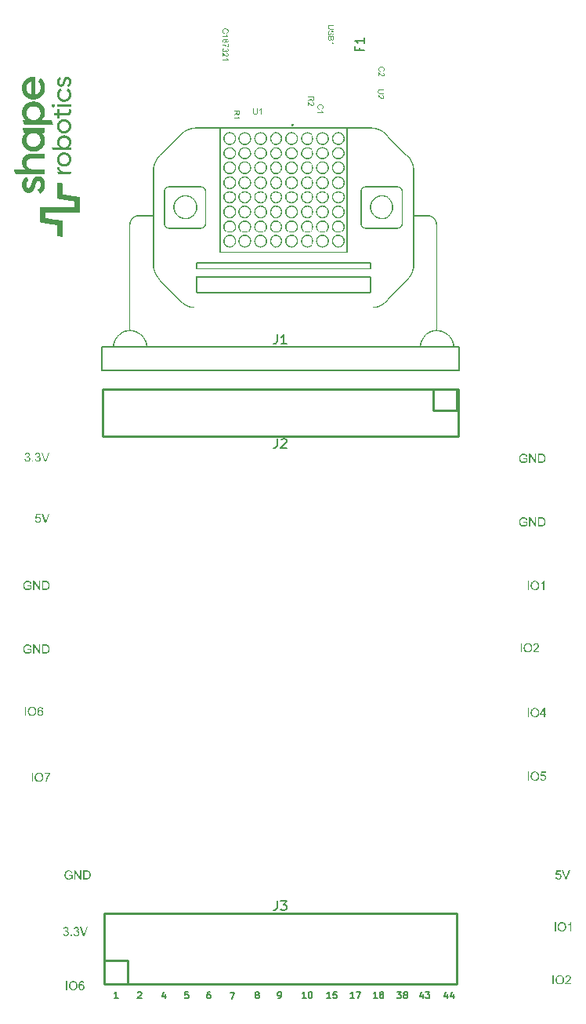
<source format=gbr>
%TF.GenerationSoftware,KiCad,Pcbnew,9.0.6*%
%TF.CreationDate,2025-12-04T14:52:28+01:00*%
%TF.ProjectId,ExtensionBoardBasic,45787465-6e73-4696-9f6e-426f61726442,rev?*%
%TF.SameCoordinates,Original*%
%TF.FileFunction,Legend,Top*%
%TF.FilePolarity,Positive*%
%FSLAX46Y46*%
G04 Gerber Fmt 4.6, Leading zero omitted, Abs format (unit mm)*
G04 Created by KiCad (PCBNEW 9.0.6) date 2025-12-04 14:52:28*
%MOMM*%
%LPD*%
G01*
G04 APERTURE LIST*
%ADD10C,0.240030*%
%ADD11C,0.175000*%
%ADD12C,0.000000*%
%ADD13C,0.150000*%
%ADD14C,0.160020*%
%ADD15C,0.127000*%
%ADD16C,0.254000*%
%ADD17C,0.203000*%
%ADD18C,0.203200*%
G04 APERTURE END LIST*
D10*
G36*
X125085862Y-156185825D02*
G01*
X125085862Y-155221550D01*
X125213080Y-155221550D01*
X125213080Y-156185825D01*
X125085862Y-156185825D01*
G37*
G36*
X125925256Y-155210654D02*
G01*
X125986835Y-155222714D01*
X126044651Y-155242518D01*
X126099265Y-155270151D01*
X126149623Y-155305121D01*
X126193283Y-155346037D01*
X126230744Y-155393268D01*
X126262244Y-155447435D01*
X126292928Y-155525016D01*
X126311822Y-155610503D01*
X126318349Y-155705329D01*
X126311499Y-155801325D01*
X126291642Y-155888008D01*
X126259313Y-155966858D01*
X126226230Y-156021748D01*
X126187520Y-156068703D01*
X126142977Y-156108469D01*
X126092112Y-156141504D01*
X126018083Y-156174459D01*
X125940609Y-156194178D01*
X125858607Y-156200833D01*
X125791277Y-156196576D01*
X125728847Y-156184123D01*
X125670591Y-156163716D01*
X125615897Y-156135289D01*
X125565511Y-156099376D01*
X125522019Y-156057847D01*
X125484906Y-156010366D01*
X125453914Y-155956364D01*
X125423301Y-155879221D01*
X125405011Y-155799550D01*
X125398991Y-155718168D01*
X125530010Y-155718168D01*
X125536517Y-155804974D01*
X125554853Y-155878186D01*
X125583897Y-155940156D01*
X125623459Y-155992712D01*
X125673453Y-156036765D01*
X125728411Y-156067716D01*
X125789398Y-156086493D01*
X125857962Y-156092962D01*
X125927878Y-156086384D01*
X125989576Y-156067354D01*
X126044706Y-156036093D01*
X126094399Y-155991715D01*
X126133236Y-155938831D01*
X126162121Y-155874894D01*
X126180585Y-155797667D01*
X126187203Y-155704332D01*
X126182476Y-155626680D01*
X126168996Y-155558664D01*
X126147514Y-155498908D01*
X126116500Y-155444069D01*
X126077960Y-155399066D01*
X126031435Y-155362780D01*
X125978729Y-155336029D01*
X125921916Y-155319910D01*
X125859896Y-155314413D01*
X125794110Y-155320340D01*
X125734193Y-155337689D01*
X125678916Y-155366449D01*
X125627387Y-155407452D01*
X125595114Y-155445524D01*
X125568610Y-155493476D01*
X125548215Y-155553231D01*
X125534862Y-155627195D01*
X125530010Y-155718168D01*
X125398991Y-155718168D01*
X125398865Y-155716468D01*
X125404675Y-155619417D01*
X125421182Y-155535111D01*
X125447367Y-155461729D01*
X125482743Y-155397728D01*
X125527372Y-155341909D01*
X125581543Y-155293362D01*
X125640924Y-155255923D01*
X125706258Y-155228927D01*
X125778597Y-155212296D01*
X125859251Y-155206542D01*
X125925256Y-155210654D01*
G37*
G36*
X126830568Y-155222080D02*
G01*
X126879540Y-155234319D01*
X126922469Y-155254004D01*
X126960299Y-155281173D01*
X126992267Y-155315059D01*
X127017367Y-155354874D01*
X127035783Y-155401532D01*
X127047182Y-155456287D01*
X126929814Y-155465433D01*
X126909262Y-155403070D01*
X126885200Y-155366004D01*
X126850674Y-155338314D01*
X126811806Y-155321912D01*
X126767128Y-155316289D01*
X126730562Y-155319869D01*
X126697831Y-155330302D01*
X126668109Y-155347596D01*
X126634540Y-155377656D01*
X126605219Y-155416553D01*
X126580171Y-155465785D01*
X126563568Y-155518727D01*
X126551814Y-155590855D01*
X126546754Y-155686979D01*
X126577980Y-155646699D01*
X126612635Y-155614909D01*
X126650990Y-155590716D01*
X126693016Y-155573143D01*
X126735938Y-155562718D01*
X126780260Y-155559234D01*
X126837468Y-155564752D01*
X126889309Y-155580908D01*
X126936976Y-155607784D01*
X126981287Y-155646352D01*
X127017036Y-155692200D01*
X127042758Y-155744159D01*
X127058681Y-155803397D01*
X127064242Y-155871474D01*
X127059830Y-155931041D01*
X127046808Y-155987026D01*
X127025198Y-156040140D01*
X126995396Y-156088751D01*
X126959766Y-156128175D01*
X126917971Y-156159443D01*
X126871009Y-156182237D01*
X126819754Y-156196083D01*
X126763200Y-156200833D01*
X126691634Y-156193797D01*
X126628761Y-156173443D01*
X126572775Y-156139932D01*
X126522483Y-156092141D01*
X126492192Y-156048847D01*
X126466853Y-155993936D01*
X126447104Y-155925061D01*
X126438933Y-155871357D01*
X126565104Y-155871357D01*
X126571569Y-155931023D01*
X126591016Y-155988198D01*
X126611060Y-156023094D01*
X126635152Y-156051128D01*
X126663478Y-156073146D01*
X126711657Y-156095175D01*
X126761207Y-156102342D01*
X126808435Y-156095728D01*
X126850779Y-156076066D01*
X126889772Y-156042016D01*
X126918724Y-155998832D01*
X126936971Y-155945096D01*
X126943532Y-155877923D01*
X126937058Y-155813452D01*
X126919050Y-155762027D01*
X126890417Y-155720806D01*
X126851901Y-155688860D01*
X126807906Y-155669886D01*
X126756634Y-155663353D01*
X126705698Y-155669812D01*
X126660980Y-155688734D01*
X126620857Y-155720806D01*
X126590396Y-155762093D01*
X126571698Y-155811511D01*
X126565104Y-155871357D01*
X126438933Y-155871357D01*
X126434077Y-155839443D01*
X126429327Y-155733938D01*
X126434530Y-155616193D01*
X126448852Y-155519816D01*
X126470649Y-155441542D01*
X126498712Y-155378470D01*
X126532332Y-155328132D01*
X126570857Y-155288338D01*
X126613592Y-155257865D01*
X126661109Y-155235971D01*
X126714304Y-155222480D01*
X126774339Y-155217798D01*
X126830568Y-155222080D01*
G37*
G36*
X177663862Y-155550825D02*
G01*
X177663862Y-154586550D01*
X177791080Y-154586550D01*
X177791080Y-155550825D01*
X177663862Y-155550825D01*
G37*
G36*
X178503256Y-154575654D02*
G01*
X178564835Y-154587714D01*
X178622651Y-154607518D01*
X178677265Y-154635151D01*
X178727623Y-154670121D01*
X178771283Y-154711037D01*
X178808744Y-154758268D01*
X178840244Y-154812435D01*
X178870928Y-154890016D01*
X178889822Y-154975503D01*
X178896349Y-155070329D01*
X178889499Y-155166325D01*
X178869642Y-155253008D01*
X178837313Y-155331858D01*
X178804230Y-155386748D01*
X178765520Y-155433703D01*
X178720977Y-155473469D01*
X178670112Y-155506504D01*
X178596083Y-155539459D01*
X178518609Y-155559178D01*
X178436607Y-155565833D01*
X178369277Y-155561576D01*
X178306847Y-155549123D01*
X178248591Y-155528716D01*
X178193897Y-155500289D01*
X178143511Y-155464376D01*
X178100019Y-155422847D01*
X178062906Y-155375366D01*
X178031914Y-155321364D01*
X178001301Y-155244221D01*
X177983011Y-155164550D01*
X177976991Y-155083168D01*
X178108010Y-155083168D01*
X178114517Y-155169974D01*
X178132853Y-155243186D01*
X178161897Y-155305156D01*
X178201459Y-155357712D01*
X178251453Y-155401765D01*
X178306411Y-155432716D01*
X178367398Y-155451493D01*
X178435962Y-155457962D01*
X178505878Y-155451384D01*
X178567576Y-155432354D01*
X178622706Y-155401093D01*
X178672399Y-155356715D01*
X178711236Y-155303831D01*
X178740121Y-155239894D01*
X178758585Y-155162667D01*
X178765203Y-155069332D01*
X178760476Y-154991680D01*
X178746996Y-154923664D01*
X178725514Y-154863908D01*
X178694500Y-154809069D01*
X178655960Y-154764066D01*
X178609435Y-154727780D01*
X178556729Y-154701029D01*
X178499916Y-154684910D01*
X178437896Y-154679413D01*
X178372110Y-154685340D01*
X178312193Y-154702689D01*
X178256916Y-154731449D01*
X178205387Y-154772452D01*
X178173114Y-154810524D01*
X178146610Y-154858476D01*
X178126215Y-154918231D01*
X178112862Y-154992195D01*
X178108010Y-155083168D01*
X177976991Y-155083168D01*
X177976865Y-155081468D01*
X177982675Y-154984417D01*
X177999182Y-154900111D01*
X178025367Y-154826729D01*
X178060743Y-154762728D01*
X178105372Y-154706909D01*
X178159543Y-154658362D01*
X178218924Y-154620923D01*
X178284258Y-154593927D01*
X178356597Y-154577296D01*
X178437251Y-154571542D01*
X178503256Y-154575654D01*
G37*
G36*
X179633038Y-155439201D02*
G01*
X179633038Y-155550825D01*
X178997536Y-155550825D01*
X179000316Y-155509025D01*
X179011313Y-155468983D01*
X179042013Y-155406097D01*
X179088992Y-155341355D01*
X179149835Y-155277864D01*
X179243471Y-155196022D01*
X179347216Y-155106273D01*
X179414805Y-155039694D01*
X179455285Y-154991419D01*
X179487370Y-154939047D01*
X179504904Y-154891935D01*
X179510393Y-154848666D01*
X179504730Y-154803807D01*
X179488184Y-154764663D01*
X179460210Y-154729773D01*
X179424182Y-154703260D01*
X179381235Y-154687011D01*
X179329416Y-154681289D01*
X179274686Y-154687407D01*
X179229935Y-154704697D01*
X179192936Y-154732821D01*
X179165245Y-154770089D01*
X179147747Y-154816746D01*
X179141169Y-154875457D01*
X179019814Y-154862912D01*
X179031192Y-154795284D01*
X179050972Y-154739221D01*
X179078445Y-154692777D01*
X179113615Y-154654498D01*
X179156002Y-154624128D01*
X179205563Y-154601829D01*
X179263654Y-154587773D01*
X179331996Y-154582798D01*
X179400745Y-154588125D01*
X179459027Y-154603181D01*
X179508672Y-154627138D01*
X179551079Y-154659950D01*
X179586556Y-154701067D01*
X179611468Y-154746008D01*
X179626560Y-154795607D01*
X179631748Y-154851069D01*
X179625910Y-154908235D01*
X179608122Y-154965096D01*
X179578280Y-155020247D01*
X179529740Y-155083109D01*
X179464578Y-155149324D01*
X179347766Y-155253124D01*
X179251488Y-155336533D01*
X179211285Y-155374889D01*
X179183304Y-155407553D01*
X179161512Y-155439201D01*
X179633038Y-155439201D01*
G37*
G36*
X177899062Y-149835825D02*
G01*
X177899062Y-148871550D01*
X178026280Y-148871550D01*
X178026280Y-149835825D01*
X177899062Y-149835825D01*
G37*
G36*
X178738456Y-148860654D02*
G01*
X178800035Y-148872714D01*
X178857851Y-148892518D01*
X178912465Y-148920151D01*
X178962823Y-148955121D01*
X179006483Y-148996037D01*
X179043944Y-149043268D01*
X179075444Y-149097435D01*
X179106128Y-149175016D01*
X179125022Y-149260503D01*
X179131549Y-149355329D01*
X179124699Y-149451325D01*
X179104842Y-149538008D01*
X179072513Y-149616858D01*
X179039430Y-149671748D01*
X179000720Y-149718703D01*
X178956177Y-149758469D01*
X178905312Y-149791504D01*
X178831283Y-149824459D01*
X178753809Y-149844178D01*
X178671807Y-149850833D01*
X178604477Y-149846576D01*
X178542047Y-149834123D01*
X178483791Y-149813716D01*
X178429097Y-149785289D01*
X178378711Y-149749376D01*
X178335219Y-149707847D01*
X178298106Y-149660366D01*
X178267114Y-149606364D01*
X178236501Y-149529221D01*
X178218211Y-149449550D01*
X178212191Y-149368168D01*
X178343210Y-149368168D01*
X178349717Y-149454974D01*
X178368053Y-149528186D01*
X178397097Y-149590156D01*
X178436659Y-149642712D01*
X178486653Y-149686765D01*
X178541611Y-149717716D01*
X178602598Y-149736493D01*
X178671162Y-149742962D01*
X178741078Y-149736384D01*
X178802776Y-149717354D01*
X178857906Y-149686093D01*
X178907599Y-149641715D01*
X178946436Y-149588831D01*
X178975321Y-149524894D01*
X178993785Y-149447667D01*
X179000403Y-149354332D01*
X178995676Y-149276680D01*
X178982196Y-149208664D01*
X178960714Y-149148908D01*
X178929700Y-149094069D01*
X178891160Y-149049066D01*
X178844635Y-149012780D01*
X178791929Y-148986029D01*
X178735116Y-148969910D01*
X178673096Y-148964413D01*
X178607310Y-148970340D01*
X178547393Y-148987689D01*
X178492116Y-149016449D01*
X178440587Y-149057452D01*
X178408314Y-149095524D01*
X178381810Y-149143476D01*
X178361415Y-149203231D01*
X178348062Y-149277195D01*
X178343210Y-149368168D01*
X178212191Y-149368168D01*
X178212065Y-149366468D01*
X178217875Y-149269417D01*
X178234382Y-149185111D01*
X178260567Y-149111729D01*
X178295943Y-149047728D01*
X178340572Y-148991909D01*
X178394743Y-148943362D01*
X178454124Y-148905923D01*
X178519458Y-148878927D01*
X178591797Y-148862296D01*
X178672451Y-148856542D01*
X178738456Y-148860654D01*
G37*
G36*
X179692478Y-149835825D02*
G01*
X179574407Y-149835825D01*
X179574407Y-149081547D01*
X179527423Y-149120638D01*
X179462607Y-149163096D01*
X179394396Y-149200004D01*
X179338321Y-149224242D01*
X179338321Y-149111681D01*
X179402536Y-149077519D01*
X179460069Y-149039522D01*
X179511443Y-148997713D01*
X179558574Y-148950743D01*
X179592853Y-148907622D01*
X179616382Y-148867798D01*
X179692478Y-148867798D01*
X179692478Y-149835825D01*
G37*
G36*
X177975332Y-143992686D02*
G01*
X178099267Y-143982192D01*
X178113489Y-144040536D01*
X178135036Y-144085105D01*
X178163228Y-144118672D01*
X178198891Y-144143999D01*
X178238786Y-144159141D01*
X178284231Y-144164342D01*
X178325479Y-144160261D01*
X178362723Y-144148321D01*
X178396864Y-144128442D01*
X178428508Y-144099853D01*
X178453682Y-144066081D01*
X178472020Y-144027026D01*
X178483500Y-143981692D01*
X178487544Y-143928784D01*
X178483622Y-143878474D01*
X178472544Y-143835914D01*
X178454925Y-143799740D01*
X178430795Y-143768912D01*
X178389760Y-143736754D01*
X178341016Y-143717203D01*
X178282296Y-143710345D01*
X178227513Y-143717064D01*
X178179291Y-143736726D01*
X178138019Y-143767255D01*
X178107181Y-143805084D01*
X177996320Y-143790662D01*
X178089477Y-143294807D01*
X178567568Y-143294807D01*
X178567568Y-143406430D01*
X178183922Y-143406430D01*
X178132097Y-143668017D01*
X178192099Y-143633079D01*
X178252266Y-143612884D01*
X178313778Y-143606226D01*
X178375101Y-143611856D01*
X178430166Y-143628250D01*
X178480245Y-143655313D01*
X178526237Y-143693812D01*
X178563735Y-143740143D01*
X178590553Y-143792299D01*
X178607075Y-143851418D01*
X178612827Y-143919052D01*
X178607875Y-143983618D01*
X178593459Y-144042248D01*
X178569840Y-144095968D01*
X178536731Y-144145581D01*
X178496957Y-144187871D01*
X178452607Y-144220237D01*
X178403071Y-144243497D01*
X178347371Y-144257846D01*
X178284231Y-144262833D01*
X178219288Y-144257831D01*
X178162852Y-144243543D01*
X178113482Y-144220568D01*
X178070071Y-144188847D01*
X178033376Y-144149283D01*
X178005515Y-144104060D01*
X177986086Y-144052285D01*
X177975332Y-143992686D01*
G37*
G36*
X179044664Y-144247825D02*
G01*
X178672156Y-143283550D01*
X178809868Y-143283550D01*
X179059789Y-143984302D01*
X179110266Y-144142240D01*
X179162091Y-143984302D01*
X179421802Y-143283550D01*
X179551658Y-143283550D01*
X179175223Y-144247825D01*
X179044664Y-144247825D01*
G37*
G36*
X125387123Y-143867931D02*
G01*
X125387123Y-143756307D01*
X125794453Y-143755662D01*
X125794453Y-144112751D01*
X125729969Y-144159273D01*
X125665553Y-144196508D01*
X125600930Y-144225136D01*
X125533657Y-144246139D01*
X125465611Y-144258655D01*
X125396327Y-144262833D01*
X125303381Y-144255882D01*
X125217992Y-144235565D01*
X125138843Y-144202155D01*
X125084111Y-144168137D01*
X125037151Y-144127826D01*
X124997266Y-144080906D01*
X124964080Y-144026747D01*
X124931631Y-143948324D01*
X124911833Y-143863271D01*
X124905044Y-143770260D01*
X124911670Y-143678052D01*
X124931242Y-143591062D01*
X124963728Y-143508262D01*
X124997055Y-143450257D01*
X125036151Y-143401387D01*
X125081176Y-143360693D01*
X125132629Y-143327578D01*
X125208142Y-143295328D01*
X125292210Y-143275437D01*
X125386478Y-143268542D01*
X125455368Y-143272459D01*
X125517943Y-143283799D01*
X125575018Y-143302135D01*
X125628630Y-143328331D01*
X125672230Y-143359546D01*
X125707160Y-143395760D01*
X125735388Y-143437744D01*
X125759820Y-143489358D01*
X125780031Y-143552232D01*
X125665242Y-143583714D01*
X125639657Y-143515552D01*
X125611424Y-143468632D01*
X125587821Y-143443357D01*
X125557584Y-143421006D01*
X125519616Y-143401622D01*
X125457605Y-143382898D01*
X125387123Y-143376413D01*
X125329398Y-143379621D01*
X125279482Y-143388702D01*
X125236279Y-143403029D01*
X125177745Y-143434568D01*
X125133625Y-143473028D01*
X125098832Y-143518698D01*
X125072948Y-143568236D01*
X125052742Y-143628802D01*
X125040440Y-143693188D01*
X125036248Y-143762053D01*
X125041671Y-143847065D01*
X125056828Y-143918161D01*
X125080511Y-143977619D01*
X125114837Y-144030878D01*
X125157516Y-144073424D01*
X125209370Y-144106361D01*
X125267020Y-144129731D01*
X125326705Y-144143698D01*
X125389116Y-144148395D01*
X125443587Y-144144892D01*
X125497210Y-144134378D01*
X125550395Y-144116679D01*
X125623120Y-144081884D01*
X125669815Y-144048966D01*
X125669815Y-143867931D01*
X125387123Y-143867931D01*
G37*
G36*
X125980824Y-144247825D02*
G01*
X125980824Y-143283550D01*
X126111383Y-143283550D01*
X126616384Y-144040642D01*
X126616384Y-143283550D01*
X126738384Y-143283550D01*
X126738384Y-144247825D01*
X126607884Y-144247825D01*
X126102824Y-143490088D01*
X126102824Y-144247825D01*
X125980824Y-144247825D01*
G37*
G36*
X127388773Y-143287575D02*
G01*
X127454437Y-143297386D01*
X127507757Y-143313887D01*
X127554489Y-143336921D01*
X127595491Y-143366447D01*
X127641518Y-143412900D01*
X127679353Y-143467461D01*
X127709224Y-143531185D01*
X127729696Y-143599060D01*
X127742509Y-143675081D01*
X127746979Y-143760411D01*
X127743915Y-143833420D01*
X127735181Y-143898022D01*
X127721360Y-143955165D01*
X127691082Y-144035014D01*
X127655758Y-144095574D01*
X127612899Y-144146211D01*
X127568230Y-144183043D01*
X127517135Y-144210498D01*
X127453441Y-144231409D01*
X127383585Y-144243468D01*
X127299021Y-144247825D01*
X126952075Y-144247825D01*
X126952075Y-144136201D01*
X127079292Y-144136201D01*
X127284599Y-144136201D01*
X127374451Y-144131122D01*
X127433801Y-144118379D01*
X127483626Y-144096153D01*
X127520039Y-144068078D01*
X127547024Y-144035529D01*
X127570590Y-143995053D01*
X127590507Y-143945316D01*
X127603955Y-143893320D01*
X127612656Y-143831533D01*
X127615775Y-143758418D01*
X127612047Y-143680228D01*
X127601815Y-143616710D01*
X127586268Y-143565509D01*
X127566236Y-143524560D01*
X127529256Y-143474259D01*
X127489297Y-143438511D01*
X127445937Y-143415048D01*
X127410789Y-143405146D01*
X127357796Y-143397981D01*
X127281316Y-143395174D01*
X127079292Y-143395174D01*
X127079292Y-144136201D01*
X126952075Y-144136201D01*
X126952075Y-143283550D01*
X127283251Y-143283550D01*
X127388773Y-143287575D01*
G37*
G36*
X124762977Y-150089389D02*
G01*
X124881049Y-150073678D01*
X124899394Y-150137897D01*
X124922746Y-150184226D01*
X124950228Y-150216607D01*
X124984945Y-150240777D01*
X125024189Y-150255322D01*
X125069296Y-150260342D01*
X125122453Y-150253821D01*
X125168768Y-150234816D01*
X125209939Y-150202830D01*
X125241775Y-150161487D01*
X125260784Y-150114552D01*
X125267333Y-150060252D01*
X125261197Y-150008419D01*
X125243536Y-149964450D01*
X125214219Y-149926527D01*
X125176023Y-149897515D01*
X125131611Y-149879984D01*
X125079145Y-149873882D01*
X125043940Y-149876801D01*
X124995838Y-149887014D01*
X125008912Y-149783422D01*
X125027965Y-149784771D01*
X125077053Y-149780313D01*
X125121993Y-149767233D01*
X125163683Y-149745492D01*
X125189885Y-149723405D01*
X125208445Y-149696572D01*
X125219973Y-149664056D01*
X125224068Y-149624312D01*
X125219023Y-149582912D01*
X125204445Y-149547571D01*
X125180099Y-149516852D01*
X125148554Y-149493519D01*
X125111285Y-149479283D01*
X125066658Y-149474289D01*
X125022434Y-149479259D01*
X124984653Y-149493562D01*
X124951869Y-149517203D01*
X124926124Y-149548620D01*
X124906211Y-149590633D01*
X124892833Y-149645945D01*
X124774820Y-149624957D01*
X124789827Y-149566770D01*
X124811371Y-149517538D01*
X124839119Y-149475955D01*
X124873193Y-149441049D01*
X124913213Y-149412892D01*
X124957757Y-149392633D01*
X125007665Y-149380137D01*
X125064020Y-149375798D01*
X125115680Y-149379649D01*
X125163787Y-149390967D01*
X125209001Y-149409684D01*
X125250339Y-149435461D01*
X125283816Y-149466142D01*
X125310306Y-149502019D01*
X125329953Y-149542185D01*
X125341549Y-149583385D01*
X125345423Y-149626247D01*
X125341657Y-149666876D01*
X125330543Y-149704550D01*
X125311948Y-149739981D01*
X125286825Y-149771072D01*
X125254210Y-149798205D01*
X125212929Y-149821470D01*
X125266692Y-149839811D01*
X125310279Y-149866954D01*
X125345364Y-149903077D01*
X125371063Y-149946551D01*
X125387002Y-149997582D01*
X125392616Y-150058025D01*
X125386778Y-150119044D01*
X125369713Y-150174151D01*
X125341383Y-150224629D01*
X125300809Y-150271363D01*
X125252410Y-150309290D01*
X125198380Y-150336390D01*
X125137621Y-150353049D01*
X125068651Y-150358833D01*
X125006215Y-150353845D01*
X124951167Y-150339492D01*
X124902226Y-150316213D01*
X124858420Y-150283792D01*
X124821234Y-150243671D01*
X124793161Y-150198485D01*
X124773699Y-150147439D01*
X124762977Y-150089389D01*
G37*
G36*
X125575235Y-150343825D02*
G01*
X125575235Y-150208751D01*
X125709664Y-150208751D01*
X125709664Y-150343825D01*
X125575235Y-150343825D01*
G37*
G36*
X125882961Y-150089389D02*
G01*
X126001033Y-150073678D01*
X126019378Y-150137897D01*
X126042730Y-150184226D01*
X126070211Y-150216607D01*
X126104928Y-150240777D01*
X126144173Y-150255322D01*
X126189280Y-150260342D01*
X126242437Y-150253821D01*
X126288752Y-150234816D01*
X126329923Y-150202830D01*
X126361759Y-150161487D01*
X126380768Y-150114552D01*
X126387317Y-150060252D01*
X126381180Y-150008419D01*
X126363520Y-149964450D01*
X126334202Y-149926527D01*
X126296007Y-149897515D01*
X126251595Y-149879984D01*
X126199129Y-149873882D01*
X126163924Y-149876801D01*
X126115822Y-149887014D01*
X126128895Y-149783422D01*
X126147949Y-149784771D01*
X126197037Y-149780313D01*
X126241977Y-149767233D01*
X126283667Y-149745492D01*
X126309868Y-149723405D01*
X126328429Y-149696572D01*
X126339956Y-149664056D01*
X126344051Y-149624312D01*
X126339007Y-149582912D01*
X126324429Y-149547571D01*
X126300082Y-149516852D01*
X126268538Y-149493519D01*
X126231268Y-149479283D01*
X126186642Y-149474289D01*
X126142418Y-149479259D01*
X126104637Y-149493562D01*
X126071853Y-149517203D01*
X126046108Y-149548620D01*
X126026194Y-149590633D01*
X126012817Y-149645945D01*
X125894803Y-149624957D01*
X125909811Y-149566770D01*
X125931354Y-149517538D01*
X125959102Y-149475955D01*
X125993177Y-149441049D01*
X126033197Y-149412892D01*
X126077741Y-149392633D01*
X126127649Y-149380137D01*
X126184004Y-149375798D01*
X126235664Y-149379649D01*
X126283771Y-149390967D01*
X126328985Y-149409684D01*
X126370323Y-149435461D01*
X126403800Y-149466142D01*
X126430290Y-149502019D01*
X126449936Y-149542185D01*
X126461532Y-149583385D01*
X126465406Y-149626247D01*
X126461641Y-149666876D01*
X126450527Y-149704550D01*
X126431931Y-149739981D01*
X126406808Y-149771072D01*
X126374194Y-149798205D01*
X126332913Y-149821470D01*
X126386676Y-149839811D01*
X126430263Y-149866954D01*
X126465348Y-149903077D01*
X126491046Y-149946551D01*
X126506986Y-149997582D01*
X126512600Y-150058025D01*
X126506762Y-150119044D01*
X126489697Y-150174151D01*
X126461366Y-150224629D01*
X126420792Y-150271363D01*
X126372393Y-150309290D01*
X126318364Y-150336390D01*
X126257605Y-150353049D01*
X126188635Y-150358833D01*
X126126199Y-150353845D01*
X126071151Y-150339492D01*
X126022210Y-150316213D01*
X125978403Y-150283792D01*
X125941218Y-150243671D01*
X125913144Y-150198485D01*
X125893683Y-150147439D01*
X125882961Y-150089389D01*
G37*
G36*
X126951647Y-150343825D02*
G01*
X126579140Y-149379550D01*
X126716852Y-149379550D01*
X126966773Y-150080302D01*
X127017249Y-150238240D01*
X127069074Y-150080302D01*
X127328786Y-149379550D01*
X127458642Y-149379550D01*
X127082206Y-150343825D01*
X126951647Y-150343825D01*
G37*
D11*
X130689044Y-157082567D02*
X130289044Y-157082567D01*
X130489044Y-157082567D02*
X130489044Y-156382567D01*
X130489044Y-156382567D02*
X130422377Y-156482567D01*
X130422377Y-156482567D02*
X130355711Y-156549234D01*
X130355711Y-156549234D02*
X130289044Y-156582567D01*
X132829044Y-156449234D02*
X132862377Y-156415900D01*
X132862377Y-156415900D02*
X132929044Y-156382567D01*
X132929044Y-156382567D02*
X133095711Y-156382567D01*
X133095711Y-156382567D02*
X133162377Y-156415900D01*
X133162377Y-156415900D02*
X133195711Y-156449234D01*
X133195711Y-156449234D02*
X133229044Y-156515900D01*
X133229044Y-156515900D02*
X133229044Y-156582567D01*
X133229044Y-156582567D02*
X133195711Y-156682567D01*
X133195711Y-156682567D02*
X132795711Y-157082567D01*
X132795711Y-157082567D02*
X133229044Y-157082567D01*
X135829377Y-156615900D02*
X135829377Y-157082567D01*
X135662711Y-156349234D02*
X135496044Y-156849234D01*
X135496044Y-156849234D02*
X135929377Y-156849234D01*
X138275711Y-156382567D02*
X137942377Y-156382567D01*
X137942377Y-156382567D02*
X137909044Y-156715900D01*
X137909044Y-156715900D02*
X137942377Y-156682567D01*
X137942377Y-156682567D02*
X138009044Y-156649234D01*
X138009044Y-156649234D02*
X138175711Y-156649234D01*
X138175711Y-156649234D02*
X138242377Y-156682567D01*
X138242377Y-156682567D02*
X138275711Y-156715900D01*
X138275711Y-156715900D02*
X138309044Y-156782567D01*
X138309044Y-156782567D02*
X138309044Y-156949234D01*
X138309044Y-156949234D02*
X138275711Y-157015900D01*
X138275711Y-157015900D02*
X138242377Y-157049234D01*
X138242377Y-157049234D02*
X138175711Y-157082567D01*
X138175711Y-157082567D02*
X138009044Y-157082567D01*
X138009044Y-157082567D02*
X137942377Y-157049234D01*
X137942377Y-157049234D02*
X137909044Y-157015900D01*
X140655377Y-156382567D02*
X140522044Y-156382567D01*
X140522044Y-156382567D02*
X140455377Y-156415900D01*
X140455377Y-156415900D02*
X140422044Y-156449234D01*
X140422044Y-156449234D02*
X140355377Y-156549234D01*
X140355377Y-156549234D02*
X140322044Y-156682567D01*
X140322044Y-156682567D02*
X140322044Y-156949234D01*
X140322044Y-156949234D02*
X140355377Y-157015900D01*
X140355377Y-157015900D02*
X140388711Y-157049234D01*
X140388711Y-157049234D02*
X140455377Y-157082567D01*
X140455377Y-157082567D02*
X140588711Y-157082567D01*
X140588711Y-157082567D02*
X140655377Y-157049234D01*
X140655377Y-157049234D02*
X140688711Y-157015900D01*
X140688711Y-157015900D02*
X140722044Y-156949234D01*
X140722044Y-156949234D02*
X140722044Y-156782567D01*
X140722044Y-156782567D02*
X140688711Y-156715900D01*
X140688711Y-156715900D02*
X140655377Y-156682567D01*
X140655377Y-156682567D02*
X140588711Y-156649234D01*
X140588711Y-156649234D02*
X140455377Y-156649234D01*
X140455377Y-156649234D02*
X140388711Y-156682567D01*
X140388711Y-156682567D02*
X140355377Y-156715900D01*
X140355377Y-156715900D02*
X140322044Y-156782567D01*
X142828711Y-156433367D02*
X143295377Y-156433367D01*
X143295377Y-156433367D02*
X142995377Y-157133367D01*
X145662377Y-156682567D02*
X145595711Y-156649234D01*
X145595711Y-156649234D02*
X145562377Y-156615900D01*
X145562377Y-156615900D02*
X145529044Y-156549234D01*
X145529044Y-156549234D02*
X145529044Y-156515900D01*
X145529044Y-156515900D02*
X145562377Y-156449234D01*
X145562377Y-156449234D02*
X145595711Y-156415900D01*
X145595711Y-156415900D02*
X145662377Y-156382567D01*
X145662377Y-156382567D02*
X145795711Y-156382567D01*
X145795711Y-156382567D02*
X145862377Y-156415900D01*
X145862377Y-156415900D02*
X145895711Y-156449234D01*
X145895711Y-156449234D02*
X145929044Y-156515900D01*
X145929044Y-156515900D02*
X145929044Y-156549234D01*
X145929044Y-156549234D02*
X145895711Y-156615900D01*
X145895711Y-156615900D02*
X145862377Y-156649234D01*
X145862377Y-156649234D02*
X145795711Y-156682567D01*
X145795711Y-156682567D02*
X145662377Y-156682567D01*
X145662377Y-156682567D02*
X145595711Y-156715900D01*
X145595711Y-156715900D02*
X145562377Y-156749234D01*
X145562377Y-156749234D02*
X145529044Y-156815900D01*
X145529044Y-156815900D02*
X145529044Y-156949234D01*
X145529044Y-156949234D02*
X145562377Y-157015900D01*
X145562377Y-157015900D02*
X145595711Y-157049234D01*
X145595711Y-157049234D02*
X145662377Y-157082567D01*
X145662377Y-157082567D02*
X145795711Y-157082567D01*
X145795711Y-157082567D02*
X145862377Y-157049234D01*
X145862377Y-157049234D02*
X145895711Y-157015900D01*
X145895711Y-157015900D02*
X145929044Y-156949234D01*
X145929044Y-156949234D02*
X145929044Y-156815900D01*
X145929044Y-156815900D02*
X145895711Y-156749234D01*
X145895711Y-156749234D02*
X145862377Y-156715900D01*
X145862377Y-156715900D02*
X145795711Y-156682567D01*
X148008711Y-157082567D02*
X148142044Y-157082567D01*
X148142044Y-157082567D02*
X148208711Y-157049234D01*
X148208711Y-157049234D02*
X148242044Y-157015900D01*
X148242044Y-157015900D02*
X148308711Y-156915900D01*
X148308711Y-156915900D02*
X148342044Y-156782567D01*
X148342044Y-156782567D02*
X148342044Y-156515900D01*
X148342044Y-156515900D02*
X148308711Y-156449234D01*
X148308711Y-156449234D02*
X148275377Y-156415900D01*
X148275377Y-156415900D02*
X148208711Y-156382567D01*
X148208711Y-156382567D02*
X148075377Y-156382567D01*
X148075377Y-156382567D02*
X148008711Y-156415900D01*
X148008711Y-156415900D02*
X147975377Y-156449234D01*
X147975377Y-156449234D02*
X147942044Y-156515900D01*
X147942044Y-156515900D02*
X147942044Y-156682567D01*
X147942044Y-156682567D02*
X147975377Y-156749234D01*
X147975377Y-156749234D02*
X148008711Y-156782567D01*
X148008711Y-156782567D02*
X148075377Y-156815900D01*
X148075377Y-156815900D02*
X148208711Y-156815900D01*
X148208711Y-156815900D02*
X148275377Y-156782567D01*
X148275377Y-156782567D02*
X148308711Y-156749234D01*
X148308711Y-156749234D02*
X148342044Y-156682567D01*
X151009044Y-157082567D02*
X150609044Y-157082567D01*
X150809044Y-157082567D02*
X150809044Y-156382567D01*
X150809044Y-156382567D02*
X150742377Y-156482567D01*
X150742377Y-156482567D02*
X150675711Y-156549234D01*
X150675711Y-156549234D02*
X150609044Y-156582567D01*
X151442378Y-156382567D02*
X151509044Y-156382567D01*
X151509044Y-156382567D02*
X151575711Y-156415900D01*
X151575711Y-156415900D02*
X151609044Y-156449234D01*
X151609044Y-156449234D02*
X151642378Y-156515900D01*
X151642378Y-156515900D02*
X151675711Y-156649234D01*
X151675711Y-156649234D02*
X151675711Y-156815900D01*
X151675711Y-156815900D02*
X151642378Y-156949234D01*
X151642378Y-156949234D02*
X151609044Y-157015900D01*
X151609044Y-157015900D02*
X151575711Y-157049234D01*
X151575711Y-157049234D02*
X151509044Y-157082567D01*
X151509044Y-157082567D02*
X151442378Y-157082567D01*
X151442378Y-157082567D02*
X151375711Y-157049234D01*
X151375711Y-157049234D02*
X151342378Y-157015900D01*
X151342378Y-157015900D02*
X151309044Y-156949234D01*
X151309044Y-156949234D02*
X151275711Y-156815900D01*
X151275711Y-156815900D02*
X151275711Y-156649234D01*
X151275711Y-156649234D02*
X151309044Y-156515900D01*
X151309044Y-156515900D02*
X151342378Y-156449234D01*
X151342378Y-156449234D02*
X151375711Y-156415900D01*
X151375711Y-156415900D02*
X151442378Y-156382567D01*
X153676044Y-157082567D02*
X153276044Y-157082567D01*
X153476044Y-157082567D02*
X153476044Y-156382567D01*
X153476044Y-156382567D02*
X153409377Y-156482567D01*
X153409377Y-156482567D02*
X153342711Y-156549234D01*
X153342711Y-156549234D02*
X153276044Y-156582567D01*
X154309378Y-156382567D02*
X153976044Y-156382567D01*
X153976044Y-156382567D02*
X153942711Y-156715900D01*
X153942711Y-156715900D02*
X153976044Y-156682567D01*
X153976044Y-156682567D02*
X154042711Y-156649234D01*
X154042711Y-156649234D02*
X154209378Y-156649234D01*
X154209378Y-156649234D02*
X154276044Y-156682567D01*
X154276044Y-156682567D02*
X154309378Y-156715900D01*
X154309378Y-156715900D02*
X154342711Y-156782567D01*
X154342711Y-156782567D02*
X154342711Y-156949234D01*
X154342711Y-156949234D02*
X154309378Y-157015900D01*
X154309378Y-157015900D02*
X154276044Y-157049234D01*
X154276044Y-157049234D02*
X154209378Y-157082567D01*
X154209378Y-157082567D02*
X154042711Y-157082567D01*
X154042711Y-157082567D02*
X153976044Y-157049234D01*
X153976044Y-157049234D02*
X153942711Y-157015900D01*
X156216044Y-157082567D02*
X155816044Y-157082567D01*
X156016044Y-157082567D02*
X156016044Y-156382567D01*
X156016044Y-156382567D02*
X155949377Y-156482567D01*
X155949377Y-156482567D02*
X155882711Y-156549234D01*
X155882711Y-156549234D02*
X155816044Y-156582567D01*
X156449378Y-156382567D02*
X156916044Y-156382567D01*
X156916044Y-156382567D02*
X156616044Y-157082567D01*
X158717944Y-157069867D02*
X158317944Y-157069867D01*
X158517944Y-157069867D02*
X158517944Y-156369867D01*
X158517944Y-156369867D02*
X158451277Y-156469867D01*
X158451277Y-156469867D02*
X158384611Y-156536534D01*
X158384611Y-156536534D02*
X158317944Y-156569867D01*
X159117944Y-156669867D02*
X159051278Y-156636534D01*
X159051278Y-156636534D02*
X159017944Y-156603200D01*
X159017944Y-156603200D02*
X158984611Y-156536534D01*
X158984611Y-156536534D02*
X158984611Y-156503200D01*
X158984611Y-156503200D02*
X159017944Y-156436534D01*
X159017944Y-156436534D02*
X159051278Y-156403200D01*
X159051278Y-156403200D02*
X159117944Y-156369867D01*
X159117944Y-156369867D02*
X159251278Y-156369867D01*
X159251278Y-156369867D02*
X159317944Y-156403200D01*
X159317944Y-156403200D02*
X159351278Y-156436534D01*
X159351278Y-156436534D02*
X159384611Y-156503200D01*
X159384611Y-156503200D02*
X159384611Y-156536534D01*
X159384611Y-156536534D02*
X159351278Y-156603200D01*
X159351278Y-156603200D02*
X159317944Y-156636534D01*
X159317944Y-156636534D02*
X159251278Y-156669867D01*
X159251278Y-156669867D02*
X159117944Y-156669867D01*
X159117944Y-156669867D02*
X159051278Y-156703200D01*
X159051278Y-156703200D02*
X159017944Y-156736534D01*
X159017944Y-156736534D02*
X158984611Y-156803200D01*
X158984611Y-156803200D02*
X158984611Y-156936534D01*
X158984611Y-156936534D02*
X159017944Y-157003200D01*
X159017944Y-157003200D02*
X159051278Y-157036534D01*
X159051278Y-157036534D02*
X159117944Y-157069867D01*
X159117944Y-157069867D02*
X159251278Y-157069867D01*
X159251278Y-157069867D02*
X159317944Y-157036534D01*
X159317944Y-157036534D02*
X159351278Y-157003200D01*
X159351278Y-157003200D02*
X159384611Y-156936534D01*
X159384611Y-156936534D02*
X159384611Y-156803200D01*
X159384611Y-156803200D02*
X159351278Y-156736534D01*
X159351278Y-156736534D02*
X159317944Y-156703200D01*
X159317944Y-156703200D02*
X159251278Y-156669867D01*
X160862711Y-156382567D02*
X161296044Y-156382567D01*
X161296044Y-156382567D02*
X161062711Y-156649234D01*
X161062711Y-156649234D02*
X161162711Y-156649234D01*
X161162711Y-156649234D02*
X161229377Y-156682567D01*
X161229377Y-156682567D02*
X161262711Y-156715900D01*
X161262711Y-156715900D02*
X161296044Y-156782567D01*
X161296044Y-156782567D02*
X161296044Y-156949234D01*
X161296044Y-156949234D02*
X161262711Y-157015900D01*
X161262711Y-157015900D02*
X161229377Y-157049234D01*
X161229377Y-157049234D02*
X161162711Y-157082567D01*
X161162711Y-157082567D02*
X160962711Y-157082567D01*
X160962711Y-157082567D02*
X160896044Y-157049234D01*
X160896044Y-157049234D02*
X160862711Y-157015900D01*
X161696044Y-156682567D02*
X161629378Y-156649234D01*
X161629378Y-156649234D02*
X161596044Y-156615900D01*
X161596044Y-156615900D02*
X161562711Y-156549234D01*
X161562711Y-156549234D02*
X161562711Y-156515900D01*
X161562711Y-156515900D02*
X161596044Y-156449234D01*
X161596044Y-156449234D02*
X161629378Y-156415900D01*
X161629378Y-156415900D02*
X161696044Y-156382567D01*
X161696044Y-156382567D02*
X161829378Y-156382567D01*
X161829378Y-156382567D02*
X161896044Y-156415900D01*
X161896044Y-156415900D02*
X161929378Y-156449234D01*
X161929378Y-156449234D02*
X161962711Y-156515900D01*
X161962711Y-156515900D02*
X161962711Y-156549234D01*
X161962711Y-156549234D02*
X161929378Y-156615900D01*
X161929378Y-156615900D02*
X161896044Y-156649234D01*
X161896044Y-156649234D02*
X161829378Y-156682567D01*
X161829378Y-156682567D02*
X161696044Y-156682567D01*
X161696044Y-156682567D02*
X161629378Y-156715900D01*
X161629378Y-156715900D02*
X161596044Y-156749234D01*
X161596044Y-156749234D02*
X161562711Y-156815900D01*
X161562711Y-156815900D02*
X161562711Y-156949234D01*
X161562711Y-156949234D02*
X161596044Y-157015900D01*
X161596044Y-157015900D02*
X161629378Y-157049234D01*
X161629378Y-157049234D02*
X161696044Y-157082567D01*
X161696044Y-157082567D02*
X161829378Y-157082567D01*
X161829378Y-157082567D02*
X161896044Y-157049234D01*
X161896044Y-157049234D02*
X161929378Y-157015900D01*
X161929378Y-157015900D02*
X161962711Y-156949234D01*
X161962711Y-156949234D02*
X161962711Y-156815900D01*
X161962711Y-156815900D02*
X161929378Y-156749234D01*
X161929378Y-156749234D02*
X161896044Y-156715900D01*
X161896044Y-156715900D02*
X161829378Y-156682567D01*
X163642377Y-156615900D02*
X163642377Y-157082567D01*
X163475711Y-156349234D02*
X163309044Y-156849234D01*
X163309044Y-156849234D02*
X163742377Y-156849234D01*
X163942378Y-156382567D02*
X164375711Y-156382567D01*
X164375711Y-156382567D02*
X164142378Y-156649234D01*
X164142378Y-156649234D02*
X164242378Y-156649234D01*
X164242378Y-156649234D02*
X164309044Y-156682567D01*
X164309044Y-156682567D02*
X164342378Y-156715900D01*
X164342378Y-156715900D02*
X164375711Y-156782567D01*
X164375711Y-156782567D02*
X164375711Y-156949234D01*
X164375711Y-156949234D02*
X164342378Y-157015900D01*
X164342378Y-157015900D02*
X164309044Y-157049234D01*
X164309044Y-157049234D02*
X164242378Y-157082567D01*
X164242378Y-157082567D02*
X164042378Y-157082567D01*
X164042378Y-157082567D02*
X163975711Y-157049234D01*
X163975711Y-157049234D02*
X163942378Y-157015900D01*
X166309377Y-156615900D02*
X166309377Y-157082567D01*
X166142711Y-156349234D02*
X165976044Y-156849234D01*
X165976044Y-156849234D02*
X166409377Y-156849234D01*
X166976044Y-156615900D02*
X166976044Y-157082567D01*
X166809378Y-156349234D02*
X166642711Y-156849234D01*
X166642711Y-156849234D02*
X167076044Y-156849234D01*
D10*
G36*
X174978062Y-133579825D02*
G01*
X174978062Y-132615550D01*
X175105280Y-132615550D01*
X175105280Y-133579825D01*
X174978062Y-133579825D01*
G37*
G36*
X175817456Y-132604654D02*
G01*
X175879035Y-132616714D01*
X175936851Y-132636518D01*
X175991465Y-132664151D01*
X176041823Y-132699121D01*
X176085483Y-132740037D01*
X176122944Y-132787268D01*
X176154444Y-132841435D01*
X176185128Y-132919016D01*
X176204022Y-133004503D01*
X176210549Y-133099329D01*
X176203699Y-133195325D01*
X176183842Y-133282008D01*
X176151513Y-133360858D01*
X176118430Y-133415748D01*
X176079720Y-133462703D01*
X176035177Y-133502469D01*
X175984312Y-133535504D01*
X175910283Y-133568459D01*
X175832809Y-133588178D01*
X175750807Y-133594833D01*
X175683477Y-133590576D01*
X175621047Y-133578123D01*
X175562791Y-133557716D01*
X175508097Y-133529289D01*
X175457711Y-133493376D01*
X175414219Y-133451847D01*
X175377106Y-133404366D01*
X175346114Y-133350364D01*
X175315501Y-133273221D01*
X175297211Y-133193550D01*
X175291191Y-133112168D01*
X175422210Y-133112168D01*
X175428717Y-133198974D01*
X175447053Y-133272186D01*
X175476097Y-133334156D01*
X175515659Y-133386712D01*
X175565653Y-133430765D01*
X175620611Y-133461716D01*
X175681598Y-133480493D01*
X175750162Y-133486962D01*
X175820078Y-133480384D01*
X175881776Y-133461354D01*
X175936906Y-133430093D01*
X175986599Y-133385715D01*
X176025436Y-133332831D01*
X176054321Y-133268894D01*
X176072785Y-133191667D01*
X176079403Y-133098332D01*
X176074676Y-133020680D01*
X176061196Y-132952664D01*
X176039714Y-132892908D01*
X176008700Y-132838069D01*
X175970160Y-132793066D01*
X175923635Y-132756780D01*
X175870929Y-132730029D01*
X175814116Y-132713910D01*
X175752096Y-132708413D01*
X175686310Y-132714340D01*
X175626393Y-132731689D01*
X175571116Y-132760449D01*
X175519587Y-132801452D01*
X175487314Y-132839524D01*
X175460810Y-132887476D01*
X175440415Y-132947231D01*
X175427062Y-133021195D01*
X175422210Y-133112168D01*
X175291191Y-133112168D01*
X175291065Y-133110468D01*
X175296875Y-133013417D01*
X175313382Y-132929111D01*
X175339567Y-132855729D01*
X175374943Y-132791728D01*
X175419572Y-132735909D01*
X175473743Y-132687362D01*
X175533124Y-132649923D01*
X175598458Y-132622927D01*
X175670797Y-132606296D01*
X175751451Y-132600542D01*
X175817456Y-132604654D01*
G37*
G36*
X176326803Y-133324686D02*
G01*
X176450738Y-133314192D01*
X176464959Y-133372536D01*
X176486507Y-133417105D01*
X176514698Y-133450672D01*
X176550362Y-133475999D01*
X176590257Y-133491141D01*
X176635702Y-133496342D01*
X176676950Y-133492261D01*
X176714194Y-133480321D01*
X176748335Y-133460442D01*
X176779979Y-133431853D01*
X176805152Y-133398081D01*
X176823490Y-133359026D01*
X176834971Y-133313692D01*
X176839015Y-133260784D01*
X176835093Y-133210474D01*
X176824015Y-133167914D01*
X176806396Y-133131740D01*
X176782266Y-133100912D01*
X176741230Y-133068754D01*
X176692487Y-133049203D01*
X176633767Y-133042345D01*
X176578984Y-133049064D01*
X176530762Y-133068726D01*
X176489490Y-133099255D01*
X176458652Y-133137084D01*
X176347791Y-133122662D01*
X176440947Y-132626807D01*
X176919039Y-132626807D01*
X176919039Y-132738430D01*
X176535393Y-132738430D01*
X176483568Y-133000017D01*
X176543570Y-132965079D01*
X176603737Y-132944884D01*
X176665249Y-132938226D01*
X176726572Y-132943856D01*
X176781637Y-132960250D01*
X176831715Y-132987313D01*
X176877708Y-133025812D01*
X176915206Y-133072143D01*
X176942024Y-133124299D01*
X176958546Y-133183418D01*
X176964298Y-133251052D01*
X176959345Y-133315618D01*
X176944930Y-133374248D01*
X176921310Y-133427968D01*
X176888202Y-133477581D01*
X176848428Y-133519871D01*
X176804078Y-133552237D01*
X176754542Y-133575497D01*
X176698842Y-133589846D01*
X176635702Y-133594833D01*
X176570759Y-133589831D01*
X176514322Y-133575543D01*
X176464953Y-133552568D01*
X176421542Y-133520847D01*
X176384847Y-133481283D01*
X176356986Y-133436060D01*
X176337556Y-133384285D01*
X176326803Y-133324686D01*
G37*
G36*
X174984922Y-126721825D02*
G01*
X174984922Y-125757550D01*
X175112140Y-125757550D01*
X175112140Y-126721825D01*
X174984922Y-126721825D01*
G37*
G36*
X175824316Y-125746654D02*
G01*
X175885895Y-125758714D01*
X175943711Y-125778518D01*
X175998325Y-125806151D01*
X176048683Y-125841121D01*
X176092343Y-125882037D01*
X176129804Y-125929268D01*
X176161304Y-125983435D01*
X176191988Y-126061016D01*
X176210882Y-126146503D01*
X176217409Y-126241329D01*
X176210559Y-126337325D01*
X176190702Y-126424008D01*
X176158373Y-126502858D01*
X176125290Y-126557748D01*
X176086580Y-126604703D01*
X176042037Y-126644469D01*
X175991172Y-126677504D01*
X175917143Y-126710459D01*
X175839669Y-126730178D01*
X175757667Y-126736833D01*
X175690337Y-126732576D01*
X175627907Y-126720123D01*
X175569651Y-126699716D01*
X175514957Y-126671289D01*
X175464571Y-126635376D01*
X175421079Y-126593847D01*
X175383966Y-126546366D01*
X175352974Y-126492364D01*
X175322361Y-126415221D01*
X175304071Y-126335550D01*
X175298051Y-126254168D01*
X175429070Y-126254168D01*
X175435577Y-126340974D01*
X175453913Y-126414186D01*
X175482957Y-126476156D01*
X175522519Y-126528712D01*
X175572513Y-126572765D01*
X175627471Y-126603716D01*
X175688458Y-126622493D01*
X175757022Y-126628962D01*
X175826938Y-126622384D01*
X175888636Y-126603354D01*
X175943766Y-126572093D01*
X175993459Y-126527715D01*
X176032296Y-126474831D01*
X176061181Y-126410894D01*
X176079645Y-126333667D01*
X176086263Y-126240332D01*
X176081536Y-126162680D01*
X176068056Y-126094664D01*
X176046574Y-126034908D01*
X176015560Y-125980069D01*
X175977020Y-125935066D01*
X175930495Y-125898780D01*
X175877789Y-125872029D01*
X175820976Y-125855910D01*
X175758956Y-125850413D01*
X175693170Y-125856340D01*
X175633253Y-125873689D01*
X175577976Y-125902449D01*
X175526447Y-125943452D01*
X175494174Y-125981524D01*
X175467670Y-126029476D01*
X175447275Y-126089231D01*
X175433922Y-126163195D01*
X175429070Y-126254168D01*
X175298051Y-126254168D01*
X175297925Y-126252468D01*
X175303735Y-126155417D01*
X175320242Y-126071111D01*
X175346427Y-125997729D01*
X175381803Y-125933728D01*
X175426432Y-125877909D01*
X175480603Y-125829362D01*
X175539984Y-125791923D01*
X175605318Y-125764927D01*
X175677657Y-125748296D01*
X175758311Y-125742542D01*
X175824316Y-125746654D01*
G37*
G36*
X176830164Y-126384141D02*
G01*
X176960019Y-126384141D01*
X176960019Y-126492012D01*
X176830164Y-126492012D01*
X176830164Y-126721825D01*
X176712092Y-126721825D01*
X176712092Y-126492012D01*
X176294970Y-126492012D01*
X176294970Y-126384141D01*
X176411049Y-126384141D01*
X176712092Y-126384141D01*
X176712092Y-125950780D01*
X176411049Y-126384141D01*
X176294970Y-126384141D01*
X176733724Y-125761302D01*
X176830164Y-125761302D01*
X176830164Y-126384141D01*
G37*
G36*
X174224452Y-119736825D02*
G01*
X174224452Y-118772550D01*
X174351670Y-118772550D01*
X174351670Y-119736825D01*
X174224452Y-119736825D01*
G37*
G36*
X175063846Y-118761654D02*
G01*
X175125425Y-118773714D01*
X175183241Y-118793518D01*
X175237855Y-118821151D01*
X175288213Y-118856121D01*
X175331873Y-118897037D01*
X175369334Y-118944268D01*
X175400834Y-118998435D01*
X175431518Y-119076016D01*
X175450412Y-119161503D01*
X175456939Y-119256329D01*
X175450089Y-119352325D01*
X175430232Y-119439008D01*
X175397903Y-119517858D01*
X175364820Y-119572748D01*
X175326110Y-119619703D01*
X175281567Y-119659469D01*
X175230702Y-119692504D01*
X175156673Y-119725459D01*
X175079199Y-119745178D01*
X174997197Y-119751833D01*
X174929867Y-119747576D01*
X174867437Y-119735123D01*
X174809181Y-119714716D01*
X174754487Y-119686289D01*
X174704101Y-119650376D01*
X174660609Y-119608847D01*
X174623496Y-119561366D01*
X174592504Y-119507364D01*
X174561891Y-119430221D01*
X174543601Y-119350550D01*
X174537581Y-119269168D01*
X174668600Y-119269168D01*
X174675107Y-119355974D01*
X174693443Y-119429186D01*
X174722487Y-119491156D01*
X174762049Y-119543712D01*
X174812043Y-119587765D01*
X174867001Y-119618716D01*
X174927988Y-119637493D01*
X174996552Y-119643962D01*
X175066468Y-119637384D01*
X175128166Y-119618354D01*
X175183296Y-119587093D01*
X175232989Y-119542715D01*
X175271826Y-119489831D01*
X175300711Y-119425894D01*
X175319175Y-119348667D01*
X175325793Y-119255332D01*
X175321066Y-119177680D01*
X175307586Y-119109664D01*
X175286104Y-119049908D01*
X175255090Y-118995069D01*
X175216550Y-118950066D01*
X175170025Y-118913780D01*
X175117319Y-118887029D01*
X175060506Y-118870910D01*
X174998486Y-118865413D01*
X174932700Y-118871340D01*
X174872783Y-118888689D01*
X174817506Y-118917449D01*
X174765977Y-118958452D01*
X174733704Y-118996524D01*
X174707200Y-119044476D01*
X174686805Y-119104231D01*
X174673452Y-119178195D01*
X174668600Y-119269168D01*
X174537581Y-119269168D01*
X174537455Y-119267468D01*
X174543265Y-119170417D01*
X174559772Y-119086111D01*
X174585957Y-119012729D01*
X174621333Y-118948728D01*
X174665962Y-118892909D01*
X174720133Y-118844362D01*
X174779514Y-118806923D01*
X174844848Y-118779927D01*
X174917187Y-118763296D01*
X174997841Y-118757542D01*
X175063846Y-118761654D01*
G37*
G36*
X176193628Y-119625201D02*
G01*
X176193628Y-119736825D01*
X175558126Y-119736825D01*
X175560906Y-119695025D01*
X175571903Y-119654983D01*
X175602603Y-119592097D01*
X175649582Y-119527355D01*
X175710425Y-119463864D01*
X175804061Y-119382022D01*
X175907806Y-119292273D01*
X175975395Y-119225694D01*
X176015875Y-119177419D01*
X176047960Y-119125047D01*
X176065494Y-119077935D01*
X176070983Y-119034666D01*
X176065320Y-118989807D01*
X176048774Y-118950663D01*
X176020800Y-118915773D01*
X175984772Y-118889260D01*
X175941825Y-118873011D01*
X175890006Y-118867289D01*
X175835276Y-118873407D01*
X175790525Y-118890697D01*
X175753526Y-118918821D01*
X175725835Y-118956089D01*
X175708337Y-119002746D01*
X175701759Y-119061457D01*
X175580404Y-119048912D01*
X175591782Y-118981284D01*
X175611562Y-118925221D01*
X175639035Y-118878777D01*
X175674205Y-118840498D01*
X175716592Y-118810128D01*
X175766153Y-118787829D01*
X175824244Y-118773773D01*
X175892586Y-118768798D01*
X175961335Y-118774125D01*
X176019617Y-118789181D01*
X176069262Y-118813138D01*
X176111669Y-118845950D01*
X176147146Y-118887067D01*
X176172058Y-118932008D01*
X176187150Y-118981607D01*
X176192338Y-119037069D01*
X176186500Y-119094235D01*
X176168712Y-119151096D01*
X176138870Y-119206247D01*
X176090330Y-119269109D01*
X176025168Y-119335324D01*
X175908356Y-119439124D01*
X175812078Y-119522533D01*
X175771875Y-119560889D01*
X175743894Y-119593553D01*
X175722102Y-119625201D01*
X176193628Y-119625201D01*
G37*
G36*
X120635782Y-126594825D02*
G01*
X120635782Y-125630550D01*
X120763000Y-125630550D01*
X120763000Y-126594825D01*
X120635782Y-126594825D01*
G37*
G36*
X121475176Y-125619654D02*
G01*
X121536755Y-125631714D01*
X121594571Y-125651518D01*
X121649185Y-125679151D01*
X121699543Y-125714121D01*
X121743203Y-125755037D01*
X121780664Y-125802268D01*
X121812164Y-125856435D01*
X121842848Y-125934016D01*
X121861742Y-126019503D01*
X121868269Y-126114329D01*
X121861419Y-126210325D01*
X121841562Y-126297008D01*
X121809233Y-126375858D01*
X121776150Y-126430748D01*
X121737440Y-126477703D01*
X121692897Y-126517469D01*
X121642032Y-126550504D01*
X121568003Y-126583459D01*
X121490529Y-126603178D01*
X121408527Y-126609833D01*
X121341197Y-126605576D01*
X121278767Y-126593123D01*
X121220511Y-126572716D01*
X121165817Y-126544289D01*
X121115431Y-126508376D01*
X121071939Y-126466847D01*
X121034826Y-126419366D01*
X121003834Y-126365364D01*
X120973221Y-126288221D01*
X120954931Y-126208550D01*
X120948911Y-126127168D01*
X121079930Y-126127168D01*
X121086437Y-126213974D01*
X121104773Y-126287186D01*
X121133817Y-126349156D01*
X121173379Y-126401712D01*
X121223373Y-126445765D01*
X121278331Y-126476716D01*
X121339318Y-126495493D01*
X121407882Y-126501962D01*
X121477798Y-126495384D01*
X121539496Y-126476354D01*
X121594626Y-126445093D01*
X121644319Y-126400715D01*
X121683156Y-126347831D01*
X121712041Y-126283894D01*
X121730505Y-126206667D01*
X121737123Y-126113332D01*
X121732396Y-126035680D01*
X121718916Y-125967664D01*
X121697434Y-125907908D01*
X121666420Y-125853069D01*
X121627880Y-125808066D01*
X121581355Y-125771780D01*
X121528649Y-125745029D01*
X121471836Y-125728910D01*
X121409816Y-125723413D01*
X121344030Y-125729340D01*
X121284113Y-125746689D01*
X121228836Y-125775449D01*
X121177307Y-125816452D01*
X121145034Y-125854524D01*
X121118530Y-125902476D01*
X121098135Y-125962231D01*
X121084782Y-126036195D01*
X121079930Y-126127168D01*
X120948911Y-126127168D01*
X120948785Y-126125468D01*
X120954595Y-126028417D01*
X120971102Y-125944111D01*
X120997287Y-125870729D01*
X121032663Y-125806728D01*
X121077292Y-125750909D01*
X121131463Y-125702362D01*
X121190844Y-125664923D01*
X121256178Y-125637927D01*
X121328517Y-125621296D01*
X121409171Y-125615542D01*
X121475176Y-125619654D01*
G37*
G36*
X122380488Y-125631080D02*
G01*
X122429460Y-125643319D01*
X122472389Y-125663004D01*
X122510219Y-125690173D01*
X122542187Y-125724059D01*
X122567287Y-125763874D01*
X122585703Y-125810532D01*
X122597102Y-125865287D01*
X122479734Y-125874433D01*
X122459182Y-125812070D01*
X122435120Y-125775004D01*
X122400594Y-125747314D01*
X122361726Y-125730912D01*
X122317048Y-125725289D01*
X122280482Y-125728869D01*
X122247751Y-125739302D01*
X122218029Y-125756596D01*
X122184460Y-125786656D01*
X122155139Y-125825553D01*
X122130091Y-125874785D01*
X122113488Y-125927727D01*
X122101734Y-125999855D01*
X122096674Y-126095979D01*
X122127900Y-126055699D01*
X122162555Y-126023909D01*
X122200910Y-125999716D01*
X122242936Y-125982143D01*
X122285858Y-125971718D01*
X122330180Y-125968234D01*
X122387388Y-125973752D01*
X122439229Y-125989908D01*
X122486896Y-126016784D01*
X122531207Y-126055352D01*
X122566956Y-126101200D01*
X122592678Y-126153159D01*
X122608601Y-126212397D01*
X122614162Y-126280474D01*
X122609750Y-126340041D01*
X122596728Y-126396026D01*
X122575118Y-126449140D01*
X122545316Y-126497751D01*
X122509686Y-126537175D01*
X122467891Y-126568443D01*
X122420929Y-126591237D01*
X122369674Y-126605083D01*
X122313120Y-126609833D01*
X122241554Y-126602797D01*
X122178681Y-126582443D01*
X122122695Y-126548932D01*
X122072403Y-126501141D01*
X122042112Y-126457847D01*
X122016773Y-126402936D01*
X121997024Y-126334061D01*
X121988853Y-126280357D01*
X122115024Y-126280357D01*
X122121489Y-126340023D01*
X122140936Y-126397198D01*
X122160980Y-126432094D01*
X122185072Y-126460128D01*
X122213398Y-126482146D01*
X122261577Y-126504175D01*
X122311127Y-126511342D01*
X122358355Y-126504728D01*
X122400699Y-126485066D01*
X122439692Y-126451016D01*
X122468644Y-126407832D01*
X122486891Y-126354096D01*
X122493452Y-126286923D01*
X122486978Y-126222452D01*
X122468970Y-126171027D01*
X122440337Y-126129806D01*
X122401821Y-126097860D01*
X122357826Y-126078886D01*
X122306554Y-126072353D01*
X122255618Y-126078812D01*
X122210900Y-126097734D01*
X122170777Y-126129806D01*
X122140316Y-126171093D01*
X122121618Y-126220511D01*
X122115024Y-126280357D01*
X121988853Y-126280357D01*
X121983997Y-126248443D01*
X121979247Y-126142938D01*
X121984450Y-126025193D01*
X121998772Y-125928816D01*
X122020569Y-125850542D01*
X122048632Y-125787470D01*
X122082252Y-125737132D01*
X122120777Y-125697338D01*
X122163512Y-125666865D01*
X122211029Y-125644971D01*
X122264224Y-125631480D01*
X122324259Y-125626798D01*
X122380488Y-125631080D01*
G37*
G36*
X121389402Y-133706825D02*
G01*
X121389402Y-132742550D01*
X121516620Y-132742550D01*
X121516620Y-133706825D01*
X121389402Y-133706825D01*
G37*
G36*
X122228796Y-132731654D02*
G01*
X122290375Y-132743714D01*
X122348191Y-132763518D01*
X122402805Y-132791151D01*
X122453163Y-132826121D01*
X122496823Y-132867037D01*
X122534284Y-132914268D01*
X122565784Y-132968435D01*
X122596468Y-133046016D01*
X122615362Y-133131503D01*
X122621889Y-133226329D01*
X122615039Y-133322325D01*
X122595182Y-133409008D01*
X122562853Y-133487858D01*
X122529770Y-133542748D01*
X122491060Y-133589703D01*
X122446517Y-133629469D01*
X122395652Y-133662504D01*
X122321623Y-133695459D01*
X122244149Y-133715178D01*
X122162147Y-133721833D01*
X122094817Y-133717576D01*
X122032387Y-133705123D01*
X121974131Y-133684716D01*
X121919437Y-133656289D01*
X121869051Y-133620376D01*
X121825559Y-133578847D01*
X121788446Y-133531366D01*
X121757454Y-133477364D01*
X121726841Y-133400221D01*
X121708551Y-133320550D01*
X121702531Y-133239168D01*
X121833550Y-133239168D01*
X121840057Y-133325974D01*
X121858393Y-133399186D01*
X121887437Y-133461156D01*
X121926999Y-133513712D01*
X121976993Y-133557765D01*
X122031951Y-133588716D01*
X122092938Y-133607493D01*
X122161502Y-133613962D01*
X122231418Y-133607384D01*
X122293116Y-133588354D01*
X122348246Y-133557093D01*
X122397939Y-133512715D01*
X122436776Y-133459831D01*
X122465661Y-133395894D01*
X122484125Y-133318667D01*
X122490743Y-133225332D01*
X122486016Y-133147680D01*
X122472536Y-133079664D01*
X122451054Y-133019908D01*
X122420040Y-132965069D01*
X122381500Y-132920066D01*
X122334975Y-132883780D01*
X122282269Y-132857029D01*
X122225456Y-132840910D01*
X122163436Y-132835413D01*
X122097650Y-132841340D01*
X122037733Y-132858689D01*
X121982456Y-132887449D01*
X121930927Y-132928452D01*
X121898654Y-132966524D01*
X121872150Y-133014476D01*
X121851755Y-133074231D01*
X121838402Y-133148195D01*
X121833550Y-133239168D01*
X121702531Y-133239168D01*
X121702405Y-133237468D01*
X121708215Y-133140417D01*
X121724722Y-133056111D01*
X121750907Y-132982729D01*
X121786283Y-132918728D01*
X121830912Y-132862909D01*
X121885083Y-132814362D01*
X121944464Y-132776923D01*
X122009798Y-132749927D01*
X122082137Y-132733296D01*
X122162791Y-132727542D01*
X122228796Y-132731654D01*
G37*
G36*
X122745999Y-132865430D02*
G01*
X122745999Y-132753807D01*
X123368427Y-132753807D01*
X123368427Y-132845614D01*
X123310854Y-132913743D01*
X123250232Y-132999793D01*
X123186395Y-133106557D01*
X123130491Y-133216827D01*
X123084140Y-133328301D01*
X123047042Y-133441250D01*
X123026676Y-133522752D01*
X123011475Y-133611079D01*
X123001783Y-133706825D01*
X122880486Y-133706825D01*
X122885628Y-133631124D01*
X122899856Y-133539918D01*
X122925042Y-133430756D01*
X122957527Y-133324391D01*
X122998252Y-133220460D01*
X123047393Y-133118692D01*
X123103781Y-133020318D01*
X123160320Y-132936389D01*
X123216939Y-132865430D01*
X122745999Y-132865430D01*
G37*
G36*
X174983402Y-113005825D02*
G01*
X174983402Y-112041550D01*
X175110620Y-112041550D01*
X175110620Y-113005825D01*
X174983402Y-113005825D01*
G37*
G36*
X175822796Y-112030654D02*
G01*
X175884375Y-112042714D01*
X175942191Y-112062518D01*
X175996805Y-112090151D01*
X176047163Y-112125121D01*
X176090823Y-112166037D01*
X176128284Y-112213268D01*
X176159784Y-112267435D01*
X176190468Y-112345016D01*
X176209362Y-112430503D01*
X176215889Y-112525329D01*
X176209039Y-112621325D01*
X176189182Y-112708008D01*
X176156853Y-112786858D01*
X176123770Y-112841748D01*
X176085060Y-112888703D01*
X176040517Y-112928469D01*
X175989652Y-112961504D01*
X175915623Y-112994459D01*
X175838149Y-113014178D01*
X175756147Y-113020833D01*
X175688817Y-113016576D01*
X175626387Y-113004123D01*
X175568131Y-112983716D01*
X175513437Y-112955289D01*
X175463051Y-112919376D01*
X175419559Y-112877847D01*
X175382446Y-112830366D01*
X175351454Y-112776364D01*
X175320841Y-112699221D01*
X175302551Y-112619550D01*
X175296531Y-112538168D01*
X175427550Y-112538168D01*
X175434057Y-112624974D01*
X175452393Y-112698186D01*
X175481437Y-112760156D01*
X175520999Y-112812712D01*
X175570993Y-112856765D01*
X175625951Y-112887716D01*
X175686938Y-112906493D01*
X175755502Y-112912962D01*
X175825418Y-112906384D01*
X175887116Y-112887354D01*
X175942246Y-112856093D01*
X175991939Y-112811715D01*
X176030776Y-112758831D01*
X176059661Y-112694894D01*
X176078125Y-112617667D01*
X176084743Y-112524332D01*
X176080016Y-112446680D01*
X176066536Y-112378664D01*
X176045054Y-112318908D01*
X176014040Y-112264069D01*
X175975500Y-112219066D01*
X175928975Y-112182780D01*
X175876269Y-112156029D01*
X175819456Y-112139910D01*
X175757436Y-112134413D01*
X175691650Y-112140340D01*
X175631733Y-112157689D01*
X175576456Y-112186449D01*
X175524927Y-112227452D01*
X175492654Y-112265524D01*
X175466150Y-112313476D01*
X175445755Y-112373231D01*
X175432402Y-112447195D01*
X175427550Y-112538168D01*
X175296531Y-112538168D01*
X175296405Y-112536468D01*
X175302215Y-112439417D01*
X175318722Y-112355111D01*
X175344907Y-112281729D01*
X175380283Y-112217728D01*
X175424912Y-112161909D01*
X175479083Y-112113362D01*
X175538464Y-112075923D01*
X175603798Y-112048927D01*
X175676137Y-112032296D01*
X175756791Y-112026542D01*
X175822796Y-112030654D01*
G37*
G36*
X176776818Y-113005825D02*
G01*
X176658747Y-113005825D01*
X176658747Y-112251547D01*
X176611763Y-112290638D01*
X176546947Y-112333096D01*
X176478736Y-112370004D01*
X176422661Y-112394242D01*
X176422661Y-112281681D01*
X176486876Y-112247519D01*
X176544409Y-112209522D01*
X176595783Y-112167713D01*
X176642914Y-112120743D01*
X176677193Y-112077622D01*
X176700722Y-112037798D01*
X176776818Y-112037798D01*
X176776818Y-113005825D01*
G37*
G36*
X120592807Y-98908389D02*
G01*
X120710879Y-98892678D01*
X120729224Y-98956897D01*
X120752576Y-99003226D01*
X120780058Y-99035607D01*
X120814775Y-99059777D01*
X120854019Y-99074322D01*
X120899126Y-99079342D01*
X120952283Y-99072821D01*
X120998598Y-99053816D01*
X121039769Y-99021830D01*
X121071605Y-98980487D01*
X121090614Y-98933552D01*
X121097163Y-98879252D01*
X121091027Y-98827419D01*
X121073366Y-98783450D01*
X121044049Y-98745527D01*
X121005853Y-98716515D01*
X120961441Y-98698984D01*
X120908975Y-98692882D01*
X120873770Y-98695801D01*
X120825668Y-98706014D01*
X120838742Y-98602422D01*
X120857795Y-98603771D01*
X120906883Y-98599313D01*
X120951823Y-98586233D01*
X120993513Y-98564492D01*
X121019715Y-98542405D01*
X121038275Y-98515572D01*
X121049803Y-98483056D01*
X121053898Y-98443312D01*
X121048853Y-98401912D01*
X121034275Y-98366571D01*
X121009929Y-98335852D01*
X120978384Y-98312519D01*
X120941115Y-98298283D01*
X120896488Y-98293289D01*
X120852264Y-98298259D01*
X120814483Y-98312562D01*
X120781699Y-98336203D01*
X120755954Y-98367620D01*
X120736041Y-98409633D01*
X120722663Y-98464945D01*
X120604650Y-98443957D01*
X120619657Y-98385770D01*
X120641201Y-98336538D01*
X120668949Y-98294955D01*
X120703023Y-98260049D01*
X120743043Y-98231892D01*
X120787587Y-98211633D01*
X120837495Y-98199137D01*
X120893850Y-98194798D01*
X120945510Y-98198649D01*
X120993617Y-98209967D01*
X121038831Y-98228684D01*
X121080169Y-98254461D01*
X121113646Y-98285142D01*
X121140136Y-98321019D01*
X121159783Y-98361185D01*
X121171379Y-98402385D01*
X121175253Y-98445247D01*
X121171487Y-98485876D01*
X121160373Y-98523550D01*
X121141778Y-98558981D01*
X121116655Y-98590072D01*
X121084040Y-98617205D01*
X121042759Y-98640470D01*
X121096522Y-98658811D01*
X121140109Y-98685954D01*
X121175194Y-98722077D01*
X121200893Y-98765551D01*
X121216832Y-98816582D01*
X121222446Y-98877025D01*
X121216608Y-98938044D01*
X121199543Y-98993151D01*
X121171213Y-99043629D01*
X121130639Y-99090363D01*
X121082240Y-99128290D01*
X121028210Y-99155390D01*
X120967451Y-99172049D01*
X120898481Y-99177833D01*
X120836045Y-99172845D01*
X120780997Y-99158492D01*
X120732056Y-99135213D01*
X120688250Y-99102792D01*
X120651064Y-99062671D01*
X120622991Y-99017485D01*
X120603529Y-98966439D01*
X120592807Y-98908389D01*
G37*
G36*
X121405065Y-99162825D02*
G01*
X121405065Y-99027751D01*
X121539494Y-99027751D01*
X121539494Y-99162825D01*
X121405065Y-99162825D01*
G37*
G36*
X121712791Y-98908389D02*
G01*
X121830863Y-98892678D01*
X121849208Y-98956897D01*
X121872560Y-99003226D01*
X121900041Y-99035607D01*
X121934758Y-99059777D01*
X121974003Y-99074322D01*
X122019110Y-99079342D01*
X122072267Y-99072821D01*
X122118582Y-99053816D01*
X122159753Y-99021830D01*
X122191589Y-98980487D01*
X122210598Y-98933552D01*
X122217147Y-98879252D01*
X122211010Y-98827419D01*
X122193350Y-98783450D01*
X122164032Y-98745527D01*
X122125837Y-98716515D01*
X122081425Y-98698984D01*
X122028959Y-98692882D01*
X121993754Y-98695801D01*
X121945652Y-98706014D01*
X121958725Y-98602422D01*
X121977779Y-98603771D01*
X122026867Y-98599313D01*
X122071807Y-98586233D01*
X122113497Y-98564492D01*
X122139698Y-98542405D01*
X122158259Y-98515572D01*
X122169786Y-98483056D01*
X122173881Y-98443312D01*
X122168837Y-98401912D01*
X122154259Y-98366571D01*
X122129912Y-98335852D01*
X122098368Y-98312519D01*
X122061098Y-98298283D01*
X122016472Y-98293289D01*
X121972248Y-98298259D01*
X121934467Y-98312562D01*
X121901683Y-98336203D01*
X121875938Y-98367620D01*
X121856024Y-98409633D01*
X121842647Y-98464945D01*
X121724633Y-98443957D01*
X121739641Y-98385770D01*
X121761184Y-98336538D01*
X121788932Y-98294955D01*
X121823007Y-98260049D01*
X121863027Y-98231892D01*
X121907571Y-98211633D01*
X121957479Y-98199137D01*
X122013834Y-98194798D01*
X122065494Y-98198649D01*
X122113601Y-98209967D01*
X122158815Y-98228684D01*
X122200153Y-98254461D01*
X122233630Y-98285142D01*
X122260120Y-98321019D01*
X122279766Y-98361185D01*
X122291362Y-98402385D01*
X122295236Y-98445247D01*
X122291471Y-98485876D01*
X122280357Y-98523550D01*
X122261761Y-98558981D01*
X122236638Y-98590072D01*
X122204024Y-98617205D01*
X122162743Y-98640470D01*
X122216506Y-98658811D01*
X122260093Y-98685954D01*
X122295178Y-98722077D01*
X122320876Y-98765551D01*
X122336816Y-98816582D01*
X122342430Y-98877025D01*
X122336592Y-98938044D01*
X122319527Y-98993151D01*
X122291196Y-99043629D01*
X122250622Y-99090363D01*
X122202223Y-99128290D01*
X122148194Y-99155390D01*
X122087435Y-99172049D01*
X122018465Y-99177833D01*
X121956029Y-99172845D01*
X121900981Y-99158492D01*
X121852040Y-99135213D01*
X121808233Y-99102792D01*
X121771048Y-99062671D01*
X121742974Y-99017485D01*
X121723513Y-98966439D01*
X121712791Y-98908389D01*
G37*
G36*
X122781477Y-99162825D02*
G01*
X122408970Y-98198550D01*
X122546682Y-98198550D01*
X122796603Y-98899302D01*
X122847079Y-99057240D01*
X122898904Y-98899302D01*
X123158616Y-98198550D01*
X123288472Y-98198550D01*
X122912036Y-99162825D01*
X122781477Y-99162825D01*
G37*
G36*
X121729062Y-105511686D02*
G01*
X121852997Y-105501192D01*
X121867219Y-105559536D01*
X121888766Y-105604105D01*
X121916958Y-105637672D01*
X121952621Y-105662999D01*
X121992516Y-105678141D01*
X122037961Y-105683342D01*
X122079209Y-105679261D01*
X122116453Y-105667321D01*
X122150594Y-105647442D01*
X122182238Y-105618853D01*
X122207412Y-105585081D01*
X122225750Y-105546026D01*
X122237230Y-105500692D01*
X122241274Y-105447784D01*
X122237352Y-105397474D01*
X122226274Y-105354914D01*
X122208655Y-105318740D01*
X122184525Y-105287912D01*
X122143490Y-105255754D01*
X122094746Y-105236203D01*
X122036026Y-105229345D01*
X121981243Y-105236064D01*
X121933021Y-105255726D01*
X121891749Y-105286255D01*
X121860911Y-105324084D01*
X121750050Y-105309662D01*
X121843207Y-104813807D01*
X122321298Y-104813807D01*
X122321298Y-104925430D01*
X121937652Y-104925430D01*
X121885827Y-105187017D01*
X121945829Y-105152079D01*
X122005996Y-105131884D01*
X122067508Y-105125226D01*
X122128831Y-105130856D01*
X122183896Y-105147250D01*
X122233975Y-105174313D01*
X122279967Y-105212812D01*
X122317465Y-105259143D01*
X122344283Y-105311299D01*
X122360805Y-105370418D01*
X122366557Y-105438052D01*
X122361605Y-105502618D01*
X122347189Y-105561248D01*
X122323570Y-105614968D01*
X122290461Y-105664581D01*
X122250687Y-105706871D01*
X122206337Y-105739237D01*
X122156801Y-105762497D01*
X122101101Y-105776846D01*
X122037961Y-105781833D01*
X121973018Y-105776831D01*
X121916582Y-105762543D01*
X121867212Y-105739568D01*
X121823801Y-105707847D01*
X121787106Y-105668283D01*
X121759245Y-105623060D01*
X121739816Y-105571285D01*
X121729062Y-105511686D01*
G37*
G36*
X122798394Y-105766825D02*
G01*
X122425886Y-104802550D01*
X122563598Y-104802550D01*
X122813519Y-105503302D01*
X122863996Y-105661240D01*
X122915821Y-105503302D01*
X123175532Y-104802550D01*
X123305388Y-104802550D01*
X122928953Y-105766825D01*
X122798394Y-105766825D01*
G37*
G36*
X120942123Y-119483931D02*
G01*
X120942123Y-119372307D01*
X121349453Y-119371662D01*
X121349453Y-119728751D01*
X121284969Y-119775273D01*
X121220553Y-119812508D01*
X121155930Y-119841136D01*
X121088657Y-119862139D01*
X121020611Y-119874655D01*
X120951327Y-119878833D01*
X120858381Y-119871882D01*
X120772992Y-119851565D01*
X120693843Y-119818155D01*
X120639111Y-119784137D01*
X120592151Y-119743826D01*
X120552266Y-119696906D01*
X120519080Y-119642747D01*
X120486631Y-119564324D01*
X120466833Y-119479271D01*
X120460044Y-119386260D01*
X120466670Y-119294052D01*
X120486242Y-119207062D01*
X120518728Y-119124262D01*
X120552055Y-119066257D01*
X120591151Y-119017387D01*
X120636176Y-118976693D01*
X120687629Y-118943578D01*
X120763142Y-118911328D01*
X120847210Y-118891437D01*
X120941478Y-118884542D01*
X121010368Y-118888459D01*
X121072943Y-118899799D01*
X121130018Y-118918135D01*
X121183630Y-118944331D01*
X121227230Y-118975546D01*
X121262160Y-119011760D01*
X121290388Y-119053744D01*
X121314820Y-119105358D01*
X121335031Y-119168232D01*
X121220242Y-119199714D01*
X121194657Y-119131552D01*
X121166424Y-119084632D01*
X121142821Y-119059357D01*
X121112584Y-119037006D01*
X121074616Y-119017622D01*
X121012605Y-118998898D01*
X120942123Y-118992413D01*
X120884398Y-118995621D01*
X120834482Y-119004702D01*
X120791279Y-119019029D01*
X120732745Y-119050568D01*
X120688625Y-119089028D01*
X120653832Y-119134698D01*
X120627948Y-119184236D01*
X120607742Y-119244802D01*
X120595440Y-119309188D01*
X120591248Y-119378053D01*
X120596671Y-119463065D01*
X120611828Y-119534161D01*
X120635511Y-119593619D01*
X120669837Y-119646878D01*
X120712516Y-119689424D01*
X120764370Y-119722361D01*
X120822020Y-119745731D01*
X120881705Y-119759698D01*
X120944116Y-119764395D01*
X120998587Y-119760892D01*
X121052210Y-119750378D01*
X121105395Y-119732679D01*
X121178120Y-119697884D01*
X121224815Y-119664966D01*
X121224815Y-119483931D01*
X120942123Y-119483931D01*
G37*
G36*
X121535824Y-119863825D02*
G01*
X121535824Y-118899550D01*
X121666383Y-118899550D01*
X122171384Y-119656642D01*
X122171384Y-118899550D01*
X122293384Y-118899550D01*
X122293384Y-119863825D01*
X122162884Y-119863825D01*
X121657824Y-119106088D01*
X121657824Y-119863825D01*
X121535824Y-119863825D01*
G37*
G36*
X122943773Y-118903575D02*
G01*
X123009437Y-118913386D01*
X123062757Y-118929887D01*
X123109489Y-118952921D01*
X123150491Y-118982447D01*
X123196518Y-119028900D01*
X123234353Y-119083461D01*
X123264224Y-119147185D01*
X123284696Y-119215060D01*
X123297509Y-119291081D01*
X123301979Y-119376411D01*
X123298915Y-119449420D01*
X123290181Y-119514022D01*
X123276360Y-119571165D01*
X123246082Y-119651014D01*
X123210758Y-119711574D01*
X123167899Y-119762211D01*
X123123230Y-119799043D01*
X123072135Y-119826498D01*
X123008441Y-119847409D01*
X122938585Y-119859468D01*
X122854021Y-119863825D01*
X122507075Y-119863825D01*
X122507075Y-119752201D01*
X122634292Y-119752201D01*
X122839599Y-119752201D01*
X122929451Y-119747122D01*
X122988801Y-119734379D01*
X123038626Y-119712153D01*
X123075039Y-119684078D01*
X123102024Y-119651529D01*
X123125590Y-119611053D01*
X123145507Y-119561316D01*
X123158955Y-119509320D01*
X123167656Y-119447533D01*
X123170775Y-119374418D01*
X123167047Y-119296228D01*
X123156815Y-119232710D01*
X123141268Y-119181509D01*
X123121236Y-119140560D01*
X123084256Y-119090259D01*
X123044297Y-119054511D01*
X123000937Y-119031048D01*
X122965789Y-119021146D01*
X122912796Y-119013981D01*
X122836316Y-119011174D01*
X122634292Y-119011174D01*
X122634292Y-119752201D01*
X122507075Y-119752201D01*
X122507075Y-118899550D01*
X122838251Y-118899550D01*
X122943773Y-118903575D01*
G37*
G36*
X120942123Y-112625931D02*
G01*
X120942123Y-112514307D01*
X121349453Y-112513662D01*
X121349453Y-112870751D01*
X121284969Y-112917273D01*
X121220553Y-112954508D01*
X121155930Y-112983136D01*
X121088657Y-113004139D01*
X121020611Y-113016655D01*
X120951327Y-113020833D01*
X120858381Y-113013882D01*
X120772992Y-112993565D01*
X120693843Y-112960155D01*
X120639111Y-112926137D01*
X120592151Y-112885826D01*
X120552266Y-112838906D01*
X120519080Y-112784747D01*
X120486631Y-112706324D01*
X120466833Y-112621271D01*
X120460044Y-112528260D01*
X120466670Y-112436052D01*
X120486242Y-112349062D01*
X120518728Y-112266262D01*
X120552055Y-112208257D01*
X120591151Y-112159387D01*
X120636176Y-112118693D01*
X120687629Y-112085578D01*
X120763142Y-112053328D01*
X120847210Y-112033437D01*
X120941478Y-112026542D01*
X121010368Y-112030459D01*
X121072943Y-112041799D01*
X121130018Y-112060135D01*
X121183630Y-112086331D01*
X121227230Y-112117546D01*
X121262160Y-112153760D01*
X121290388Y-112195744D01*
X121314820Y-112247358D01*
X121335031Y-112310232D01*
X121220242Y-112341714D01*
X121194657Y-112273552D01*
X121166424Y-112226632D01*
X121142821Y-112201357D01*
X121112584Y-112179006D01*
X121074616Y-112159622D01*
X121012605Y-112140898D01*
X120942123Y-112134413D01*
X120884398Y-112137621D01*
X120834482Y-112146702D01*
X120791279Y-112161029D01*
X120732745Y-112192568D01*
X120688625Y-112231028D01*
X120653832Y-112276698D01*
X120627948Y-112326236D01*
X120607742Y-112386802D01*
X120595440Y-112451188D01*
X120591248Y-112520053D01*
X120596671Y-112605065D01*
X120611828Y-112676161D01*
X120635511Y-112735619D01*
X120669837Y-112788878D01*
X120712516Y-112831424D01*
X120764370Y-112864361D01*
X120822020Y-112887731D01*
X120881705Y-112901698D01*
X120944116Y-112906395D01*
X120998587Y-112902892D01*
X121052210Y-112892378D01*
X121105395Y-112874679D01*
X121178120Y-112839884D01*
X121224815Y-112806966D01*
X121224815Y-112625931D01*
X120942123Y-112625931D01*
G37*
G36*
X121535824Y-113005825D02*
G01*
X121535824Y-112041550D01*
X121666383Y-112041550D01*
X122171384Y-112798642D01*
X122171384Y-112041550D01*
X122293384Y-112041550D01*
X122293384Y-113005825D01*
X122162884Y-113005825D01*
X121657824Y-112248088D01*
X121657824Y-113005825D01*
X121535824Y-113005825D01*
G37*
G36*
X122943773Y-112045575D02*
G01*
X123009437Y-112055386D01*
X123062757Y-112071887D01*
X123109489Y-112094921D01*
X123150491Y-112124447D01*
X123196518Y-112170900D01*
X123234353Y-112225461D01*
X123264224Y-112289185D01*
X123284696Y-112357060D01*
X123297509Y-112433081D01*
X123301979Y-112518411D01*
X123298915Y-112591420D01*
X123290181Y-112656022D01*
X123276360Y-112713165D01*
X123246082Y-112793014D01*
X123210758Y-112853574D01*
X123167899Y-112904211D01*
X123123230Y-112941043D01*
X123072135Y-112968498D01*
X123008441Y-112989409D01*
X122938585Y-113001468D01*
X122854021Y-113005825D01*
X122507075Y-113005825D01*
X122507075Y-112894201D01*
X122634292Y-112894201D01*
X122839599Y-112894201D01*
X122929451Y-112889122D01*
X122988801Y-112876379D01*
X123038626Y-112854153D01*
X123075039Y-112826078D01*
X123102024Y-112793529D01*
X123125590Y-112753053D01*
X123145507Y-112703316D01*
X123158955Y-112651320D01*
X123167656Y-112589533D01*
X123170775Y-112516418D01*
X123167047Y-112438228D01*
X123156815Y-112374710D01*
X123141268Y-112323509D01*
X123121236Y-112282560D01*
X123084256Y-112232259D01*
X123044297Y-112196511D01*
X123000937Y-112173048D01*
X122965789Y-112163146D01*
X122912796Y-112155981D01*
X122836316Y-112153174D01*
X122634292Y-112153174D01*
X122634292Y-112894201D01*
X122507075Y-112894201D01*
X122507075Y-112041550D01*
X122838251Y-112041550D01*
X122943773Y-112045575D01*
G37*
G36*
X174536123Y-98909931D02*
G01*
X174536123Y-98798307D01*
X174943453Y-98797662D01*
X174943453Y-99154751D01*
X174878969Y-99201273D01*
X174814553Y-99238508D01*
X174749930Y-99267136D01*
X174682657Y-99288139D01*
X174614611Y-99300655D01*
X174545327Y-99304833D01*
X174452381Y-99297882D01*
X174366992Y-99277565D01*
X174287843Y-99244155D01*
X174233111Y-99210137D01*
X174186151Y-99169826D01*
X174146266Y-99122906D01*
X174113080Y-99068747D01*
X174080631Y-98990324D01*
X174060833Y-98905271D01*
X174054044Y-98812260D01*
X174060670Y-98720052D01*
X174080242Y-98633062D01*
X174112728Y-98550262D01*
X174146055Y-98492257D01*
X174185151Y-98443387D01*
X174230176Y-98402693D01*
X174281629Y-98369578D01*
X174357142Y-98337328D01*
X174441210Y-98317437D01*
X174535478Y-98310542D01*
X174604368Y-98314459D01*
X174666943Y-98325799D01*
X174724018Y-98344135D01*
X174777630Y-98370331D01*
X174821230Y-98401546D01*
X174856160Y-98437760D01*
X174884388Y-98479744D01*
X174908820Y-98531358D01*
X174929031Y-98594232D01*
X174814242Y-98625714D01*
X174788657Y-98557552D01*
X174760424Y-98510632D01*
X174736821Y-98485357D01*
X174706584Y-98463006D01*
X174668616Y-98443622D01*
X174606605Y-98424898D01*
X174536123Y-98418413D01*
X174478398Y-98421621D01*
X174428482Y-98430702D01*
X174385279Y-98445029D01*
X174326745Y-98476568D01*
X174282625Y-98515028D01*
X174247832Y-98560698D01*
X174221948Y-98610236D01*
X174201742Y-98670802D01*
X174189440Y-98735188D01*
X174185248Y-98804053D01*
X174190671Y-98889065D01*
X174205828Y-98960161D01*
X174229511Y-99019619D01*
X174263837Y-99072878D01*
X174306516Y-99115424D01*
X174358370Y-99148361D01*
X174416020Y-99171731D01*
X174475705Y-99185698D01*
X174538116Y-99190395D01*
X174592587Y-99186892D01*
X174646210Y-99176378D01*
X174699395Y-99158679D01*
X174772120Y-99123884D01*
X174818815Y-99090966D01*
X174818815Y-98909931D01*
X174536123Y-98909931D01*
G37*
G36*
X175129824Y-99289825D02*
G01*
X175129824Y-98325550D01*
X175260383Y-98325550D01*
X175765384Y-99082642D01*
X175765384Y-98325550D01*
X175887384Y-98325550D01*
X175887384Y-99289825D01*
X175756884Y-99289825D01*
X175251824Y-98532088D01*
X175251824Y-99289825D01*
X175129824Y-99289825D01*
G37*
G36*
X176537773Y-98329575D02*
G01*
X176603437Y-98339386D01*
X176656757Y-98355887D01*
X176703489Y-98378921D01*
X176744491Y-98408447D01*
X176790518Y-98454900D01*
X176828353Y-98509461D01*
X176858224Y-98573185D01*
X176878696Y-98641060D01*
X176891509Y-98717081D01*
X176895979Y-98802411D01*
X176892915Y-98875420D01*
X176884181Y-98940022D01*
X176870360Y-98997165D01*
X176840082Y-99077014D01*
X176804758Y-99137574D01*
X176761899Y-99188211D01*
X176717230Y-99225043D01*
X176666135Y-99252498D01*
X176602441Y-99273409D01*
X176532585Y-99285468D01*
X176448021Y-99289825D01*
X176101075Y-99289825D01*
X176101075Y-99178201D01*
X176228292Y-99178201D01*
X176433599Y-99178201D01*
X176523451Y-99173122D01*
X176582801Y-99160379D01*
X176632626Y-99138153D01*
X176669039Y-99110078D01*
X176696024Y-99077529D01*
X176719590Y-99037053D01*
X176739507Y-98987316D01*
X176752955Y-98935320D01*
X176761656Y-98873533D01*
X176764775Y-98800418D01*
X176761047Y-98722228D01*
X176750815Y-98658710D01*
X176735268Y-98607509D01*
X176715236Y-98566560D01*
X176678256Y-98516259D01*
X176638297Y-98480511D01*
X176594937Y-98457048D01*
X176559789Y-98447146D01*
X176506796Y-98439981D01*
X176430316Y-98437174D01*
X176228292Y-98437174D01*
X176228292Y-99178201D01*
X176101075Y-99178201D01*
X176101075Y-98325550D01*
X176432251Y-98325550D01*
X176537773Y-98329575D01*
G37*
G36*
X174536123Y-105767931D02*
G01*
X174536123Y-105656307D01*
X174943453Y-105655662D01*
X174943453Y-106012751D01*
X174878969Y-106059273D01*
X174814553Y-106096508D01*
X174749930Y-106125136D01*
X174682657Y-106146139D01*
X174614611Y-106158655D01*
X174545327Y-106162833D01*
X174452381Y-106155882D01*
X174366992Y-106135565D01*
X174287843Y-106102155D01*
X174233111Y-106068137D01*
X174186151Y-106027826D01*
X174146266Y-105980906D01*
X174113080Y-105926747D01*
X174080631Y-105848324D01*
X174060833Y-105763271D01*
X174054044Y-105670260D01*
X174060670Y-105578052D01*
X174080242Y-105491062D01*
X174112728Y-105408262D01*
X174146055Y-105350257D01*
X174185151Y-105301387D01*
X174230176Y-105260693D01*
X174281629Y-105227578D01*
X174357142Y-105195328D01*
X174441210Y-105175437D01*
X174535478Y-105168542D01*
X174604368Y-105172459D01*
X174666943Y-105183799D01*
X174724018Y-105202135D01*
X174777630Y-105228331D01*
X174821230Y-105259546D01*
X174856160Y-105295760D01*
X174884388Y-105337744D01*
X174908820Y-105389358D01*
X174929031Y-105452232D01*
X174814242Y-105483714D01*
X174788657Y-105415552D01*
X174760424Y-105368632D01*
X174736821Y-105343357D01*
X174706584Y-105321006D01*
X174668616Y-105301622D01*
X174606605Y-105282898D01*
X174536123Y-105276413D01*
X174478398Y-105279621D01*
X174428482Y-105288702D01*
X174385279Y-105303029D01*
X174326745Y-105334568D01*
X174282625Y-105373028D01*
X174247832Y-105418698D01*
X174221948Y-105468236D01*
X174201742Y-105528802D01*
X174189440Y-105593188D01*
X174185248Y-105662053D01*
X174190671Y-105747065D01*
X174205828Y-105818161D01*
X174229511Y-105877619D01*
X174263837Y-105930878D01*
X174306516Y-105973424D01*
X174358370Y-106006361D01*
X174416020Y-106029731D01*
X174475705Y-106043698D01*
X174538116Y-106048395D01*
X174592587Y-106044892D01*
X174646210Y-106034378D01*
X174699395Y-106016679D01*
X174772120Y-105981884D01*
X174818815Y-105948966D01*
X174818815Y-105767931D01*
X174536123Y-105767931D01*
G37*
G36*
X175129824Y-106147825D02*
G01*
X175129824Y-105183550D01*
X175260383Y-105183550D01*
X175765384Y-105940642D01*
X175765384Y-105183550D01*
X175887384Y-105183550D01*
X175887384Y-106147825D01*
X175756884Y-106147825D01*
X175251824Y-105390088D01*
X175251824Y-106147825D01*
X175129824Y-106147825D01*
G37*
G36*
X176537773Y-105187575D02*
G01*
X176603437Y-105197386D01*
X176656757Y-105213887D01*
X176703489Y-105236921D01*
X176744491Y-105266447D01*
X176790518Y-105312900D01*
X176828353Y-105367461D01*
X176858224Y-105431185D01*
X176878696Y-105499060D01*
X176891509Y-105575081D01*
X176895979Y-105660411D01*
X176892915Y-105733420D01*
X176884181Y-105798022D01*
X176870360Y-105855165D01*
X176840082Y-105935014D01*
X176804758Y-105995574D01*
X176761899Y-106046211D01*
X176717230Y-106083043D01*
X176666135Y-106110498D01*
X176602441Y-106131409D01*
X176532585Y-106143468D01*
X176448021Y-106147825D01*
X176101075Y-106147825D01*
X176101075Y-106036201D01*
X176228292Y-106036201D01*
X176433599Y-106036201D01*
X176523451Y-106031122D01*
X176582801Y-106018379D01*
X176632626Y-105996153D01*
X176669039Y-105968078D01*
X176696024Y-105935529D01*
X176719590Y-105895053D01*
X176739507Y-105845316D01*
X176752955Y-105793320D01*
X176761656Y-105731533D01*
X176764775Y-105658418D01*
X176761047Y-105580228D01*
X176750815Y-105516710D01*
X176735268Y-105465509D01*
X176715236Y-105424560D01*
X176678256Y-105374259D01*
X176638297Y-105338511D01*
X176594937Y-105315048D01*
X176559789Y-105305146D01*
X176506796Y-105297981D01*
X176430316Y-105295174D01*
X176228292Y-105295174D01*
X176228292Y-106036201D01*
X176101075Y-106036201D01*
X176101075Y-105183550D01*
X176432251Y-105183550D01*
X176537773Y-105187575D01*
G37*
D12*
G36*
X149939810Y-63928314D02*
G01*
X149856860Y-63928314D01*
X149856860Y-63845364D01*
X149939810Y-63845364D01*
X149939810Y-63928314D01*
G37*
G36*
X138906640Y-72638714D02*
G01*
X138823690Y-72638714D01*
X138823690Y-72721674D01*
X138657770Y-72721674D01*
X138657770Y-72804634D01*
X138574820Y-72804634D01*
X138574820Y-72887594D01*
X138408910Y-72887594D01*
X138408910Y-72970544D01*
X137911170Y-72970544D01*
X137828210Y-72970544D01*
X137579340Y-72970544D01*
X137579340Y-72887594D01*
X137330480Y-72887594D01*
X137330480Y-72804634D01*
X137247520Y-72804634D01*
X137247520Y-72721674D01*
X137164560Y-72721674D01*
X137164560Y-72638714D01*
X137330480Y-72638714D01*
X137330480Y-72721674D01*
X137496380Y-72721674D01*
X137496380Y-72804634D01*
X137745260Y-72804634D01*
X137745260Y-72887594D01*
X138242990Y-72887594D01*
X138242990Y-72804634D01*
X138491860Y-72804634D01*
X138491860Y-72721674D01*
X138574820Y-72721674D01*
X138574820Y-72638714D01*
X138740730Y-72638714D01*
X138740730Y-72555764D01*
X138823690Y-72555764D01*
X138823690Y-72472814D01*
X138906640Y-72472814D01*
X138906640Y-72638714D01*
G37*
G36*
X143220360Y-75874014D02*
G01*
X143137410Y-75874014D01*
X143137410Y-75791054D01*
X143220360Y-75791054D01*
X143220360Y-75874014D01*
G37*
G36*
X151433030Y-68490914D02*
G01*
X151515980Y-68490914D01*
X151515980Y-68573864D01*
X151598930Y-68573864D01*
X151598930Y-68656814D01*
X151433030Y-68656814D01*
X151433030Y-68573864D01*
X151267110Y-68573864D01*
X151267110Y-68490914D01*
X151018240Y-68490914D01*
X151018240Y-68573864D01*
X150769370Y-68573864D01*
X150769370Y-68490914D01*
X150852330Y-68490914D01*
X150852330Y-68407954D01*
X151433030Y-68407954D01*
X151433030Y-68490914D01*
G37*
G36*
X151350070Y-71643244D02*
G01*
X151515980Y-71643244D01*
X151515980Y-71726204D01*
X151598930Y-71726204D01*
X151598930Y-71809154D01*
X151681900Y-71809154D01*
X151681900Y-71892114D01*
X151764850Y-71892114D01*
X151764850Y-72140984D01*
X151847810Y-72140984D01*
X151847810Y-72306894D01*
X151764850Y-72306894D01*
X151764850Y-72555764D01*
X151681900Y-72555764D01*
X151681900Y-72638714D01*
X151598930Y-72638714D01*
X151598930Y-72472814D01*
X151681900Y-72472814D01*
X151681900Y-71975064D01*
X151598930Y-71975064D01*
X151598930Y-71892114D01*
X151515980Y-71892114D01*
X151515980Y-71809154D01*
X151433030Y-71809154D01*
X151433030Y-71726204D01*
X151184160Y-71726204D01*
X151184160Y-71643244D01*
X151101200Y-71643244D01*
X151101200Y-71726204D01*
X150852330Y-71726204D01*
X150852330Y-71809154D01*
X150686420Y-71809154D01*
X150686420Y-71726204D01*
X150769370Y-71726204D01*
X150769370Y-71643244D01*
X150852330Y-71643244D01*
X150852330Y-71560284D01*
X151350070Y-71560284D01*
X151350070Y-71643244D01*
G37*
G36*
X146123830Y-63679444D02*
G01*
X146455660Y-63679444D01*
X146455660Y-63762414D01*
X146538610Y-63762414D01*
X146538610Y-63845364D01*
X146621570Y-63845364D01*
X146621570Y-63928314D01*
X146704530Y-63928314D01*
X146704530Y-64094234D01*
X146787480Y-64094234D01*
X146787480Y-64509014D01*
X146704530Y-64509014D01*
X146704530Y-64674924D01*
X146621570Y-64674924D01*
X146621570Y-64757884D01*
X146538610Y-64757884D01*
X146538610Y-64840834D01*
X146455660Y-64840834D01*
X146455660Y-64923794D01*
X146289740Y-64923794D01*
X146289740Y-65006754D01*
X145957910Y-65006754D01*
X145957910Y-64923794D01*
X145709050Y-64923794D01*
X145709050Y-64840834D01*
X145626100Y-64840834D01*
X145626100Y-64757884D01*
X145543140Y-64757884D01*
X145543140Y-64591974D01*
X145460180Y-64591974D01*
X145460180Y-64509014D01*
X145543140Y-64509014D01*
X145626100Y-64509014D01*
X145626100Y-64674924D01*
X145709050Y-64674924D01*
X145709050Y-64757884D01*
X145792000Y-64757884D01*
X145792000Y-64840834D01*
X146372700Y-64840834D01*
X146372700Y-64757884D01*
X146455660Y-64757884D01*
X146455660Y-64674924D01*
X146538610Y-64674924D01*
X146538610Y-64591974D01*
X146621570Y-64591974D01*
X146621570Y-64011274D01*
X146538610Y-64011274D01*
X146538610Y-63928314D01*
X146455660Y-63928314D01*
X146455660Y-63845364D01*
X146372700Y-63845364D01*
X146372700Y-63762414D01*
X145874960Y-63762414D01*
X145874960Y-63845364D01*
X145709050Y-63845364D01*
X145709050Y-63928314D01*
X145626100Y-63928314D01*
X145626100Y-64094234D01*
X145543140Y-64094234D01*
X145543140Y-64509014D01*
X145460180Y-64509014D01*
X145460180Y-64343104D01*
X145377220Y-64343104D01*
X145377220Y-64260144D01*
X145460180Y-64260144D01*
X145460180Y-64094234D01*
X145460180Y-64011274D01*
X145543140Y-64011274D01*
X145543140Y-63845364D01*
X145626100Y-63845364D01*
X145626100Y-63762414D01*
X145792000Y-63762414D01*
X145792000Y-63679444D01*
X146040880Y-63679444D01*
X146040880Y-63596494D01*
X146123830Y-63596494D01*
X146123830Y-63679444D01*
G37*
G36*
X148031820Y-71643244D02*
G01*
X148197730Y-71643244D01*
X148197730Y-71726204D01*
X148280690Y-71726204D01*
X148280690Y-71809154D01*
X148363650Y-71809154D01*
X148363650Y-71975064D01*
X148446600Y-71975064D01*
X148446600Y-72472814D01*
X148363650Y-72472814D01*
X148363650Y-72638714D01*
X148280690Y-72638714D01*
X148280690Y-72721674D01*
X148197730Y-72721674D01*
X148197730Y-72804634D01*
X148031820Y-72804634D01*
X148031820Y-72887594D01*
X147451130Y-72887594D01*
X147451130Y-72804634D01*
X147368170Y-72804634D01*
X147368170Y-72721674D01*
X147285220Y-72721674D01*
X147285220Y-72638714D01*
X147202260Y-72638714D01*
X147202260Y-72555764D01*
X147119310Y-72555764D01*
X147119310Y-72389844D01*
X147202260Y-72389844D01*
X147285220Y-72389844D01*
X147285220Y-72555764D01*
X147368170Y-72555764D01*
X147368170Y-72638714D01*
X147451130Y-72638714D01*
X147451130Y-72721674D01*
X147617040Y-72721674D01*
X147617040Y-72804634D01*
X147948870Y-72804634D01*
X147948870Y-72721674D01*
X148114780Y-72721674D01*
X148114780Y-72638714D01*
X148197730Y-72638714D01*
X148197730Y-72555764D01*
X148280690Y-72555764D01*
X148280690Y-72306894D01*
X148363650Y-72306894D01*
X148363650Y-72140984D01*
X148280690Y-72140984D01*
X148280690Y-71892114D01*
X148197730Y-71892114D01*
X148197730Y-71809154D01*
X148114780Y-71809154D01*
X148114780Y-71726204D01*
X147782950Y-71726204D01*
X147782950Y-71643244D01*
X147700000Y-71643244D01*
X147700000Y-71726204D01*
X147451130Y-71726204D01*
X147451130Y-71809154D01*
X147368170Y-71809154D01*
X147368170Y-71892114D01*
X147285220Y-71892114D01*
X147285220Y-72140984D01*
X147202260Y-72140984D01*
X147202260Y-72389844D01*
X147119310Y-72389844D01*
X147119310Y-72140984D01*
X147119310Y-71975064D01*
X147202260Y-71975064D01*
X147202260Y-71892114D01*
X147202260Y-71809154D01*
X147285220Y-71809154D01*
X147285220Y-71726204D01*
X147368170Y-71726204D01*
X147368170Y-71643244D01*
X147534080Y-71643244D01*
X147534080Y-71560284D01*
X148031820Y-71560284D01*
X148031820Y-71643244D01*
G37*
G36*
X142805580Y-63679444D02*
G01*
X143054450Y-63679444D01*
X143054450Y-63762414D01*
X143220360Y-63762414D01*
X143220360Y-63928314D01*
X143137410Y-63928314D01*
X143137410Y-63845364D01*
X142971490Y-63845364D01*
X142971490Y-63762414D01*
X142473760Y-63762414D01*
X142473760Y-63845364D01*
X142390800Y-63845364D01*
X142390800Y-63928314D01*
X142307850Y-63928314D01*
X142307850Y-64011274D01*
X142224880Y-64011274D01*
X142224880Y-64591974D01*
X142307850Y-64591974D01*
X142307850Y-64757884D01*
X142224880Y-64757884D01*
X142224880Y-64674924D01*
X142141940Y-64674924D01*
X142141940Y-64509014D01*
X142058970Y-64509014D01*
X142058970Y-64094234D01*
X142141940Y-64094234D01*
X142141940Y-63928314D01*
X142224880Y-63928314D01*
X142224880Y-63845364D01*
X142307850Y-63845364D01*
X142307850Y-63762414D01*
X142390800Y-63762414D01*
X142390800Y-63679444D01*
X142639670Y-63679444D01*
X142639670Y-63596494D01*
X142805580Y-63596494D01*
X142805580Y-63679444D01*
G37*
G36*
X133265620Y-85496924D02*
G01*
X133348580Y-85496924D01*
X133348580Y-85579884D01*
X133431540Y-85579884D01*
X133431540Y-85745794D01*
X133348580Y-85745794D01*
X133348580Y-85662834D01*
X133265620Y-85662834D01*
X133265620Y-85579884D01*
X133182670Y-85579884D01*
X133182670Y-85496924D01*
X133099710Y-85496924D01*
X133099710Y-85413974D01*
X133265620Y-85413974D01*
X133265620Y-85496924D01*
G37*
G36*
X154585360Y-63679444D02*
G01*
X154834230Y-63679444D01*
X154834230Y-63762414D01*
X154917180Y-63762414D01*
X154917180Y-63845364D01*
X155000140Y-63845364D01*
X155000140Y-63928314D01*
X155083090Y-63928314D01*
X155083090Y-64094234D01*
X155166050Y-64094234D01*
X155166050Y-64591974D01*
X155083090Y-64591974D01*
X155083090Y-64674924D01*
X155000140Y-64674924D01*
X155000140Y-64757884D01*
X154917180Y-64757884D01*
X154917180Y-64591974D01*
X155000140Y-64591974D01*
X155000140Y-64343104D01*
X155083090Y-64343104D01*
X155083090Y-64260144D01*
X155000140Y-64260144D01*
X155000140Y-64011274D01*
X154917180Y-64011274D01*
X154917180Y-63928314D01*
X154834230Y-63928314D01*
X154834230Y-63845364D01*
X154751280Y-63845364D01*
X154751280Y-63762414D01*
X154253530Y-63762414D01*
X154253530Y-63845364D01*
X154087620Y-63845364D01*
X154087620Y-63762414D01*
X154170580Y-63762414D01*
X154170580Y-63679444D01*
X154419450Y-63679444D01*
X154419450Y-63596494D01*
X154585360Y-63596494D01*
X154585360Y-63679444D01*
G37*
G36*
X146621570Y-70315944D02*
G01*
X146704530Y-70315944D01*
X146704530Y-70481854D01*
X146787480Y-70481854D01*
X146787480Y-70813684D01*
X146704530Y-70813684D01*
X146704530Y-70979594D01*
X146621570Y-70979594D01*
X146621570Y-71145504D01*
X146538610Y-71145504D01*
X146455660Y-71145504D01*
X146455660Y-71062554D01*
X146538610Y-71062554D01*
X146538610Y-70896644D01*
X146621570Y-70896644D01*
X146621570Y-70398904D01*
X146538610Y-70398904D01*
X146538610Y-70232994D01*
X146455660Y-70232994D01*
X146455660Y-70150034D01*
X146621570Y-70150034D01*
X146621570Y-70315944D01*
G37*
G36*
X152428500Y-67080654D02*
G01*
X152345540Y-67080654D01*
X152345540Y-66997704D01*
X152428500Y-66997704D01*
X152428500Y-67080654D01*
G37*
G36*
X152843280Y-65255624D02*
G01*
X153092150Y-65255624D01*
X153092150Y-65338574D01*
X153258060Y-65338574D01*
X153258060Y-65421534D01*
X153341020Y-65421534D01*
X153341020Y-65587444D01*
X153258060Y-65587444D01*
X153258060Y-65504494D01*
X153175110Y-65504494D01*
X153175110Y-65421534D01*
X153009190Y-65421534D01*
X153009190Y-65338574D01*
X152594410Y-65338574D01*
X152594410Y-65421534D01*
X152428500Y-65421534D01*
X152428500Y-65504494D01*
X152345540Y-65504494D01*
X152345540Y-65670404D01*
X152262590Y-65670404D01*
X152262590Y-66168134D01*
X152345540Y-66168134D01*
X152345540Y-66251094D01*
X152428500Y-66251094D01*
X152428500Y-66334044D01*
X152511460Y-66334044D01*
X152511460Y-66417004D01*
X153092150Y-66417004D01*
X153092150Y-66334044D01*
X153258060Y-66334044D01*
X153258060Y-66417004D01*
X153175110Y-66417004D01*
X153175110Y-66499964D01*
X153009190Y-66499964D01*
X153009190Y-66582914D01*
X152594410Y-66582914D01*
X152594410Y-66499964D01*
X152428500Y-66499964D01*
X152428500Y-66417004D01*
X152345540Y-66417004D01*
X152345540Y-66334044D01*
X152262590Y-66334044D01*
X152262590Y-66251094D01*
X152179630Y-66251094D01*
X152179630Y-66002224D01*
X152096680Y-66002224D01*
X152096680Y-65836314D01*
X152179630Y-65836314D01*
X152179630Y-65587444D01*
X152262590Y-65587444D01*
X152262590Y-65421534D01*
X152345540Y-65421534D01*
X152345540Y-65338574D01*
X152511460Y-65338574D01*
X152511460Y-65255624D01*
X152760320Y-65255624D01*
X152760320Y-65172654D01*
X152843280Y-65172654D01*
X152843280Y-65255624D01*
G37*
G36*
X143054450Y-66914744D02*
G01*
X143137410Y-66914744D01*
X143137410Y-66997704D01*
X143220360Y-66997704D01*
X143220360Y-67080654D01*
X143303320Y-67080654D01*
X143303320Y-67163614D01*
X143386280Y-67163614D01*
X143386280Y-67744304D01*
X143303320Y-67744304D01*
X143303320Y-67910214D01*
X143220360Y-67910214D01*
X143220360Y-67993174D01*
X143137410Y-67993174D01*
X143137410Y-68076124D01*
X142971490Y-68076124D01*
X142971490Y-68159084D01*
X142473760Y-68159084D01*
X142473760Y-68076124D01*
X142390800Y-68076124D01*
X142390800Y-67993174D01*
X142224880Y-67993174D01*
X142224880Y-67827254D01*
X142141940Y-67827254D01*
X142141940Y-67744304D01*
X142224880Y-67744304D01*
X142307850Y-67744304D01*
X142307850Y-67910214D01*
X142473760Y-67910214D01*
X142473760Y-67993174D01*
X143054450Y-67993174D01*
X143054450Y-67910214D01*
X143137410Y-67910214D01*
X143137410Y-67827254D01*
X143220360Y-67827254D01*
X143220360Y-67661344D01*
X143303320Y-67661344D01*
X143303320Y-67246564D01*
X143220360Y-67246564D01*
X143220360Y-67163614D01*
X143137410Y-67163614D01*
X143137410Y-67080654D01*
X143054450Y-67080654D01*
X143054450Y-66997704D01*
X142888540Y-66997704D01*
X142888540Y-66914744D01*
X142556710Y-66914744D01*
X142556710Y-66997704D01*
X142390800Y-66997704D01*
X142390800Y-67080654D01*
X142307850Y-67080654D01*
X142307850Y-67163614D01*
X142224880Y-67163614D01*
X142224880Y-67744304D01*
X142141940Y-67744304D01*
X142058970Y-67744304D01*
X142058970Y-67661344D01*
X142058970Y-67578394D01*
X142058970Y-67246564D01*
X142141940Y-67246564D01*
X142141940Y-67163614D01*
X142141940Y-67080654D01*
X142224880Y-67080654D01*
X142224880Y-66997704D01*
X142307850Y-66997704D01*
X142307850Y-66914744D01*
X142473760Y-66914744D01*
X142473760Y-66831784D01*
X143054450Y-66831784D01*
X143054450Y-66914744D01*
G37*
G36*
X148280690Y-66417004D02*
G01*
X148114780Y-66417004D01*
X148114780Y-66499964D01*
X148031820Y-66499964D01*
X148031820Y-66582914D01*
X147534080Y-66582914D01*
X147534080Y-66499964D01*
X147451130Y-66499964D01*
X147451130Y-66417004D01*
X148031820Y-66417004D01*
X148031820Y-66334044D01*
X148197730Y-66334044D01*
X148197730Y-66251094D01*
X148280690Y-66251094D01*
X148280690Y-66417004D01*
G37*
G36*
X151433030Y-66914744D02*
G01*
X151515980Y-66914744D01*
X151515980Y-66997704D01*
X151350070Y-66997704D01*
X151350070Y-66914744D01*
X150935290Y-66914744D01*
X150935290Y-66997704D01*
X150769370Y-66997704D01*
X150769370Y-67080654D01*
X150686420Y-67080654D01*
X150686420Y-67246564D01*
X150603470Y-67246564D01*
X150603470Y-67744304D01*
X150686420Y-67744304D01*
X150686420Y-67827254D01*
X150769370Y-67827254D01*
X150769370Y-67910214D01*
X150852330Y-67910214D01*
X150852330Y-67993174D01*
X151433030Y-67993174D01*
X151433030Y-67910214D01*
X151515980Y-67910214D01*
X151515980Y-67827254D01*
X151598930Y-67827254D01*
X151598930Y-67744304D01*
X151681900Y-67744304D01*
X151681900Y-67246564D01*
X151598930Y-67246564D01*
X151598930Y-67080654D01*
X151515980Y-67080654D01*
X151515980Y-66997704D01*
X151681900Y-66997704D01*
X151681900Y-67163614D01*
X151764850Y-67163614D01*
X151764850Y-67412484D01*
X151847810Y-67412484D01*
X151847810Y-67578394D01*
X151764850Y-67578394D01*
X151764850Y-67827254D01*
X151681900Y-67827254D01*
X151681900Y-67910214D01*
X151598930Y-67910214D01*
X151598930Y-67993174D01*
X151515980Y-67993174D01*
X151515980Y-68076124D01*
X151350070Y-68076124D01*
X151350070Y-68159084D01*
X150935290Y-68159084D01*
X150935290Y-68076124D01*
X150769370Y-68076124D01*
X150769370Y-67993174D01*
X150686420Y-67993174D01*
X150686420Y-67910214D01*
X150603470Y-67910214D01*
X150603470Y-67827254D01*
X150520500Y-67827254D01*
X150520500Y-67661344D01*
X150437550Y-67661344D01*
X150437550Y-67329524D01*
X150520500Y-67329524D01*
X150520500Y-67163614D01*
X150603470Y-67163614D01*
X150603470Y-66997704D01*
X150686420Y-66997704D01*
X150686420Y-66914744D01*
X150852330Y-66914744D01*
X150852330Y-66831784D01*
X151267110Y-66831784D01*
X151350070Y-66831784D01*
X151433030Y-66831784D01*
X151433030Y-66914744D01*
G37*
G36*
X143054450Y-70067074D02*
G01*
X143137410Y-70067074D01*
X143137410Y-70150034D01*
X143220360Y-70150034D01*
X143220360Y-70232994D01*
X143303320Y-70232994D01*
X143303320Y-70315944D01*
X143386280Y-70315944D01*
X143386280Y-70979594D01*
X143303320Y-70979594D01*
X143303320Y-71062554D01*
X143220360Y-71062554D01*
X143220360Y-71145504D01*
X143137410Y-71145504D01*
X143137410Y-71228464D01*
X143054450Y-71228464D01*
X143054450Y-71311424D01*
X142473760Y-71311424D01*
X142473760Y-71228464D01*
X142307850Y-71228464D01*
X142307850Y-71145504D01*
X142224880Y-71145504D01*
X142224880Y-70979594D01*
X142141940Y-70979594D01*
X142141940Y-70896644D01*
X142224880Y-70896644D01*
X142307850Y-70896644D01*
X142307850Y-71062554D01*
X142390800Y-71062554D01*
X142390800Y-71145504D01*
X142639670Y-71145504D01*
X142639670Y-71228464D01*
X142805580Y-71228464D01*
X142805580Y-71145504D01*
X143054450Y-71145504D01*
X143054450Y-71062554D01*
X143137410Y-71062554D01*
X143137410Y-70979594D01*
X143220360Y-70979594D01*
X143220360Y-70813684D01*
X143303320Y-70813684D01*
X143303320Y-70481854D01*
X143220360Y-70481854D01*
X143220360Y-70315944D01*
X143137410Y-70315944D01*
X143137410Y-70232994D01*
X143054450Y-70232994D01*
X143054450Y-70150034D01*
X142805580Y-70150034D01*
X142805580Y-70067074D01*
X142639670Y-70067074D01*
X142639670Y-70150034D01*
X142390800Y-70150034D01*
X142390800Y-70232994D01*
X142307850Y-70232994D01*
X142307850Y-70315944D01*
X142307850Y-70398904D01*
X142224880Y-70398904D01*
X142224880Y-70896644D01*
X142141940Y-70896644D01*
X142058970Y-70896644D01*
X142058970Y-70564814D01*
X142058970Y-70481854D01*
X142058970Y-70398904D01*
X142141940Y-70398904D01*
X142141940Y-70315944D01*
X142224880Y-70315944D01*
X142224880Y-70150034D01*
X142307850Y-70150034D01*
X142307850Y-70067074D01*
X142473760Y-70067074D01*
X142473760Y-69984124D01*
X143054450Y-69984124D01*
X143054450Y-70067074D01*
G37*
G36*
X154751280Y-70067074D02*
G01*
X154917180Y-70067074D01*
X154917180Y-70150034D01*
X155000140Y-70150034D01*
X155000140Y-70232994D01*
X155083090Y-70232994D01*
X155083090Y-70398904D01*
X155166050Y-70398904D01*
X155166050Y-70481854D01*
X155166050Y-70564814D01*
X155166050Y-70896644D01*
X155083090Y-70896644D01*
X155083090Y-71062554D01*
X155000140Y-71062554D01*
X155000140Y-71145504D01*
X154917180Y-71145504D01*
X154917180Y-71228464D01*
X154751280Y-71228464D01*
X154751280Y-71311424D01*
X154253530Y-71311424D01*
X154253530Y-71228464D01*
X154087620Y-71228464D01*
X154087620Y-71145504D01*
X154004670Y-71145504D01*
X154004670Y-71062554D01*
X153921710Y-71062554D01*
X153921710Y-70896644D01*
X153838750Y-70896644D01*
X153838750Y-70813684D01*
X153921710Y-70813684D01*
X154004670Y-70813684D01*
X154004670Y-70979594D01*
X154087620Y-70979594D01*
X154087620Y-71062554D01*
X154170580Y-71062554D01*
X154170580Y-71145504D01*
X154419450Y-71145504D01*
X154419450Y-71228464D01*
X154585360Y-71228464D01*
X154585360Y-71145504D01*
X154834230Y-71145504D01*
X154834230Y-71062554D01*
X154917180Y-71062554D01*
X154917180Y-70979594D01*
X155000140Y-70979594D01*
X155000140Y-70730724D01*
X155083090Y-70730724D01*
X155083090Y-70564814D01*
X155000140Y-70564814D01*
X155000140Y-70315944D01*
X154917180Y-70315944D01*
X154917180Y-70232994D01*
X154834230Y-70232994D01*
X154834230Y-70150034D01*
X154585360Y-70150034D01*
X154585360Y-70067074D01*
X154419450Y-70067074D01*
X154419450Y-70150034D01*
X154170580Y-70150034D01*
X154170580Y-70232994D01*
X154087620Y-70232994D01*
X154087620Y-70315944D01*
X154004670Y-70315944D01*
X154004670Y-70481854D01*
X153921710Y-70481854D01*
X153921710Y-70813684D01*
X153838750Y-70813684D01*
X153838750Y-70481854D01*
X153838750Y-70398904D01*
X153921710Y-70398904D01*
X153921710Y-70232994D01*
X154004670Y-70232994D01*
X154004670Y-70150034D01*
X154087620Y-70150034D01*
X154087620Y-70067074D01*
X154253530Y-70067074D01*
X154253530Y-69984124D01*
X154751280Y-69984124D01*
X154751280Y-70067074D01*
G37*
G36*
X142971490Y-73219414D02*
G01*
X143137410Y-73219414D01*
X143137410Y-73302374D01*
X143220360Y-73302374D01*
X143220360Y-73385324D01*
X143303320Y-73385324D01*
X143303320Y-73551234D01*
X143386280Y-73551234D01*
X143386280Y-74131934D01*
X143303320Y-74131934D01*
X143303320Y-74214884D01*
X143220360Y-74214884D01*
X143220360Y-74297844D01*
X143137410Y-74297844D01*
X143137410Y-74380804D01*
X143054450Y-74380804D01*
X143054450Y-74463754D01*
X142473760Y-74463754D01*
X142473760Y-74380804D01*
X142307850Y-74380804D01*
X142307850Y-74297844D01*
X142224880Y-74297844D01*
X142224880Y-74214884D01*
X142141940Y-74214884D01*
X142141940Y-74131934D01*
X142224880Y-74131934D01*
X142307850Y-74131934D01*
X142307850Y-74214884D01*
X142390800Y-74214884D01*
X142390800Y-74297844D01*
X142556710Y-74297844D01*
X142556710Y-74380804D01*
X142888540Y-74380804D01*
X142888540Y-74297844D01*
X143054450Y-74297844D01*
X143054450Y-74214884D01*
X143137410Y-74214884D01*
X143137410Y-74131934D01*
X143220360Y-74131934D01*
X143220360Y-74048974D01*
X143303320Y-74048974D01*
X143303320Y-73634194D01*
X143220360Y-73634194D01*
X143220360Y-73468274D01*
X143137410Y-73468274D01*
X143137410Y-73385324D01*
X143054450Y-73385324D01*
X143054450Y-73302374D01*
X142473760Y-73302374D01*
X142473760Y-73385324D01*
X142307850Y-73385324D01*
X142307850Y-73551234D01*
X142224880Y-73551234D01*
X142224880Y-74131934D01*
X142141940Y-74131934D01*
X142141940Y-74048974D01*
X142058970Y-74048974D01*
X142058970Y-73551234D01*
X142141940Y-73551234D01*
X142141940Y-73468274D01*
X142224880Y-73468274D01*
X142224880Y-73302374D01*
X142390800Y-73302374D01*
X142390800Y-73219414D01*
X142473760Y-73219414D01*
X142473760Y-73136454D01*
X142971490Y-73136454D01*
X142971490Y-73219414D01*
G37*
G36*
X153092150Y-70067074D02*
G01*
X153175110Y-70067074D01*
X153175110Y-70150034D01*
X153341020Y-70150034D01*
X153341020Y-70315944D01*
X153423970Y-70315944D01*
X153423970Y-70481854D01*
X153506930Y-70481854D01*
X153506930Y-70813684D01*
X153423970Y-70813684D01*
X153423970Y-70979594D01*
X153341020Y-70979594D01*
X153341020Y-71145504D01*
X153175110Y-71145504D01*
X153175110Y-71228464D01*
X153092150Y-71228464D01*
X153092150Y-71311424D01*
X152511460Y-71311424D01*
X152511460Y-71228464D01*
X152428500Y-71228464D01*
X152428500Y-71145504D01*
X152345540Y-71145504D01*
X152345540Y-71062554D01*
X152262590Y-71062554D01*
X152262590Y-70979594D01*
X152179630Y-70979594D01*
X152179630Y-70896644D01*
X152262590Y-70896644D01*
X152345540Y-70896644D01*
X152345540Y-70979594D01*
X152428500Y-70979594D01*
X152428500Y-71062554D01*
X152511460Y-71062554D01*
X152511460Y-71145504D01*
X152677370Y-71145504D01*
X152677370Y-71228464D01*
X152926240Y-71228464D01*
X152926240Y-71145504D01*
X153092150Y-71145504D01*
X153092150Y-71062554D01*
X153258060Y-71062554D01*
X153258060Y-70896644D01*
X153341020Y-70896644D01*
X153341020Y-70398904D01*
X153258060Y-70398904D01*
X153258060Y-70232994D01*
X153092150Y-70232994D01*
X153092150Y-70150034D01*
X152926240Y-70150034D01*
X152926240Y-70067074D01*
X152677370Y-70067074D01*
X152677370Y-70150034D01*
X152511460Y-70150034D01*
X152511460Y-70232994D01*
X152428500Y-70232994D01*
X152428500Y-70315944D01*
X152345540Y-70315944D01*
X152345540Y-70398904D01*
X152262590Y-70398904D01*
X152262590Y-70896644D01*
X152179630Y-70896644D01*
X152179630Y-70730724D01*
X152096680Y-70730724D01*
X152096680Y-70647774D01*
X152096680Y-70564814D01*
X152179630Y-70564814D01*
X152179630Y-70398904D01*
X152179630Y-70315944D01*
X152262590Y-70315944D01*
X152262590Y-70232994D01*
X152345540Y-70232994D01*
X152345540Y-70150034D01*
X152428500Y-70150034D01*
X152428500Y-70067074D01*
X152511460Y-70067074D01*
X152511460Y-69984124D01*
X153092150Y-69984124D01*
X153092150Y-70067074D01*
G37*
G36*
X146289740Y-74795584D02*
G01*
X146455660Y-74795584D01*
X146455660Y-74878534D01*
X146538610Y-74878534D01*
X146538610Y-74961494D01*
X146621570Y-74961494D01*
X146621570Y-75044454D01*
X146704530Y-75044454D01*
X146704530Y-75210364D01*
X146787480Y-75210364D01*
X146787480Y-75625144D01*
X146704530Y-75625144D01*
X146704530Y-75791054D01*
X146621570Y-75791054D01*
X146621570Y-75874014D01*
X146538610Y-75874014D01*
X146538610Y-75956964D01*
X146372700Y-75956964D01*
X146372700Y-76039924D01*
X146123830Y-76039924D01*
X146123830Y-76122874D01*
X146040880Y-76122874D01*
X146040880Y-76039924D01*
X145792000Y-76039924D01*
X145792000Y-75956964D01*
X145626100Y-75956964D01*
X145626100Y-75874014D01*
X145543140Y-75874014D01*
X145543140Y-75708094D01*
X145460180Y-75708094D01*
X145460180Y-75625144D01*
X145543140Y-75625144D01*
X145626100Y-75625144D01*
X145626100Y-75791054D01*
X145709050Y-75791054D01*
X145709050Y-75874014D01*
X145874960Y-75874014D01*
X145874960Y-75956964D01*
X146289740Y-75956964D01*
X146289740Y-75874014D01*
X146455660Y-75874014D01*
X146455660Y-75791054D01*
X146538610Y-75791054D01*
X146538610Y-75708094D01*
X146621570Y-75708094D01*
X146621570Y-75127404D01*
X146538610Y-75127404D01*
X146538610Y-75044454D01*
X146455660Y-75044454D01*
X146455660Y-74961494D01*
X146372700Y-74961494D01*
X146372700Y-74878534D01*
X145792000Y-74878534D01*
X145792000Y-74961494D01*
X145709050Y-74961494D01*
X145709050Y-75044454D01*
X145626100Y-75044454D01*
X145626100Y-75210364D01*
X145543140Y-75210364D01*
X145543140Y-75625144D01*
X145460180Y-75625144D01*
X145460180Y-75459234D01*
X145377220Y-75459234D01*
X145377220Y-75376274D01*
X145460180Y-75376274D01*
X145460180Y-75210364D01*
X145460180Y-75127404D01*
X145543140Y-75127404D01*
X145543140Y-75044454D01*
X145543140Y-74961494D01*
X145626100Y-74961494D01*
X145626100Y-74878534D01*
X145709050Y-74878534D01*
X145709050Y-74795584D01*
X145874960Y-74795584D01*
X145874960Y-74712624D01*
X146289740Y-74712624D01*
X146289740Y-74795584D01*
G37*
G36*
X146372700Y-73219414D02*
G01*
X146455660Y-73219414D01*
X146455660Y-73302374D01*
X146538610Y-73302374D01*
X146538610Y-73385324D01*
X146372700Y-73385324D01*
X146372700Y-73302374D01*
X145792000Y-73302374D01*
X145792000Y-73385324D01*
X145709050Y-73385324D01*
X145709050Y-73468274D01*
X145626100Y-73468274D01*
X145626100Y-73634194D01*
X145543140Y-73634194D01*
X145543140Y-74048974D01*
X145626100Y-74048974D01*
X145626100Y-74214884D01*
X145543140Y-74214884D01*
X145543140Y-74131934D01*
X145460180Y-74131934D01*
X145460180Y-73883064D01*
X145377220Y-73883064D01*
X145377220Y-73800104D01*
X145460180Y-73800104D01*
X145460180Y-73717154D01*
X145460180Y-73468274D01*
X145543140Y-73468274D01*
X145543140Y-73385324D01*
X145626100Y-73385324D01*
X145626100Y-73302374D01*
X145709050Y-73302374D01*
X145709050Y-73219414D01*
X145874960Y-73219414D01*
X145874960Y-73136454D01*
X146372700Y-73136454D01*
X146372700Y-73219414D01*
G37*
G36*
X146621570Y-74297844D02*
G01*
X146538610Y-74297844D01*
X146538610Y-74380804D01*
X146372700Y-74380804D01*
X146372700Y-74463754D01*
X145792000Y-74463754D01*
X145792000Y-74380804D01*
X145709050Y-74380804D01*
X145709050Y-74297844D01*
X145626100Y-74297844D01*
X145626100Y-74214884D01*
X145709050Y-74214884D01*
X145792000Y-74214884D01*
X145792000Y-74297844D01*
X145957910Y-74297844D01*
X145957910Y-74380804D01*
X146289740Y-74380804D01*
X146289740Y-74297844D01*
X146455660Y-74297844D01*
X146455660Y-74214884D01*
X146538610Y-74214884D01*
X146538610Y-74131934D01*
X146621570Y-74131934D01*
X146621570Y-74297844D01*
G37*
G36*
X137828210Y-63679444D02*
G01*
X137745260Y-63679444D01*
X137745260Y-63762414D01*
X137662300Y-63762414D01*
X137662300Y-63845364D01*
X137579340Y-63845364D01*
X137579340Y-63928314D01*
X137496380Y-63928314D01*
X137496380Y-64011274D01*
X137413430Y-64011274D01*
X137413430Y-64094234D01*
X137330480Y-64094234D01*
X137330480Y-64177194D01*
X137247520Y-64177194D01*
X137247520Y-64260144D01*
X137164560Y-64260144D01*
X137164560Y-64343104D01*
X137081600Y-64343104D01*
X137081600Y-64426054D01*
X136998650Y-64426054D01*
X136998650Y-64509014D01*
X136915700Y-64509014D01*
X136915700Y-64591974D01*
X136832740Y-64591974D01*
X136832740Y-64674924D01*
X136749780Y-64674924D01*
X136749780Y-64757884D01*
X136666820Y-64757884D01*
X136666820Y-64840834D01*
X136583870Y-64840834D01*
X136583870Y-64923794D01*
X136500910Y-64923794D01*
X136500910Y-65006754D01*
X136417960Y-65006754D01*
X136417960Y-65089704D01*
X136335000Y-65089704D01*
X136335000Y-65172654D01*
X136252050Y-65172654D01*
X136252050Y-65255624D01*
X136169090Y-65255624D01*
X136169090Y-65338574D01*
X136086140Y-65338574D01*
X136086140Y-65421534D01*
X136003170Y-65421534D01*
X136003170Y-65504494D01*
X135920220Y-65504494D01*
X135920220Y-65587444D01*
X135837270Y-65587444D01*
X135837270Y-65670404D01*
X135754310Y-65670404D01*
X135754310Y-65753354D01*
X135671350Y-65753354D01*
X135671350Y-65836314D01*
X135588390Y-65836314D01*
X135588390Y-65919264D01*
X135505440Y-65919264D01*
X135505440Y-66002224D01*
X135422480Y-66002224D01*
X135422480Y-66085184D01*
X135339530Y-66085184D01*
X135339530Y-66168134D01*
X135256570Y-66168134D01*
X135256570Y-66251094D01*
X135173610Y-66251094D01*
X135173610Y-66334044D01*
X135090660Y-66334044D01*
X135090660Y-66417004D01*
X135007700Y-66417004D01*
X135007700Y-66499964D01*
X134924750Y-66499964D01*
X134924750Y-66665874D01*
X134841790Y-66665874D01*
X134841790Y-66831784D01*
X134758830Y-66831784D01*
X134758830Y-66997704D01*
X134675880Y-66997704D01*
X134675880Y-67246564D01*
X134592930Y-67246564D01*
X134592930Y-71062554D01*
X134592930Y-71145504D01*
X134592930Y-78528604D01*
X134675880Y-78528604D01*
X134675880Y-78777474D01*
X134758830Y-78777474D01*
X134758830Y-78943384D01*
X134841790Y-78943384D01*
X134841790Y-79109294D01*
X134924750Y-79109294D01*
X134924750Y-79192254D01*
X135007700Y-79192254D01*
X135007700Y-79358174D01*
X134924750Y-79358174D01*
X134924750Y-79275214D01*
X134841790Y-79275214D01*
X134841790Y-79192254D01*
X134758830Y-79192254D01*
X134758830Y-79026344D01*
X134675880Y-79026344D01*
X134675880Y-78860434D01*
X134592930Y-78860434D01*
X134592930Y-78611564D01*
X134509960Y-78611564D01*
X134509960Y-78279744D01*
X134427010Y-78279744D01*
X134427010Y-72721674D01*
X132601970Y-72721674D01*
X132601970Y-72804634D01*
X132436060Y-72804634D01*
X132436060Y-72887594D01*
X132353110Y-72887594D01*
X132353110Y-72970544D01*
X132270150Y-72970544D01*
X132270150Y-73053504D01*
X132187190Y-73053504D01*
X132187190Y-73219414D01*
X132104240Y-73219414D01*
X132104240Y-73551234D01*
X132021280Y-73551234D01*
X132021280Y-84916234D01*
X132104240Y-84916234D01*
X132104240Y-84999184D01*
X132519020Y-84999184D01*
X132519020Y-85082144D01*
X132767890Y-85082144D01*
X132767890Y-85165104D01*
X132850840Y-85165104D01*
X132850840Y-85248054D01*
X133016750Y-85248054D01*
X133016750Y-85331014D01*
X133099710Y-85331014D01*
X133099710Y-85413974D01*
X132933800Y-85413974D01*
X132933800Y-85331014D01*
X132767890Y-85331014D01*
X132767890Y-85248054D01*
X132601970Y-85248054D01*
X132601970Y-85165104D01*
X132353110Y-85165104D01*
X132353110Y-85082144D01*
X131689460Y-85082144D01*
X131689460Y-85165104D01*
X131357630Y-85165104D01*
X131357630Y-85248054D01*
X131191720Y-85248054D01*
X131191720Y-85331014D01*
X131025800Y-85331014D01*
X131025800Y-85413974D01*
X130942850Y-85413974D01*
X130942850Y-85496924D01*
X130776930Y-85496924D01*
X130776930Y-85413974D01*
X130859900Y-85413974D01*
X130859900Y-85331014D01*
X130942850Y-85331014D01*
X130942850Y-85248054D01*
X131108770Y-85248054D01*
X131108770Y-85165104D01*
X131274680Y-85165104D01*
X131274680Y-85082144D01*
X131440590Y-85082144D01*
X131440590Y-84999184D01*
X131938330Y-84999184D01*
X131938330Y-73302374D01*
X132021280Y-73302374D01*
X132021280Y-73136454D01*
X132104240Y-73136454D01*
X132104240Y-72970544D01*
X132187190Y-72970544D01*
X132187190Y-72887594D01*
X132270150Y-72887594D01*
X132270150Y-72804634D01*
X132353110Y-72804634D01*
X132353110Y-72721674D01*
X132519020Y-72721674D01*
X132519020Y-72638714D01*
X132684930Y-72638714D01*
X132684930Y-72555764D01*
X134427010Y-72555764D01*
X134427010Y-67412484D01*
X134509960Y-67412484D01*
X134509960Y-67080654D01*
X134592930Y-67080654D01*
X134592930Y-66914744D01*
X134675880Y-66914744D01*
X134675880Y-66748834D01*
X134758830Y-66748834D01*
X134758830Y-66582914D01*
X134841790Y-66582914D01*
X134841790Y-66417004D01*
X134924750Y-66417004D01*
X134924750Y-66334044D01*
X135007700Y-66334044D01*
X135007700Y-66251094D01*
X135090660Y-66251094D01*
X135090660Y-66168134D01*
X135173610Y-66168134D01*
X135173610Y-66085184D01*
X135256570Y-66085184D01*
X135256570Y-66002224D01*
X135339530Y-66002224D01*
X135339530Y-65919264D01*
X135422480Y-65919264D01*
X135422480Y-65836314D01*
X135505440Y-65836314D01*
X135505440Y-65753354D01*
X135588390Y-65753354D01*
X135588390Y-65670404D01*
X135671350Y-65670404D01*
X135671350Y-65587444D01*
X135754310Y-65587444D01*
X135754310Y-65504494D01*
X135837270Y-65504494D01*
X135837270Y-65421534D01*
X135920220Y-65421534D01*
X135920220Y-65338574D01*
X136003170Y-65338574D01*
X136003170Y-65255624D01*
X136086140Y-65255624D01*
X136086140Y-65172654D01*
X136169090Y-65172654D01*
X136169090Y-65089704D01*
X136252050Y-65089704D01*
X136252050Y-65006754D01*
X136335000Y-65006754D01*
X136335000Y-64923794D01*
X136417960Y-64923794D01*
X136417960Y-64840834D01*
X136500910Y-64840834D01*
X136500910Y-64757884D01*
X136583870Y-64757884D01*
X136583870Y-64674924D01*
X136666820Y-64674924D01*
X136666820Y-64591974D01*
X136749780Y-64591974D01*
X136749780Y-64509014D01*
X136832740Y-64509014D01*
X136832740Y-64426054D01*
X136915700Y-64426054D01*
X136915700Y-64343104D01*
X136998650Y-64343104D01*
X136998650Y-64260144D01*
X137081600Y-64260144D01*
X137081600Y-64177194D01*
X137164560Y-64177194D01*
X137164560Y-64094234D01*
X137247520Y-64094234D01*
X137247520Y-64011274D01*
X137330480Y-64011274D01*
X137330480Y-63928314D01*
X137413430Y-63928314D01*
X137413430Y-63845364D01*
X137496380Y-63845364D01*
X137496380Y-63762414D01*
X137579340Y-63762414D01*
X137579340Y-63679444D01*
X137662300Y-63679444D01*
X137662300Y-63596494D01*
X137828210Y-63596494D01*
X137828210Y-63679444D01*
G37*
G36*
X152428500Y-74297844D02*
G01*
X152345540Y-74297844D01*
X152345540Y-74214884D01*
X152428500Y-74214884D01*
X152428500Y-74297844D01*
G37*
G36*
X148114780Y-65338574D02*
G01*
X148197730Y-65338574D01*
X148197730Y-65421534D01*
X148280690Y-65421534D01*
X148280690Y-65504494D01*
X148363650Y-65504494D01*
X148363650Y-65670404D01*
X148446600Y-65670404D01*
X148446600Y-66168134D01*
X148363650Y-66168134D01*
X148363650Y-66251094D01*
X148280690Y-66251094D01*
X148280690Y-66002224D01*
X148363650Y-66002224D01*
X148363650Y-65836314D01*
X148280690Y-65836314D01*
X148280690Y-65587444D01*
X148197730Y-65587444D01*
X148197730Y-65504494D01*
X148114780Y-65504494D01*
X148114780Y-65421534D01*
X147948870Y-65421534D01*
X147948870Y-65338574D01*
X147534080Y-65338574D01*
X147534080Y-65421534D01*
X147451130Y-65421534D01*
X147451130Y-65504494D01*
X147368170Y-65504494D01*
X147368170Y-65587444D01*
X147285220Y-65587444D01*
X147285220Y-65753354D01*
X147202260Y-65753354D01*
X147202260Y-66002224D01*
X147285220Y-66002224D01*
X147285220Y-66251094D01*
X147368170Y-66251094D01*
X147368170Y-66334044D01*
X147451130Y-66334044D01*
X147451130Y-66417004D01*
X147285220Y-66417004D01*
X147285220Y-66334044D01*
X147202260Y-66334044D01*
X147202260Y-66168134D01*
X147119310Y-66168134D01*
X147119310Y-65587444D01*
X147202260Y-65587444D01*
X147202260Y-65504494D01*
X147285220Y-65504494D01*
X147285220Y-65421534D01*
X147368170Y-65421534D01*
X147368170Y-65338574D01*
X147451130Y-65338574D01*
X147451130Y-65255624D01*
X148114780Y-65255624D01*
X148114780Y-65338574D01*
G37*
G36*
X154751280Y-66914744D02*
G01*
X154917180Y-66914744D01*
X154917180Y-66997704D01*
X155000140Y-66997704D01*
X155000140Y-67080654D01*
X155083090Y-67080654D01*
X155083090Y-67246564D01*
X155166050Y-67246564D01*
X155166050Y-67744304D01*
X155083090Y-67744304D01*
X155083090Y-67827254D01*
X155000140Y-67827254D01*
X155000140Y-67993174D01*
X154834230Y-67993174D01*
X154834230Y-68076124D01*
X154751280Y-68076124D01*
X154751280Y-68159084D01*
X154253530Y-68159084D01*
X154253530Y-68076124D01*
X154087620Y-68076124D01*
X154087620Y-67993174D01*
X154004670Y-67993174D01*
X154004670Y-67910214D01*
X153921710Y-67910214D01*
X153921710Y-67744304D01*
X153838750Y-67744304D01*
X153838750Y-67661344D01*
X153921710Y-67661344D01*
X154004670Y-67661344D01*
X154004670Y-67827254D01*
X154087620Y-67827254D01*
X154087620Y-67910214D01*
X154170580Y-67910214D01*
X154170580Y-67993174D01*
X154751280Y-67993174D01*
X154751280Y-67910214D01*
X154917180Y-67910214D01*
X154917180Y-67744304D01*
X155000140Y-67744304D01*
X155000140Y-67495434D01*
X155083090Y-67495434D01*
X155083090Y-67412484D01*
X155000140Y-67412484D01*
X155000140Y-67163614D01*
X154917180Y-67163614D01*
X154917180Y-67080654D01*
X154834230Y-67080654D01*
X154834230Y-66997704D01*
X154668320Y-66997704D01*
X154668320Y-66914744D01*
X154336490Y-66914744D01*
X154336490Y-66997704D01*
X154170580Y-66997704D01*
X154170580Y-67080654D01*
X154087620Y-67080654D01*
X154087620Y-67163614D01*
X154004670Y-67163614D01*
X154004670Y-67329524D01*
X153921710Y-67329524D01*
X153921710Y-67661344D01*
X153838750Y-67661344D01*
X153838750Y-67329524D01*
X153838750Y-67163614D01*
X153921710Y-67163614D01*
X153921710Y-67080654D01*
X154004670Y-67080654D01*
X154004670Y-66997704D01*
X154087620Y-66997704D01*
X154087620Y-66914744D01*
X154170580Y-66914744D01*
X154170580Y-66831784D01*
X154751280Y-66831784D01*
X154751280Y-66914744D01*
G37*
G36*
X148031820Y-68490914D02*
G01*
X148197730Y-68490914D01*
X148197730Y-68573864D01*
X148280690Y-68573864D01*
X148280690Y-68656814D01*
X148363650Y-68656814D01*
X148363650Y-68822734D01*
X148446600Y-68822734D01*
X148446600Y-69320464D01*
X148363650Y-69320464D01*
X148363650Y-69486384D01*
X148280690Y-69486384D01*
X148280690Y-69569344D01*
X148197730Y-69569344D01*
X148197730Y-69652294D01*
X148031820Y-69652294D01*
X148031820Y-69735254D01*
X147534080Y-69735254D01*
X147534080Y-69652294D01*
X147368170Y-69652294D01*
X147368170Y-69569344D01*
X147285220Y-69569344D01*
X147285220Y-69486384D01*
X147202260Y-69486384D01*
X147202260Y-69320464D01*
X147119310Y-69320464D01*
X147119310Y-69154564D01*
X147202260Y-69154564D01*
X147285220Y-69154564D01*
X147285220Y-69403424D01*
X147368170Y-69403424D01*
X147368170Y-69486384D01*
X147451130Y-69486384D01*
X147451130Y-69569344D01*
X147700000Y-69569344D01*
X147700000Y-69652294D01*
X147865910Y-69652294D01*
X147865910Y-69569344D01*
X148114780Y-69569344D01*
X148114780Y-69486384D01*
X148197730Y-69486384D01*
X148197730Y-69403424D01*
X148280690Y-69403424D01*
X148280690Y-69320464D01*
X148280690Y-69237514D01*
X148280690Y-69154564D01*
X148363650Y-69154564D01*
X148363650Y-68988644D01*
X148280690Y-68988644D01*
X148280690Y-68739774D01*
X148197730Y-68739774D01*
X148197730Y-68656814D01*
X148114780Y-68656814D01*
X148114780Y-68573864D01*
X147865910Y-68573864D01*
X147865910Y-68490914D01*
X147617040Y-68490914D01*
X147617040Y-68573864D01*
X147451130Y-68573864D01*
X147451130Y-68656814D01*
X147368170Y-68656814D01*
X147368170Y-68739774D01*
X147285220Y-68739774D01*
X147285220Y-68905694D01*
X147202260Y-68905694D01*
X147202260Y-69154564D01*
X147119310Y-69154564D01*
X147119310Y-68905694D01*
X147119310Y-68822734D01*
X147202260Y-68822734D01*
X147202260Y-68656814D01*
X147285220Y-68656814D01*
X147285220Y-68573864D01*
X147368170Y-68573864D01*
X147368170Y-68490914D01*
X147534080Y-68490914D01*
X147534080Y-68407954D01*
X148031820Y-68407954D01*
X148031820Y-68490914D01*
G37*
G36*
X149773900Y-68490914D02*
G01*
X149856860Y-68490914D01*
X149856860Y-68573864D01*
X149939810Y-68573864D01*
X149939810Y-68656814D01*
X150022770Y-68656814D01*
X150022770Y-68739774D01*
X150105730Y-68739774D01*
X150105730Y-69403424D01*
X150022770Y-69403424D01*
X150022770Y-69486384D01*
X149939810Y-69486384D01*
X149939810Y-69569344D01*
X149856860Y-69569344D01*
X149856860Y-69652294D01*
X149690950Y-69652294D01*
X149690950Y-69735254D01*
X149193210Y-69735254D01*
X149193210Y-69652294D01*
X149110250Y-69652294D01*
X149110250Y-69569344D01*
X149359120Y-69569344D01*
X149359120Y-69652294D01*
X149525030Y-69652294D01*
X149525030Y-69569344D01*
X149773900Y-69569344D01*
X149773900Y-69486384D01*
X149856860Y-69486384D01*
X149856860Y-69403424D01*
X149939810Y-69403424D01*
X149939810Y-69237514D01*
X150022770Y-69237514D01*
X150022770Y-68905694D01*
X149939810Y-68905694D01*
X149939810Y-68739774D01*
X149856860Y-68739774D01*
X149856860Y-68656814D01*
X149773900Y-68656814D01*
X149773900Y-68573864D01*
X149607990Y-68573864D01*
X149607990Y-68490914D01*
X149359120Y-68490914D01*
X149359120Y-68573864D01*
X149110250Y-68573864D01*
X149110250Y-68656814D01*
X149027300Y-68656814D01*
X149027300Y-68739774D01*
X148944340Y-68739774D01*
X148944340Y-69403424D01*
X148861380Y-69403424D01*
X148861380Y-69320464D01*
X148778430Y-69320464D01*
X148778430Y-68822734D01*
X148861380Y-68822734D01*
X148861380Y-68656814D01*
X148944340Y-68656814D01*
X148944340Y-68573864D01*
X149027300Y-68573864D01*
X149027300Y-68490914D01*
X149193210Y-68490914D01*
X149193210Y-68407954D01*
X149773900Y-68407954D01*
X149773900Y-68490914D01*
G37*
G36*
X151433030Y-65338574D02*
G01*
X151598930Y-65338574D01*
X151598930Y-65421534D01*
X151681900Y-65421534D01*
X151681900Y-65587444D01*
X151764850Y-65587444D01*
X151764850Y-65836314D01*
X151847810Y-65836314D01*
X151847810Y-66002224D01*
X151764850Y-66002224D01*
X151764850Y-66251094D01*
X151681900Y-66251094D01*
X151681900Y-66334044D01*
X151598930Y-66334044D01*
X151598930Y-66417004D01*
X151515980Y-66417004D01*
X151515980Y-66499964D01*
X151350070Y-66499964D01*
X151350070Y-66582914D01*
X150935290Y-66582914D01*
X150935290Y-66499964D01*
X150769370Y-66499964D01*
X150769370Y-66417004D01*
X150686420Y-66417004D01*
X150686420Y-66334044D01*
X150603470Y-66334044D01*
X150603470Y-66251094D01*
X150520500Y-66251094D01*
X150520500Y-66168134D01*
X150603470Y-66168134D01*
X150686420Y-66168134D01*
X150686420Y-66251094D01*
X150769370Y-66251094D01*
X150769370Y-66334044D01*
X150852330Y-66334044D01*
X150852330Y-66417004D01*
X151433030Y-66417004D01*
X151433030Y-66334044D01*
X151515980Y-66334044D01*
X151515980Y-66251094D01*
X151598930Y-66251094D01*
X151598930Y-66168134D01*
X151681900Y-66168134D01*
X151681900Y-65919264D01*
X151681900Y-65836314D01*
X151681900Y-65670404D01*
X151598930Y-65670404D01*
X151598930Y-65504494D01*
X151515980Y-65504494D01*
X151515980Y-65421534D01*
X151350070Y-65421534D01*
X151350070Y-65338574D01*
X150935290Y-65338574D01*
X150935290Y-65421534D01*
X150769370Y-65421534D01*
X150769370Y-65504494D01*
X150686420Y-65504494D01*
X150686420Y-65670404D01*
X150603470Y-65670404D01*
X150603470Y-66168134D01*
X150520500Y-66168134D01*
X150520500Y-66085184D01*
X150437550Y-66085184D01*
X150437550Y-65753354D01*
X150520500Y-65753354D01*
X150520500Y-65670404D01*
X150520500Y-65587444D01*
X150603470Y-65587444D01*
X150603470Y-65421534D01*
X150686420Y-65421534D01*
X150686420Y-65338574D01*
X150852330Y-65338574D01*
X150852330Y-65255624D01*
X151433030Y-65255624D01*
X151433030Y-65338574D01*
G37*
G36*
X147865910Y-63679444D02*
G01*
X148114780Y-63679444D01*
X148114780Y-63762414D01*
X148197730Y-63762414D01*
X148197730Y-63845364D01*
X148280690Y-63845364D01*
X148280690Y-63928314D01*
X148363650Y-63928314D01*
X148363650Y-64011274D01*
X148446600Y-64011274D01*
X148446600Y-64591974D01*
X148363650Y-64591974D01*
X148363650Y-64674924D01*
X148280690Y-64674924D01*
X148280690Y-64840834D01*
X148114780Y-64840834D01*
X148114780Y-64923794D01*
X147948870Y-64923794D01*
X147948870Y-65006754D01*
X147617040Y-65006754D01*
X147617040Y-64923794D01*
X147451130Y-64923794D01*
X147451130Y-64840834D01*
X147285220Y-64840834D01*
X147285220Y-64674924D01*
X147368170Y-64674924D01*
X147368170Y-64757884D01*
X147534080Y-64757884D01*
X147534080Y-64840834D01*
X148031820Y-64840834D01*
X148031820Y-64757884D01*
X148197730Y-64757884D01*
X148197730Y-64591974D01*
X148280690Y-64591974D01*
X148280690Y-64343104D01*
X148363650Y-64343104D01*
X148363650Y-64260144D01*
X148280690Y-64260144D01*
X148280690Y-64011274D01*
X148197730Y-64011274D01*
X148197730Y-63928314D01*
X148114780Y-63928314D01*
X148114780Y-63845364D01*
X148031820Y-63845364D01*
X148031820Y-63762414D01*
X147534080Y-63762414D01*
X147534080Y-63845364D01*
X147451130Y-63845364D01*
X147451130Y-63928314D01*
X147368170Y-63928314D01*
X147368170Y-64011274D01*
X147285220Y-64011274D01*
X147285220Y-64177194D01*
X147202260Y-64177194D01*
X147202260Y-64426054D01*
X147285220Y-64426054D01*
X147285220Y-64674924D01*
X147202260Y-64674924D01*
X147202260Y-64591974D01*
X147119310Y-64591974D01*
X147119310Y-64011274D01*
X147202260Y-64011274D01*
X147202260Y-63928314D01*
X147285220Y-63928314D01*
X147285220Y-63845364D01*
X147368170Y-63845364D01*
X147368170Y-63762414D01*
X147451130Y-63762414D01*
X147451130Y-63679444D01*
X147700000Y-63679444D01*
X147700000Y-63596494D01*
X147865910Y-63596494D01*
X147865910Y-63679444D01*
G37*
G36*
X133514490Y-85828754D02*
G01*
X133597450Y-85828754D01*
X133597450Y-85994664D01*
X133680400Y-85994664D01*
X133680400Y-86077624D01*
X133763360Y-86077624D01*
X133763360Y-86326484D01*
X133846320Y-86326484D01*
X133846320Y-86824224D01*
X133846320Y-86907184D01*
X133763360Y-86907184D01*
X133763360Y-86575354D01*
X133680400Y-86575354D01*
X133680400Y-86243534D01*
X133597450Y-86243534D01*
X133597450Y-86077624D01*
X133514490Y-86077624D01*
X133514490Y-85911704D01*
X133431540Y-85911704D01*
X133431540Y-85745794D01*
X133514490Y-85745794D01*
X133514490Y-85828754D01*
G37*
G36*
X142473760Y-64840834D02*
G01*
X142556710Y-64840834D01*
X142639670Y-64840834D01*
X143054450Y-64840834D01*
X143054450Y-64923794D01*
X142888540Y-64923794D01*
X142888540Y-65006754D01*
X142556710Y-65006754D01*
X142556710Y-64923794D01*
X142390800Y-64923794D01*
X142390800Y-64840834D01*
X142307850Y-64840834D01*
X142307850Y-64757884D01*
X142473760Y-64757884D01*
X142473760Y-64840834D01*
G37*
G36*
X157986560Y-79275214D02*
G01*
X158069520Y-79275214D01*
X158069520Y-80934334D01*
X157986560Y-80934334D01*
X157986560Y-81017294D01*
X139155510Y-81017294D01*
X139155510Y-80934334D01*
X139072560Y-80934334D01*
X139072560Y-80851384D01*
X139072560Y-79358174D01*
X139238470Y-79358174D01*
X139238470Y-80851384D01*
X157903610Y-80851384D01*
X157903610Y-79358174D01*
X139238470Y-79358174D01*
X139072560Y-79358174D01*
X139072560Y-79192254D01*
X157986560Y-79192254D01*
X157986560Y-79275214D01*
G37*
G36*
X143303320Y-64011274D02*
G01*
X143386280Y-64011274D01*
X143386280Y-64260144D01*
X143469230Y-64260144D01*
X143469230Y-64343104D01*
X143386280Y-64343104D01*
X143386280Y-64591974D01*
X143303320Y-64591974D01*
X143303320Y-64757884D01*
X143220360Y-64757884D01*
X143220360Y-64840834D01*
X143054450Y-64840834D01*
X143054450Y-64757884D01*
X143137410Y-64757884D01*
X143137410Y-64674924D01*
X143220360Y-64674924D01*
X143220360Y-64591974D01*
X143220360Y-64509014D01*
X143303320Y-64509014D01*
X143303320Y-64094234D01*
X143220360Y-64094234D01*
X143220360Y-63928314D01*
X143303320Y-63928314D01*
X143303320Y-64011274D01*
G37*
G36*
X150769370Y-68656814D02*
G01*
X150686420Y-68656814D01*
X150686420Y-68822734D01*
X150603470Y-68822734D01*
X150603470Y-69320464D01*
X150686420Y-69320464D01*
X150686420Y-69486384D01*
X150603470Y-69486384D01*
X150603470Y-69403424D01*
X150520500Y-69403424D01*
X150520500Y-69237514D01*
X150437550Y-69237514D01*
X150437550Y-69154564D01*
X150437550Y-68905694D01*
X150520500Y-68905694D01*
X150520500Y-68739774D01*
X150603470Y-68739774D01*
X150603470Y-68573864D01*
X150769370Y-68573864D01*
X150769370Y-68656814D01*
G37*
G36*
X142224880Y-69320464D02*
G01*
X142307850Y-69320464D01*
X142307850Y-69486384D01*
X142390800Y-69486384D01*
X142390800Y-69569344D01*
X142224880Y-69569344D01*
X142224880Y-69403424D01*
X142141940Y-69403424D01*
X142141940Y-69320464D01*
X142058970Y-69320464D01*
X142058970Y-68988644D01*
X142058970Y-68905694D01*
X142058970Y-68822734D01*
X142141940Y-68822734D01*
X142141940Y-68739774D01*
X142224880Y-68739774D01*
X142224880Y-69320464D01*
G37*
G36*
X148031820Y-70067074D02*
G01*
X148197730Y-70067074D01*
X148197730Y-70150034D01*
X148280690Y-70150034D01*
X148280690Y-70232994D01*
X148363650Y-70232994D01*
X148363650Y-70398904D01*
X148446600Y-70398904D01*
X148446600Y-70896644D01*
X148363650Y-70896644D01*
X148363650Y-71062554D01*
X148280690Y-71062554D01*
X148280690Y-71145504D01*
X148197730Y-71145504D01*
X148197730Y-71228464D01*
X148031820Y-71228464D01*
X148031820Y-71311424D01*
X147534080Y-71311424D01*
X147534080Y-71228464D01*
X147368170Y-71228464D01*
X147368170Y-71145504D01*
X147285220Y-71145504D01*
X147285220Y-71062554D01*
X147202260Y-71062554D01*
X147202260Y-70896644D01*
X147119310Y-70896644D01*
X147119310Y-70730724D01*
X147202260Y-70730724D01*
X147285220Y-70730724D01*
X147285220Y-70979594D01*
X147368170Y-70979594D01*
X147368170Y-71062554D01*
X147451130Y-71062554D01*
X147451130Y-71145504D01*
X147700000Y-71145504D01*
X147700000Y-71228464D01*
X147865910Y-71228464D01*
X147865910Y-71145504D01*
X148114780Y-71145504D01*
X148114780Y-71062554D01*
X148197730Y-71062554D01*
X148197730Y-70979594D01*
X148280690Y-70979594D01*
X148280690Y-70730724D01*
X148363650Y-70730724D01*
X148363650Y-70647774D01*
X148363650Y-70564814D01*
X148280690Y-70564814D01*
X148280690Y-70315944D01*
X148197730Y-70315944D01*
X148197730Y-70232994D01*
X148114780Y-70232994D01*
X148114780Y-70150034D01*
X147865910Y-70150034D01*
X147865910Y-70067074D01*
X147700000Y-70067074D01*
X147700000Y-70150034D01*
X147451130Y-70150034D01*
X147451130Y-70232994D01*
X147368170Y-70232994D01*
X147368170Y-70315944D01*
X147285220Y-70315944D01*
X147285220Y-70564814D01*
X147202260Y-70564814D01*
X147202260Y-70730724D01*
X147119310Y-70730724D01*
X147119310Y-70564814D01*
X147119310Y-70398904D01*
X147202260Y-70398904D01*
X147202260Y-70232994D01*
X147285220Y-70232994D01*
X147285220Y-70150034D01*
X147368170Y-70150034D01*
X147368170Y-70067074D01*
X147534080Y-70067074D01*
X147534080Y-69984124D01*
X148031820Y-69984124D01*
X148031820Y-70067074D01*
G37*
G36*
X142971490Y-71643244D02*
G01*
X143137410Y-71643244D01*
X143137410Y-71726204D01*
X143220360Y-71726204D01*
X143220360Y-71809154D01*
X143303320Y-71809154D01*
X143303320Y-71892114D01*
X143386280Y-71892114D01*
X143386280Y-72555764D01*
X143303320Y-72555764D01*
X143303320Y-72638714D01*
X143220360Y-72638714D01*
X143220360Y-72721674D01*
X143137410Y-72721674D01*
X143137410Y-72804634D01*
X143054450Y-72804634D01*
X143054450Y-72887594D01*
X142473760Y-72887594D01*
X142473760Y-72804634D01*
X142307850Y-72804634D01*
X142307850Y-72721674D01*
X142224880Y-72721674D01*
X142224880Y-72638714D01*
X142141940Y-72638714D01*
X142141940Y-72555764D01*
X142224880Y-72555764D01*
X142307850Y-72555764D01*
X142307850Y-72638714D01*
X142390800Y-72638714D01*
X142390800Y-72721674D01*
X142556710Y-72721674D01*
X142556710Y-72804634D01*
X142888540Y-72804634D01*
X142888540Y-72721674D01*
X143054450Y-72721674D01*
X143054450Y-72638714D01*
X143137410Y-72638714D01*
X143137410Y-72555764D01*
X143220360Y-72555764D01*
X143220360Y-72472814D01*
X143303320Y-72472814D01*
X143303320Y-72058024D01*
X143220360Y-72058024D01*
X143220360Y-71892114D01*
X143137410Y-71892114D01*
X143137410Y-71809154D01*
X143054450Y-71809154D01*
X143054450Y-71726204D01*
X142805580Y-71726204D01*
X142805580Y-71643244D01*
X142722630Y-71643244D01*
X142722630Y-71726204D01*
X142473760Y-71726204D01*
X142473760Y-71809154D01*
X142307850Y-71809154D01*
X142307850Y-71975064D01*
X142224880Y-71975064D01*
X142224880Y-72555764D01*
X142141940Y-72555764D01*
X142141940Y-72472814D01*
X142058970Y-72472814D01*
X142058970Y-71975064D01*
X142141940Y-71975064D01*
X142141940Y-71892114D01*
X142224880Y-71892114D01*
X142224880Y-71809154D01*
X142224880Y-71726204D01*
X142390800Y-71726204D01*
X142390800Y-71643244D01*
X142473760Y-71643244D01*
X142473760Y-71560284D01*
X142971490Y-71560284D01*
X142971490Y-71643244D01*
G37*
G36*
X151350070Y-74795584D02*
G01*
X151515980Y-74795584D01*
X151515980Y-74878534D01*
X151598930Y-74878534D01*
X151598930Y-74961494D01*
X151681900Y-74961494D01*
X151681900Y-75044454D01*
X151764850Y-75044454D01*
X151764850Y-75293314D01*
X151847810Y-75293314D01*
X151847810Y-75459234D01*
X151764850Y-75459234D01*
X151764850Y-75708094D01*
X151681900Y-75708094D01*
X151681900Y-75874014D01*
X151598930Y-75874014D01*
X151598930Y-75956964D01*
X151433030Y-75956964D01*
X151433030Y-76039924D01*
X151184160Y-76039924D01*
X151184160Y-76122874D01*
X151101200Y-76122874D01*
X151101200Y-76039924D01*
X150852330Y-76039924D01*
X150852330Y-75956964D01*
X150686420Y-75956964D01*
X150686420Y-75874014D01*
X150603470Y-75874014D01*
X150603470Y-75708094D01*
X150686420Y-75708094D01*
X150686420Y-75791054D01*
X150769370Y-75791054D01*
X150769370Y-75874014D01*
X150935290Y-75874014D01*
X150935290Y-75956964D01*
X151350070Y-75956964D01*
X151350070Y-75874014D01*
X151515980Y-75874014D01*
X151515980Y-75791054D01*
X151598930Y-75791054D01*
X151598930Y-75625144D01*
X151681900Y-75625144D01*
X151681900Y-75127404D01*
X151598930Y-75127404D01*
X151598930Y-75044454D01*
X151515980Y-75044454D01*
X151515980Y-74961494D01*
X151433030Y-74961494D01*
X151433030Y-74878534D01*
X150852330Y-74878534D01*
X150852330Y-74961494D01*
X150769370Y-74961494D01*
X150769370Y-75044454D01*
X150686420Y-75044454D01*
X150686420Y-75127404D01*
X150603470Y-75127404D01*
X150603470Y-75708094D01*
X150520500Y-75708094D01*
X150520500Y-75542184D01*
X150437550Y-75542184D01*
X150437550Y-75293314D01*
X150520500Y-75293314D01*
X150520500Y-75044454D01*
X150603470Y-75044454D01*
X150603470Y-74961494D01*
X150686420Y-74961494D01*
X150686420Y-74878534D01*
X150769370Y-74878534D01*
X150769370Y-74795584D01*
X150935290Y-74795584D01*
X150935290Y-74712624D01*
X151350070Y-74712624D01*
X151350070Y-74795584D01*
G37*
G36*
X146372700Y-70067074D02*
G01*
X146455660Y-70067074D01*
X146455660Y-70150034D01*
X146206780Y-70150034D01*
X146206780Y-70067074D01*
X146040880Y-70067074D01*
X146040880Y-70150034D01*
X145792000Y-70150034D01*
X145792000Y-70232994D01*
X145709050Y-70232994D01*
X145709050Y-70315944D01*
X145626100Y-70315944D01*
X145626100Y-70398904D01*
X145543140Y-70398904D01*
X145543140Y-70896644D01*
X145626100Y-70896644D01*
X145626100Y-70979594D01*
X145709050Y-70979594D01*
X145709050Y-71062554D01*
X145792000Y-71062554D01*
X145792000Y-71145504D01*
X146040880Y-71145504D01*
X146040880Y-71228464D01*
X146206780Y-71228464D01*
X146206780Y-71145504D01*
X146455660Y-71145504D01*
X146455660Y-71228464D01*
X146372700Y-71228464D01*
X146372700Y-71311424D01*
X145792000Y-71311424D01*
X145792000Y-71228464D01*
X145709050Y-71228464D01*
X145709050Y-71145504D01*
X145626100Y-71145504D01*
X145626100Y-71062554D01*
X145543140Y-71062554D01*
X145543140Y-70979594D01*
X145460180Y-70979594D01*
X145460180Y-70315944D01*
X145543140Y-70315944D01*
X145543140Y-70232994D01*
X145626100Y-70232994D01*
X145626100Y-70150034D01*
X145709050Y-70150034D01*
X145709050Y-70067074D01*
X145792000Y-70067074D01*
X145792000Y-69984124D01*
X146372700Y-69984124D01*
X146372700Y-70067074D01*
G37*
G36*
X138906640Y-70979594D02*
G01*
X138823690Y-70979594D01*
X138823690Y-70896644D01*
X138740730Y-70896644D01*
X138740730Y-70813684D01*
X138823690Y-70813684D01*
X138906640Y-70813684D01*
X138906640Y-70979594D01*
G37*
G36*
X153341020Y-73468274D02*
G01*
X153423970Y-73468274D01*
X153423970Y-73634194D01*
X153506930Y-73634194D01*
X153506930Y-73966014D01*
X153423970Y-73966014D01*
X153423970Y-74131934D01*
X153341020Y-74131934D01*
X153341020Y-74297844D01*
X153258060Y-74297844D01*
X153258060Y-74380804D01*
X153092150Y-74380804D01*
X153092150Y-74463754D01*
X152760320Y-74463754D01*
X152677370Y-74463754D01*
X152511460Y-74463754D01*
X152511460Y-74380804D01*
X152428500Y-74380804D01*
X152428500Y-74297844D01*
X152594410Y-74297844D01*
X152594410Y-74380804D01*
X153009190Y-74380804D01*
X153009190Y-74297844D01*
X153175110Y-74297844D01*
X153175110Y-74214884D01*
X153258060Y-74214884D01*
X153258060Y-74048974D01*
X153341020Y-74048974D01*
X153341020Y-73551234D01*
X153258060Y-73551234D01*
X153258060Y-73385324D01*
X153341020Y-73385324D01*
X153341020Y-73468274D01*
G37*
G36*
X143054450Y-65338574D02*
G01*
X143137410Y-65338574D01*
X143137410Y-65421534D01*
X143220360Y-65421534D01*
X143220360Y-65504494D01*
X143303320Y-65504494D01*
X143303320Y-65587444D01*
X143386280Y-65587444D01*
X143386280Y-66168134D01*
X143303320Y-66168134D01*
X143303320Y-66334044D01*
X143220360Y-66334044D01*
X143220360Y-66417004D01*
X143137410Y-66417004D01*
X143137410Y-66499964D01*
X142971490Y-66499964D01*
X142971490Y-66582914D01*
X142556710Y-66582914D01*
X142556710Y-66499964D01*
X142390800Y-66499964D01*
X142390800Y-66417004D01*
X142224880Y-66417004D01*
X142224880Y-66251094D01*
X142141940Y-66251094D01*
X142141940Y-66168134D01*
X142224880Y-66168134D01*
X142307850Y-66168134D01*
X142307850Y-66334044D01*
X142473760Y-66334044D01*
X142473760Y-66417004D01*
X143054450Y-66417004D01*
X143054450Y-66334044D01*
X143137410Y-66334044D01*
X143137410Y-66251094D01*
X143220360Y-66251094D01*
X143220360Y-66085184D01*
X143303320Y-66085184D01*
X143303320Y-65670404D01*
X143220360Y-65670404D01*
X143220360Y-65587444D01*
X143137410Y-65587444D01*
X143137410Y-65504494D01*
X143054450Y-65504494D01*
X143054450Y-65421534D01*
X142971490Y-65421534D01*
X142971490Y-65338574D01*
X142556710Y-65338574D01*
X142556710Y-65421534D01*
X142390800Y-65421534D01*
X142390800Y-65504494D01*
X142307850Y-65504494D01*
X142307850Y-65587444D01*
X142224880Y-65587444D01*
X142224880Y-66168134D01*
X142141940Y-66168134D01*
X142141940Y-66085184D01*
X142058970Y-66085184D01*
X142058970Y-66002224D01*
X142058970Y-65919264D01*
X142058970Y-65670404D01*
X142141940Y-65670404D01*
X142141940Y-65587444D01*
X142141940Y-65504494D01*
X142224880Y-65504494D01*
X142224880Y-65421534D01*
X142307850Y-65421534D01*
X142307850Y-65338574D01*
X142473760Y-65338574D01*
X142473760Y-65255624D01*
X143054450Y-65255624D01*
X143054450Y-65338574D01*
G37*
G36*
X166531050Y-85662834D02*
G01*
X166448100Y-85662834D01*
X166448100Y-85579884D01*
X166365130Y-85579884D01*
X166365130Y-85496924D01*
X166531050Y-85496924D01*
X166531050Y-85662834D01*
G37*
G36*
X144713570Y-65338574D02*
G01*
X144879490Y-65338574D01*
X144879490Y-65421534D01*
X144962440Y-65421534D01*
X144962440Y-65587444D01*
X145045400Y-65587444D01*
X145045400Y-65836314D01*
X145128360Y-65836314D01*
X145128360Y-66002224D01*
X145045400Y-66002224D01*
X145045400Y-66251094D01*
X144962440Y-66251094D01*
X144962440Y-66334044D01*
X144879490Y-66334044D01*
X144879490Y-66417004D01*
X144796530Y-66417004D01*
X144796530Y-66499964D01*
X144630620Y-66499964D01*
X144630620Y-66582914D01*
X144215840Y-66582914D01*
X144215840Y-66499964D01*
X144049920Y-66499964D01*
X144049920Y-66417004D01*
X143966970Y-66417004D01*
X143966970Y-66334044D01*
X143884010Y-66334044D01*
X143884010Y-66251094D01*
X143801060Y-66251094D01*
X143801060Y-66168134D01*
X143884010Y-66168134D01*
X143966970Y-66168134D01*
X143966970Y-66251094D01*
X144049920Y-66251094D01*
X144049920Y-66334044D01*
X144132880Y-66334044D01*
X144132880Y-66417004D01*
X144713570Y-66417004D01*
X144713570Y-66334044D01*
X144796530Y-66334044D01*
X144796530Y-66251094D01*
X144879490Y-66251094D01*
X144879490Y-66168134D01*
X144962440Y-66168134D01*
X144962440Y-65670404D01*
X144879490Y-65670404D01*
X144879490Y-65504494D01*
X144796530Y-65504494D01*
X144796530Y-65421534D01*
X144630620Y-65421534D01*
X144630620Y-65338574D01*
X144215840Y-65338574D01*
X144215840Y-65421534D01*
X144049920Y-65421534D01*
X144049920Y-65504494D01*
X143966970Y-65504494D01*
X143966970Y-65670404D01*
X143884010Y-65670404D01*
X143884010Y-66168134D01*
X143801060Y-66168134D01*
X143801060Y-66085184D01*
X143718100Y-66085184D01*
X143718100Y-65753354D01*
X143801060Y-65753354D01*
X143801060Y-65670404D01*
X143801060Y-65587444D01*
X143884010Y-65587444D01*
X143884010Y-65504494D01*
X143884010Y-65421534D01*
X143966970Y-65421534D01*
X143966970Y-65338574D01*
X144132880Y-65338574D01*
X144132880Y-65255624D01*
X144713570Y-65255624D01*
X144713570Y-65338574D01*
G37*
G36*
X149773900Y-66914744D02*
G01*
X149856860Y-66914744D01*
X149856860Y-66997704D01*
X149939810Y-66997704D01*
X149939810Y-67080654D01*
X150022770Y-67080654D01*
X150022770Y-67163614D01*
X150105730Y-67163614D01*
X150105730Y-67744304D01*
X150022770Y-67744304D01*
X150022770Y-67910214D01*
X149939810Y-67910214D01*
X149939810Y-67993174D01*
X149856860Y-67993174D01*
X149856860Y-68076124D01*
X149690950Y-68076124D01*
X149690950Y-68159084D01*
X149193210Y-68159084D01*
X149193210Y-68076124D01*
X149110250Y-68076124D01*
X149110250Y-67993174D01*
X148944340Y-67993174D01*
X148944340Y-67827254D01*
X148861380Y-67827254D01*
X148861380Y-67744304D01*
X148778430Y-67744304D01*
X148778430Y-67495434D01*
X148944340Y-67495434D01*
X148944340Y-67578394D01*
X148944340Y-67744304D01*
X149027300Y-67744304D01*
X149027300Y-67910214D01*
X149193210Y-67910214D01*
X149193210Y-67993174D01*
X149773900Y-67993174D01*
X149773900Y-67910214D01*
X149856860Y-67910214D01*
X149856860Y-67827254D01*
X149939810Y-67827254D01*
X149939810Y-67661344D01*
X150022770Y-67661344D01*
X150022770Y-67329524D01*
X149939810Y-67329524D01*
X149939810Y-67163614D01*
X149856860Y-67163614D01*
X149856860Y-67080654D01*
X149773900Y-67080654D01*
X149773900Y-66997704D01*
X149607990Y-66997704D01*
X149607990Y-66914744D01*
X149276160Y-66914744D01*
X149276160Y-66997704D01*
X149110250Y-66997704D01*
X149110250Y-67080654D01*
X149027300Y-67080654D01*
X149027300Y-67163614D01*
X148944340Y-67163614D01*
X148944340Y-67495434D01*
X148778430Y-67495434D01*
X148778430Y-67246564D01*
X148861380Y-67246564D01*
X148861380Y-67163614D01*
X148861380Y-67080654D01*
X148944340Y-67080654D01*
X148944340Y-66997704D01*
X149027300Y-66997704D01*
X149027300Y-66914744D01*
X149193210Y-66914744D01*
X149193210Y-66831784D01*
X149773900Y-66831784D01*
X149773900Y-66914744D01*
G37*
G36*
X158152480Y-63181714D02*
G01*
X158650210Y-63181714D01*
X158650210Y-63264674D01*
X158899080Y-63264674D01*
X158899080Y-63347624D01*
X159064990Y-63347624D01*
X159064990Y-63430584D01*
X159230900Y-63430584D01*
X159230900Y-63513534D01*
X159313860Y-63513534D01*
X159313860Y-63596494D01*
X159147950Y-63596494D01*
X159147950Y-63513534D01*
X158982040Y-63513534D01*
X158982040Y-63430584D01*
X158733170Y-63430584D01*
X158733170Y-63347624D01*
X158484300Y-63347624D01*
X158484300Y-63264674D01*
X155497880Y-63264674D01*
X155497880Y-76620624D01*
X141644190Y-76620624D01*
X141644190Y-76537654D01*
X141644190Y-63264674D01*
X141810110Y-63264674D01*
X141810110Y-76537654D01*
X155331970Y-76537654D01*
X155331970Y-63264674D01*
X141810110Y-63264674D01*
X141644190Y-63264674D01*
X138657770Y-63264674D01*
X138657770Y-63347624D01*
X138408910Y-63347624D01*
X138408910Y-63430584D01*
X138160040Y-63430584D01*
X138160040Y-63513534D01*
X137994130Y-63513534D01*
X137994130Y-63596494D01*
X137828210Y-63596494D01*
X137828210Y-63513534D01*
X137911170Y-63513534D01*
X137911170Y-63430584D01*
X138077080Y-63430584D01*
X138077080Y-63347624D01*
X138242990Y-63347624D01*
X138242990Y-63264674D01*
X138491860Y-63264674D01*
X138491860Y-63181714D01*
X138989600Y-63181714D01*
X138989600Y-63098754D01*
X158152480Y-63098754D01*
X158152480Y-63181714D01*
G37*
G36*
X166614010Y-85745794D02*
G01*
X166696960Y-85745794D01*
X166696960Y-85828754D01*
X166779920Y-85828754D01*
X166779920Y-85994664D01*
X166862870Y-85994664D01*
X166862870Y-86160574D01*
X166945830Y-86160574D01*
X166945830Y-86409444D01*
X167028790Y-86409444D01*
X167028790Y-86907184D01*
X166945830Y-86907184D01*
X166945830Y-86741264D01*
X166862870Y-86741264D01*
X166862870Y-86658314D01*
X166862870Y-86575354D01*
X166862870Y-86326484D01*
X166779920Y-86326484D01*
X166779920Y-86077624D01*
X166696960Y-86077624D01*
X166696960Y-85911704D01*
X166614010Y-85911704D01*
X166614010Y-85828754D01*
X166531050Y-85828754D01*
X166531050Y-85662834D01*
X166614010Y-85662834D01*
X166614010Y-85745794D01*
G37*
G36*
X144630620Y-74795584D02*
G01*
X144713570Y-74795584D01*
X144796530Y-74795584D01*
X144796530Y-74878534D01*
X144879490Y-74878534D01*
X144879490Y-74961494D01*
X144962440Y-74961494D01*
X144962440Y-75044454D01*
X145045400Y-75044454D01*
X145045400Y-75293314D01*
X145128360Y-75293314D01*
X145128360Y-75459234D01*
X145045400Y-75459234D01*
X145045400Y-75708094D01*
X144962440Y-75708094D01*
X144962440Y-75874014D01*
X144879490Y-75874014D01*
X144879490Y-75956964D01*
X144713570Y-75956964D01*
X144713570Y-76039924D01*
X144464710Y-76039924D01*
X144464710Y-76122874D01*
X144381750Y-76122874D01*
X144381750Y-76039924D01*
X144132880Y-76039924D01*
X144132880Y-75956964D01*
X143966970Y-75956964D01*
X143966970Y-75874014D01*
X143884010Y-75874014D01*
X143884010Y-75708094D01*
X143966970Y-75708094D01*
X143966970Y-75791054D01*
X144049920Y-75791054D01*
X144049920Y-75874014D01*
X144215840Y-75874014D01*
X144215840Y-75956964D01*
X144630620Y-75956964D01*
X144630620Y-75874014D01*
X144796530Y-75874014D01*
X144796530Y-75791054D01*
X144879490Y-75791054D01*
X144879490Y-75625144D01*
X144962440Y-75625144D01*
X144962440Y-75127404D01*
X144879490Y-75127404D01*
X144879490Y-75044454D01*
X144796530Y-75044454D01*
X144796530Y-74961494D01*
X144713570Y-74961494D01*
X144713570Y-74878534D01*
X144132880Y-74878534D01*
X144132880Y-74961494D01*
X144049920Y-74961494D01*
X144049920Y-75044454D01*
X143966970Y-75044454D01*
X143966970Y-75127404D01*
X143884010Y-75127404D01*
X143884010Y-75708094D01*
X143801060Y-75708094D01*
X143801060Y-75542184D01*
X143718100Y-75542184D01*
X143718100Y-75293314D01*
X143801060Y-75293314D01*
X143801060Y-75044454D01*
X143884010Y-75044454D01*
X143884010Y-74961494D01*
X143966970Y-74961494D01*
X143966970Y-74878534D01*
X144049920Y-74878534D01*
X144049920Y-74795584D01*
X144215840Y-74795584D01*
X144215840Y-74712624D01*
X144630620Y-74712624D01*
X144630620Y-74795584D01*
G37*
G36*
X143054450Y-68490914D02*
G01*
X143137410Y-68490914D01*
X143137410Y-68573864D01*
X143220360Y-68573864D01*
X143220360Y-68656814D01*
X143303320Y-68656814D01*
X143303320Y-68739774D01*
X143386280Y-68739774D01*
X143386280Y-69403424D01*
X143303320Y-69403424D01*
X143303320Y-69486384D01*
X143220360Y-69486384D01*
X143220360Y-69569344D01*
X143137410Y-69569344D01*
X143137410Y-69652294D01*
X142971490Y-69652294D01*
X142971490Y-69735254D01*
X142473760Y-69735254D01*
X142473760Y-69652294D01*
X142390800Y-69652294D01*
X142390800Y-69569344D01*
X142639670Y-69569344D01*
X142639670Y-69652294D01*
X142805580Y-69652294D01*
X142805580Y-69569344D01*
X143054450Y-69569344D01*
X143054450Y-69486384D01*
X143137410Y-69486384D01*
X143137410Y-69403424D01*
X143220360Y-69403424D01*
X143220360Y-69237514D01*
X143303320Y-69237514D01*
X143303320Y-68822734D01*
X143220360Y-68822734D01*
X143220360Y-68739774D01*
X143137410Y-68739774D01*
X143137410Y-68656814D01*
X143054450Y-68656814D01*
X143054450Y-68573864D01*
X142888540Y-68573864D01*
X142888540Y-68490914D01*
X142639670Y-68490914D01*
X142639670Y-68573864D01*
X142390800Y-68573864D01*
X142390800Y-68656814D01*
X142307850Y-68656814D01*
X142307850Y-68739774D01*
X142224880Y-68739774D01*
X142224880Y-68573864D01*
X142307850Y-68573864D01*
X142307850Y-68490914D01*
X142473760Y-68490914D01*
X142473760Y-68407954D01*
X143054450Y-68407954D01*
X143054450Y-68490914D01*
G37*
G36*
X144713570Y-68490914D02*
G01*
X144796530Y-68490914D01*
X144796530Y-68573864D01*
X144879490Y-68573864D01*
X144879490Y-68656814D01*
X144713570Y-68656814D01*
X144713570Y-68573864D01*
X144547660Y-68573864D01*
X144547660Y-68490914D01*
X144298790Y-68490914D01*
X144298790Y-68573864D01*
X144049920Y-68573864D01*
X144049920Y-68490914D01*
X144132880Y-68490914D01*
X144132880Y-68407954D01*
X144713570Y-68407954D01*
X144713570Y-68490914D01*
G37*
G36*
X144630620Y-73219414D02*
G01*
X144713570Y-73219414D01*
X144796530Y-73219414D01*
X144796530Y-73302374D01*
X144879490Y-73302374D01*
X144879490Y-73385324D01*
X144962440Y-73385324D01*
X144962440Y-73468274D01*
X145045400Y-73468274D01*
X145045400Y-73717154D01*
X145128360Y-73717154D01*
X145128360Y-73883064D01*
X145045400Y-73883064D01*
X145045400Y-74131934D01*
X144962440Y-74131934D01*
X144962440Y-74297844D01*
X144796530Y-74297844D01*
X144796530Y-74214884D01*
X144879490Y-74214884D01*
X144879490Y-74048974D01*
X144962440Y-74048974D01*
X144962440Y-73551234D01*
X144879490Y-73551234D01*
X144879490Y-73468274D01*
X144796530Y-73468274D01*
X144796530Y-73385324D01*
X144713570Y-73385324D01*
X144713570Y-73302374D01*
X144132880Y-73302374D01*
X144132880Y-73385324D01*
X144049920Y-73385324D01*
X144049920Y-73468274D01*
X143966970Y-73468274D01*
X143966970Y-73551234D01*
X143884010Y-73551234D01*
X143884010Y-74048974D01*
X143966970Y-74048974D01*
X143966970Y-74214884D01*
X144049920Y-74214884D01*
X144049920Y-74297844D01*
X144215840Y-74297844D01*
X144215840Y-74380804D01*
X144630620Y-74380804D01*
X144630620Y-74297844D01*
X144796530Y-74297844D01*
X144796530Y-74380804D01*
X144713570Y-74380804D01*
X144713570Y-74463754D01*
X144132880Y-74463754D01*
X144132880Y-74380804D01*
X143966970Y-74380804D01*
X143966970Y-74297844D01*
X143884010Y-74297844D01*
X143884010Y-74131934D01*
X143801060Y-74131934D01*
X143801060Y-73966014D01*
X143718100Y-73966014D01*
X143718100Y-73634194D01*
X143801060Y-73634194D01*
X143801060Y-73468274D01*
X143884010Y-73468274D01*
X143884010Y-73385324D01*
X143966970Y-73385324D01*
X143966970Y-73302374D01*
X144049920Y-73302374D01*
X144049920Y-73219414D01*
X144215840Y-73219414D01*
X144215840Y-73136454D01*
X144630620Y-73136454D01*
X144630620Y-73219414D01*
G37*
G36*
X162134370Y-79524074D02*
G01*
X162051420Y-79524074D01*
X162051420Y-79607044D01*
X161968460Y-79607044D01*
X161968460Y-79689994D01*
X161885510Y-79689994D01*
X161885510Y-79772954D01*
X161802550Y-79772954D01*
X161802550Y-79855904D01*
X161719590Y-79855904D01*
X161719590Y-79938864D01*
X161636640Y-79938864D01*
X161636640Y-80021814D01*
X161553670Y-80021814D01*
X161553670Y-80104774D01*
X161470730Y-80104774D01*
X161470730Y-80187734D01*
X161387770Y-80187734D01*
X161387770Y-80270684D01*
X161304810Y-80270684D01*
X161304810Y-80353644D01*
X161221860Y-80353644D01*
X161221860Y-80436594D01*
X161138900Y-80436594D01*
X161138900Y-80519554D01*
X161055940Y-80519554D01*
X161055940Y-80602514D01*
X160972980Y-80602514D01*
X160972980Y-80685464D01*
X160890030Y-80685464D01*
X160890030Y-80768424D01*
X160807070Y-80768424D01*
X160807070Y-80851384D01*
X160724120Y-80851384D01*
X160724120Y-80934334D01*
X160641160Y-80934334D01*
X160641160Y-81017294D01*
X160558200Y-81017294D01*
X160558200Y-81100254D01*
X160475250Y-81100254D01*
X160475250Y-81183204D01*
X160392300Y-81183204D01*
X160392300Y-81266164D01*
X160309330Y-81266164D01*
X160309330Y-81349114D01*
X160226380Y-81349114D01*
X160226380Y-81432074D01*
X160143420Y-81432074D01*
X160143420Y-81515024D01*
X160060470Y-81515024D01*
X160060470Y-81597984D01*
X159977510Y-81597984D01*
X159977510Y-81680944D01*
X159894560Y-81680944D01*
X159894560Y-81763894D01*
X159811600Y-81763894D01*
X159811600Y-81846854D01*
X159728640Y-81846854D01*
X159728640Y-81929814D01*
X159645690Y-81929814D01*
X159645690Y-82012764D01*
X159479770Y-82012764D01*
X159479770Y-81929814D01*
X159562730Y-81929814D01*
X159562730Y-81846854D01*
X159645690Y-81846854D01*
X159645690Y-81763894D01*
X159728640Y-81763894D01*
X159728640Y-81680944D01*
X159811600Y-81680944D01*
X159811600Y-81597984D01*
X159894560Y-81597984D01*
X159894560Y-81515024D01*
X159977510Y-81515024D01*
X159977510Y-81432074D01*
X160060470Y-81432074D01*
X160060470Y-81349114D01*
X160143420Y-81349114D01*
X160143420Y-81266164D01*
X160226380Y-81266164D01*
X160226380Y-81183204D01*
X160309330Y-81183204D01*
X160309330Y-81100254D01*
X160392300Y-81100254D01*
X160392300Y-81017294D01*
X160475250Y-81017294D01*
X160475250Y-80934334D01*
X160558200Y-80934334D01*
X160558200Y-80851384D01*
X160641160Y-80851384D01*
X160641160Y-80768424D01*
X160724120Y-80768424D01*
X160724120Y-80685464D01*
X160807070Y-80685464D01*
X160807070Y-80602514D01*
X160890030Y-80602514D01*
X160890030Y-80519554D01*
X160972980Y-80519554D01*
X160972980Y-80436594D01*
X161055940Y-80436594D01*
X161055940Y-80353644D01*
X161138900Y-80353644D01*
X161138900Y-80270684D01*
X161221860Y-80270684D01*
X161221860Y-80187734D01*
X161304810Y-80187734D01*
X161304810Y-80104774D01*
X161387770Y-80104774D01*
X161387770Y-80021814D01*
X161470730Y-80021814D01*
X161470730Y-79938864D01*
X161553670Y-79938864D01*
X161553670Y-79855904D01*
X161636640Y-79855904D01*
X161636640Y-79772954D01*
X161719590Y-79772954D01*
X161719590Y-79689994D01*
X161802550Y-79689994D01*
X161802550Y-79607044D01*
X161885510Y-79607044D01*
X161885510Y-79524074D01*
X161968460Y-79524074D01*
X161968460Y-79441124D01*
X162051420Y-79441124D01*
X162051420Y-79358174D01*
X162134370Y-79358174D01*
X162134370Y-79524074D01*
G37*
G36*
X151184160Y-63679444D02*
G01*
X151433030Y-63679444D01*
X151433030Y-63762414D01*
X151598930Y-63762414D01*
X151598930Y-63845364D01*
X151681900Y-63845364D01*
X151681900Y-64011274D01*
X151764850Y-64011274D01*
X151764850Y-64260144D01*
X151847810Y-64260144D01*
X151847810Y-64426054D01*
X151764850Y-64426054D01*
X151764850Y-64674924D01*
X151681900Y-64674924D01*
X151681900Y-64757884D01*
X151598930Y-64757884D01*
X151598930Y-64840834D01*
X151515980Y-64840834D01*
X151515980Y-64923794D01*
X151350070Y-64923794D01*
X151350070Y-65006754D01*
X150935290Y-65006754D01*
X150935290Y-64923794D01*
X150769370Y-64923794D01*
X150769370Y-64840834D01*
X150686420Y-64840834D01*
X150686420Y-64757884D01*
X150603470Y-64757884D01*
X150603470Y-64674924D01*
X150520500Y-64674924D01*
X150520500Y-64426054D01*
X150437550Y-64426054D01*
X150437550Y-64177194D01*
X150520500Y-64177194D01*
X150520500Y-64011274D01*
X150603470Y-64011274D01*
X150603470Y-64591974D01*
X150686420Y-64591974D01*
X150686420Y-64674924D01*
X150769370Y-64674924D01*
X150769370Y-64757884D01*
X150852330Y-64757884D01*
X150852330Y-64840834D01*
X151433030Y-64840834D01*
X151433030Y-64757884D01*
X151515980Y-64757884D01*
X151515980Y-64674924D01*
X151598930Y-64674924D01*
X151598930Y-64591974D01*
X151681900Y-64591974D01*
X151681900Y-64094234D01*
X151598930Y-64094234D01*
X151598930Y-63928314D01*
X151515980Y-63928314D01*
X151515980Y-63845364D01*
X151350070Y-63845364D01*
X151350070Y-63762414D01*
X150935290Y-63762414D01*
X150935290Y-63845364D01*
X150769370Y-63845364D01*
X150769370Y-63928314D01*
X150686420Y-63928314D01*
X150686420Y-64011274D01*
X150603470Y-64011274D01*
X150603470Y-63845364D01*
X150686420Y-63845364D01*
X150686420Y-63762414D01*
X150852330Y-63762414D01*
X150852330Y-63679444D01*
X151101200Y-63679444D01*
X151101200Y-63596494D01*
X151184160Y-63596494D01*
X151184160Y-63679444D01*
G37*
G36*
X149690950Y-71643244D02*
G01*
X149856860Y-71643244D01*
X149856860Y-71726204D01*
X149939810Y-71726204D01*
X149939810Y-71809154D01*
X150022770Y-71809154D01*
X150022770Y-71975064D01*
X150105730Y-71975064D01*
X150105730Y-72555764D01*
X150022770Y-72555764D01*
X150022770Y-72638714D01*
X149939810Y-72638714D01*
X149939810Y-72721674D01*
X149856860Y-72721674D01*
X149856860Y-72804634D01*
X149773900Y-72804634D01*
X149773900Y-72887594D01*
X149193210Y-72887594D01*
X149193210Y-72804634D01*
X149027300Y-72804634D01*
X149027300Y-72721674D01*
X148944340Y-72721674D01*
X148944340Y-72638714D01*
X148861380Y-72638714D01*
X148861380Y-72555764D01*
X148944340Y-72555764D01*
X149027300Y-72555764D01*
X149027300Y-72638714D01*
X149110250Y-72638714D01*
X149110250Y-72721674D01*
X149276160Y-72721674D01*
X149276160Y-72804634D01*
X149607990Y-72804634D01*
X149607990Y-72721674D01*
X149773900Y-72721674D01*
X149773900Y-72638714D01*
X149856860Y-72638714D01*
X149856860Y-72555764D01*
X149939810Y-72555764D01*
X149939810Y-72389844D01*
X150022770Y-72389844D01*
X150022770Y-72058024D01*
X149939810Y-72058024D01*
X149939810Y-71892114D01*
X149856860Y-71892114D01*
X149856860Y-71809154D01*
X149773900Y-71809154D01*
X149773900Y-71726204D01*
X149525030Y-71726204D01*
X149525030Y-71643244D01*
X149442080Y-71643244D01*
X149442080Y-71726204D01*
X149193210Y-71726204D01*
X149193210Y-71809154D01*
X149027300Y-71809154D01*
X149027300Y-71975064D01*
X148944340Y-71975064D01*
X148944340Y-72555764D01*
X148861380Y-72555764D01*
X148861380Y-72472814D01*
X148778430Y-72472814D01*
X148778430Y-71975064D01*
X148861380Y-71975064D01*
X148861380Y-71892114D01*
X148944340Y-71892114D01*
X148944340Y-71726204D01*
X149110250Y-71726204D01*
X149110250Y-71643244D01*
X149193210Y-71643244D01*
X149193210Y-71560284D01*
X149690950Y-71560284D01*
X149690950Y-71643244D01*
G37*
G36*
X152345540Y-67246564D02*
G01*
X152262590Y-67246564D01*
X152262590Y-67744304D01*
X152345540Y-67744304D01*
X152345540Y-67827254D01*
X152428500Y-67827254D01*
X152428500Y-67910214D01*
X152511460Y-67910214D01*
X152511460Y-67993174D01*
X153092150Y-67993174D01*
X153092150Y-67910214D01*
X153258060Y-67910214D01*
X153258060Y-67993174D01*
X153175110Y-67993174D01*
X153175110Y-68076124D01*
X153092150Y-68076124D01*
X153092150Y-68159084D01*
X152594410Y-68159084D01*
X152594410Y-68076124D01*
X152428500Y-68076124D01*
X152428500Y-67993174D01*
X152345540Y-67993174D01*
X152345540Y-67910214D01*
X152262590Y-67910214D01*
X152262590Y-67827254D01*
X152179630Y-67827254D01*
X152179630Y-67578394D01*
X152096680Y-67578394D01*
X152096680Y-67412484D01*
X152179630Y-67412484D01*
X152179630Y-67163614D01*
X152262590Y-67163614D01*
X152262590Y-67080654D01*
X152345540Y-67080654D01*
X152345540Y-67246564D01*
G37*
G36*
X145626100Y-65670404D02*
G01*
X145543140Y-65670404D01*
X145543140Y-66085184D01*
X145626100Y-66085184D01*
X145626100Y-66168134D01*
X145626100Y-66251094D01*
X145709050Y-66251094D01*
X145709050Y-66334044D01*
X145792000Y-66334044D01*
X145792000Y-66417004D01*
X146372700Y-66417004D01*
X146372700Y-66334044D01*
X146538610Y-66334044D01*
X146538610Y-66417004D01*
X146455660Y-66417004D01*
X146455660Y-66499964D01*
X146289740Y-66499964D01*
X146289740Y-66582914D01*
X145874960Y-66582914D01*
X145874960Y-66499964D01*
X145709050Y-66499964D01*
X145709050Y-66417004D01*
X145626100Y-66417004D01*
X145626100Y-66334044D01*
X145543140Y-66334044D01*
X145543140Y-66251094D01*
X145460180Y-66251094D01*
X145460180Y-65919264D01*
X145377220Y-65919264D01*
X145377220Y-65836314D01*
X145460180Y-65836314D01*
X145460180Y-65587444D01*
X145543140Y-65587444D01*
X145543140Y-65504494D01*
X145626100Y-65504494D01*
X145626100Y-65670404D01*
G37*
G36*
X146372700Y-71643244D02*
G01*
X146455660Y-71643244D01*
X146455660Y-71726204D01*
X146621570Y-71726204D01*
X146621570Y-71892114D01*
X146704530Y-71892114D01*
X146704530Y-72058024D01*
X146787480Y-72058024D01*
X146787480Y-72472814D01*
X146704530Y-72472814D01*
X146704530Y-72555764D01*
X146621570Y-72555764D01*
X146621570Y-71975064D01*
X146538610Y-71975064D01*
X146538610Y-71809154D01*
X146372700Y-71809154D01*
X146372700Y-71726204D01*
X146123830Y-71726204D01*
X146123830Y-71643244D01*
X146040880Y-71643244D01*
X146040880Y-71726204D01*
X145792000Y-71726204D01*
X145792000Y-71809154D01*
X145709050Y-71809154D01*
X145709050Y-71892114D01*
X145626100Y-71892114D01*
X145626100Y-71975064D01*
X145543140Y-71975064D01*
X145543140Y-72472814D01*
X145626100Y-72472814D01*
X145626100Y-72555764D01*
X145709050Y-72555764D01*
X145709050Y-72638714D01*
X145792000Y-72638714D01*
X145792000Y-72721674D01*
X145957910Y-72721674D01*
X145957910Y-72804634D01*
X146289740Y-72804634D01*
X146289740Y-72721674D01*
X146455660Y-72721674D01*
X146455660Y-72638714D01*
X146538610Y-72638714D01*
X146538610Y-72555764D01*
X146621570Y-72555764D01*
X146621570Y-72721674D01*
X146538610Y-72721674D01*
X146538610Y-72804634D01*
X146372700Y-72804634D01*
X146372700Y-72887594D01*
X145792000Y-72887594D01*
X145792000Y-72804634D01*
X145709050Y-72804634D01*
X145709050Y-72721674D01*
X145626100Y-72721674D01*
X145626100Y-72638714D01*
X145543140Y-72638714D01*
X145543140Y-72555764D01*
X145460180Y-72555764D01*
X145460180Y-72306894D01*
X145377220Y-72306894D01*
X145377220Y-72223934D01*
X145460180Y-72223934D01*
X145460180Y-71892114D01*
X145543140Y-71892114D01*
X145543140Y-71809154D01*
X145626100Y-71809154D01*
X145626100Y-71726204D01*
X145709050Y-71726204D01*
X145709050Y-71643244D01*
X145874960Y-71643244D01*
X145874960Y-71560284D01*
X146372700Y-71560284D01*
X146372700Y-71643244D01*
G37*
G36*
X150686420Y-71975064D02*
G01*
X150603470Y-71975064D01*
X150603470Y-72472814D01*
X150686420Y-72472814D01*
X150686420Y-72638714D01*
X150769370Y-72638714D01*
X150769370Y-72721674D01*
X151018240Y-72721674D01*
X151018240Y-72804634D01*
X151267110Y-72804634D01*
X151267110Y-72721674D01*
X151350070Y-72721674D01*
X151433030Y-72721674D01*
X151433030Y-72638714D01*
X151598930Y-72638714D01*
X151598930Y-72721674D01*
X151515980Y-72721674D01*
X151515980Y-72804634D01*
X151433030Y-72804634D01*
X151433030Y-72887594D01*
X150852330Y-72887594D01*
X150852330Y-72804634D01*
X150686420Y-72804634D01*
X150686420Y-72721674D01*
X150603470Y-72721674D01*
X150603470Y-72555764D01*
X150520500Y-72555764D01*
X150520500Y-72389844D01*
X150437550Y-72389844D01*
X150437550Y-72058024D01*
X150520500Y-72058024D01*
X150520500Y-71892114D01*
X150603470Y-71892114D01*
X150603470Y-71809154D01*
X150686420Y-71809154D01*
X150686420Y-71975064D01*
G37*
G36*
X139736200Y-69486384D02*
G01*
X139985070Y-69486384D01*
X139985070Y-69569344D01*
X140068030Y-69569344D01*
X140068030Y-69652294D01*
X140150980Y-69652294D01*
X140150980Y-69735254D01*
X140233940Y-69735254D01*
X140233940Y-73717154D01*
X140150980Y-73717154D01*
X140150980Y-73800104D01*
X140068030Y-73800104D01*
X140068030Y-73883064D01*
X139985070Y-73883064D01*
X139985070Y-73966014D01*
X139736200Y-73966014D01*
X139736200Y-74048974D01*
X136169090Y-74048974D01*
X136169090Y-73966014D01*
X135920220Y-73966014D01*
X135920220Y-73883064D01*
X135837270Y-73883064D01*
X135837270Y-73800104D01*
X135754310Y-73800104D01*
X135754310Y-73717154D01*
X135837270Y-73717154D01*
X135920220Y-73717154D01*
X135920220Y-73800104D01*
X136003170Y-73800104D01*
X136003170Y-73883064D01*
X139902120Y-73883064D01*
X139902120Y-73800104D01*
X139985070Y-73800104D01*
X139985070Y-73717154D01*
X140068030Y-73717154D01*
X140068030Y-73551234D01*
X140150980Y-73551234D01*
X140150980Y-71477334D01*
X140150980Y-71394374D01*
X140150980Y-69901164D01*
X140068030Y-69901164D01*
X140068030Y-69735254D01*
X139985070Y-69735254D01*
X139985070Y-69652294D01*
X139902120Y-69652294D01*
X139902120Y-69569344D01*
X136003170Y-69569344D01*
X136003170Y-69652294D01*
X135920220Y-69652294D01*
X135920220Y-69735254D01*
X135837270Y-69735254D01*
X135837270Y-73717154D01*
X135754310Y-73717154D01*
X135754310Y-73634194D01*
X135671350Y-73634194D01*
X135671350Y-69818214D01*
X135754310Y-69818214D01*
X135754310Y-69735254D01*
X135754310Y-69652294D01*
X135837270Y-69652294D01*
X135837270Y-69569344D01*
X135920220Y-69569344D01*
X135920220Y-69486384D01*
X136169090Y-69486384D01*
X136169090Y-69403424D01*
X139736200Y-69403424D01*
X139736200Y-69486384D01*
G37*
G36*
X144713570Y-66914744D02*
G01*
X144796530Y-66914744D01*
X144796530Y-66997704D01*
X144630620Y-66997704D01*
X144630620Y-66914744D01*
X144215840Y-66914744D01*
X144215840Y-66997704D01*
X144132880Y-66997704D01*
X144049920Y-66997704D01*
X144049920Y-67080654D01*
X143966970Y-67080654D01*
X143966970Y-67246564D01*
X143884010Y-67246564D01*
X143884010Y-67744304D01*
X143966970Y-67744304D01*
X143966970Y-67827254D01*
X144049920Y-67827254D01*
X144049920Y-67910214D01*
X144132880Y-67910214D01*
X144132880Y-67993174D01*
X144713570Y-67993174D01*
X144713570Y-67910214D01*
X144796530Y-67910214D01*
X144796530Y-67827254D01*
X144879490Y-67827254D01*
X144879490Y-67744304D01*
X144962440Y-67744304D01*
X144962440Y-67246564D01*
X144879490Y-67246564D01*
X144879490Y-67080654D01*
X144796530Y-67080654D01*
X144796530Y-66997704D01*
X144962440Y-66997704D01*
X144962440Y-67163614D01*
X145045400Y-67163614D01*
X145045400Y-67412484D01*
X145128360Y-67412484D01*
X145128360Y-67578394D01*
X145045400Y-67578394D01*
X145045400Y-67827254D01*
X144962440Y-67827254D01*
X144962440Y-67910214D01*
X144879490Y-67910214D01*
X144879490Y-67993174D01*
X144796530Y-67993174D01*
X144796530Y-68076124D01*
X144630620Y-68076124D01*
X144630620Y-68159084D01*
X144215840Y-68159084D01*
X144215840Y-68076124D01*
X144049920Y-68076124D01*
X144049920Y-67993174D01*
X143966970Y-67993174D01*
X143966970Y-67910214D01*
X143884010Y-67910214D01*
X143884010Y-67827254D01*
X143801060Y-67827254D01*
X143801060Y-67661344D01*
X143718100Y-67661344D01*
X143718100Y-67329524D01*
X143801060Y-67329524D01*
X143801060Y-67163614D01*
X143884010Y-67163614D01*
X143884010Y-66997704D01*
X143966970Y-66997704D01*
X143966970Y-66914744D01*
X144132880Y-66914744D01*
X144132880Y-66831784D01*
X144713570Y-66831784D01*
X144713570Y-66914744D01*
G37*
G36*
X145709050Y-65504494D02*
G01*
X145626100Y-65504494D01*
X145626100Y-65421534D01*
X145709050Y-65421534D01*
X145709050Y-65504494D01*
G37*
G36*
X158401340Y-72638714D02*
G01*
X158318390Y-72638714D01*
X158318390Y-72555764D01*
X158401340Y-72555764D01*
X158401340Y-72638714D01*
G37*
G36*
X143966970Y-71892114D02*
G01*
X143966970Y-71975064D01*
X143884010Y-71975064D01*
X143884010Y-72472814D01*
X143966970Y-72472814D01*
X143966970Y-72638714D01*
X144049920Y-72638714D01*
X144049920Y-72721674D01*
X144298790Y-72721674D01*
X144298790Y-72804634D01*
X144547660Y-72804634D01*
X144547660Y-72721674D01*
X144713570Y-72721674D01*
X144713570Y-72638714D01*
X144879490Y-72638714D01*
X144879490Y-72721674D01*
X144796530Y-72721674D01*
X144796530Y-72804634D01*
X144713570Y-72804634D01*
X144713570Y-72887594D01*
X144132880Y-72887594D01*
X144132880Y-72804634D01*
X143966970Y-72804634D01*
X143966970Y-72721674D01*
X143884010Y-72721674D01*
X143884010Y-72555764D01*
X143801060Y-72555764D01*
X143801060Y-72389844D01*
X143718100Y-72389844D01*
X143718100Y-72058024D01*
X143801060Y-72058024D01*
X143801060Y-71892114D01*
X143884010Y-71892114D01*
X143884010Y-71809154D01*
X143966970Y-71809154D01*
X143966970Y-71892114D01*
G37*
G36*
X146704530Y-67246564D02*
G01*
X146787480Y-67246564D01*
X146787480Y-67661344D01*
X146704530Y-67661344D01*
X146704530Y-67827254D01*
X146621570Y-67827254D01*
X146621570Y-67910214D01*
X146538610Y-67910214D01*
X146538610Y-67744304D01*
X146621570Y-67744304D01*
X146621570Y-67163614D01*
X146704530Y-67163614D01*
X146704530Y-67246564D01*
G37*
G36*
X135090660Y-79441124D02*
G01*
X135173610Y-79441124D01*
X135173610Y-79524074D01*
X135256570Y-79524074D01*
X135256570Y-79607044D01*
X135339530Y-79607044D01*
X135339530Y-79689994D01*
X135422480Y-79689994D01*
X135422480Y-79772954D01*
X135505440Y-79772954D01*
X135505440Y-79855904D01*
X135588390Y-79855904D01*
X135588390Y-79938864D01*
X135671350Y-79938864D01*
X135671350Y-80021814D01*
X135754310Y-80021814D01*
X135754310Y-80104774D01*
X135837270Y-80104774D01*
X135837270Y-80187734D01*
X135920220Y-80187734D01*
X135920220Y-80270684D01*
X136003170Y-80270684D01*
X136003170Y-80353644D01*
X136086140Y-80353644D01*
X136086140Y-80436594D01*
X136169090Y-80436594D01*
X136169090Y-80519554D01*
X136252050Y-80519554D01*
X136252050Y-80602514D01*
X136335000Y-80602514D01*
X136335000Y-80685464D01*
X136417960Y-80685464D01*
X136417960Y-80768424D01*
X136500910Y-80768424D01*
X136500910Y-80851384D01*
X136583870Y-80851384D01*
X136583870Y-80934334D01*
X136666820Y-80934334D01*
X136666820Y-81017294D01*
X136749780Y-81017294D01*
X136749780Y-81100254D01*
X136832740Y-81100254D01*
X136832740Y-81183204D01*
X136915700Y-81183204D01*
X136915700Y-81266164D01*
X136998650Y-81266164D01*
X136998650Y-81349114D01*
X137081600Y-81349114D01*
X137081600Y-81432074D01*
X137164560Y-81432074D01*
X137164560Y-81515024D01*
X137247520Y-81515024D01*
X137247520Y-81597984D01*
X137330480Y-81597984D01*
X137330480Y-81680944D01*
X137413430Y-81680944D01*
X137413430Y-81763894D01*
X137496380Y-81763894D01*
X137496380Y-81846854D01*
X137579340Y-81846854D01*
X137579340Y-81929814D01*
X137662300Y-81929814D01*
X137662300Y-82012764D01*
X137496380Y-82012764D01*
X137496380Y-81929814D01*
X137413430Y-81929814D01*
X137413430Y-81846854D01*
X137330480Y-81846854D01*
X137330480Y-81763894D01*
X137247520Y-81763894D01*
X137247520Y-81680944D01*
X137164560Y-81680944D01*
X137164560Y-81597984D01*
X137081600Y-81597984D01*
X137081600Y-81515024D01*
X136998650Y-81515024D01*
X136998650Y-81432074D01*
X136915700Y-81432074D01*
X136915700Y-81349114D01*
X136832740Y-81349114D01*
X136832740Y-81266164D01*
X136749780Y-81266164D01*
X136749780Y-81183204D01*
X136666820Y-81183204D01*
X136666820Y-81100254D01*
X136583870Y-81100254D01*
X136583870Y-81017294D01*
X136500910Y-81017294D01*
X136500910Y-80934334D01*
X136417960Y-80934334D01*
X136417960Y-80851384D01*
X136335000Y-80851384D01*
X136335000Y-80768424D01*
X136252050Y-80768424D01*
X136252050Y-80685464D01*
X136169090Y-80685464D01*
X136169090Y-80602514D01*
X136086140Y-80602514D01*
X136086140Y-80519554D01*
X136003170Y-80519554D01*
X136003170Y-80436594D01*
X135920220Y-80436594D01*
X135920220Y-80353644D01*
X135837270Y-80353644D01*
X135837270Y-80270684D01*
X135754310Y-80270684D01*
X135754310Y-80187734D01*
X135671350Y-80187734D01*
X135671350Y-80104774D01*
X135588390Y-80104774D01*
X135588390Y-80021814D01*
X135505440Y-80021814D01*
X135505440Y-79938864D01*
X135422480Y-79938864D01*
X135422480Y-79855904D01*
X135339530Y-79855904D01*
X135339530Y-79772954D01*
X135256570Y-79772954D01*
X135256570Y-79689994D01*
X135173610Y-79689994D01*
X135173610Y-79607044D01*
X135090660Y-79607044D01*
X135090660Y-79524074D01*
X135007700Y-79524074D01*
X135007700Y-79358174D01*
X135090660Y-79358174D01*
X135090660Y-79441124D01*
G37*
G36*
X151681900Y-68739774D02*
G01*
X151764850Y-68739774D01*
X151764850Y-68988644D01*
X151847810Y-68988644D01*
X151847810Y-69154564D01*
X151764850Y-69154564D01*
X151764850Y-69403424D01*
X151681900Y-69403424D01*
X151681900Y-69486384D01*
X151598930Y-69486384D01*
X151598930Y-69569344D01*
X151515980Y-69569344D01*
X151515980Y-69652294D01*
X151433030Y-69652294D01*
X151433030Y-69735254D01*
X150852330Y-69735254D01*
X150852330Y-69652294D01*
X150769370Y-69652294D01*
X150769370Y-69569344D01*
X150686420Y-69569344D01*
X150686420Y-69486384D01*
X150852330Y-69486384D01*
X150852330Y-69569344D01*
X151101200Y-69569344D01*
X151101200Y-69652294D01*
X151184160Y-69652294D01*
X151184160Y-69569344D01*
X151433030Y-69569344D01*
X151433030Y-69486384D01*
X151515980Y-69486384D01*
X151515980Y-69403424D01*
X151598930Y-69403424D01*
X151598930Y-69320464D01*
X151681900Y-69320464D01*
X151681900Y-68822734D01*
X151598930Y-68822734D01*
X151598930Y-68656814D01*
X151681900Y-68656814D01*
X151681900Y-68739774D01*
G37*
G36*
X160143420Y-70979594D02*
G01*
X160060470Y-70979594D01*
X160060470Y-70896644D01*
X159977510Y-70896644D01*
X159977510Y-70813684D01*
X160143420Y-70813684D01*
X160143420Y-70979594D01*
G37*
G36*
X149690950Y-70067074D02*
G01*
X149856860Y-70067074D01*
X149856860Y-70150034D01*
X149939810Y-70150034D01*
X149939810Y-70232994D01*
X150022770Y-70232994D01*
X150022770Y-70315944D01*
X150105730Y-70315944D01*
X150105730Y-70979594D01*
X150022770Y-70979594D01*
X150022770Y-71062554D01*
X149939810Y-71062554D01*
X149939810Y-71145504D01*
X149856860Y-71145504D01*
X149856860Y-71228464D01*
X149690950Y-71228464D01*
X149690950Y-71311424D01*
X149193210Y-71311424D01*
X149193210Y-71228464D01*
X149027300Y-71228464D01*
X149027300Y-71145504D01*
X148944340Y-71145504D01*
X148944340Y-70979594D01*
X149027300Y-70979594D01*
X149027300Y-71062554D01*
X149110250Y-71062554D01*
X149110250Y-71145504D01*
X149359120Y-71145504D01*
X149359120Y-71228464D01*
X149525030Y-71228464D01*
X149525030Y-71145504D01*
X149773900Y-71145504D01*
X149773900Y-71062554D01*
X149856860Y-71062554D01*
X149856860Y-70979594D01*
X149939810Y-70979594D01*
X149939810Y-70813684D01*
X150022770Y-70813684D01*
X150022770Y-70481854D01*
X149939810Y-70481854D01*
X149939810Y-70315944D01*
X149856860Y-70315944D01*
X149856860Y-70232994D01*
X149773900Y-70232994D01*
X149773900Y-70150034D01*
X149525030Y-70150034D01*
X149525030Y-70067074D01*
X149359120Y-70067074D01*
X149359120Y-70150034D01*
X149110250Y-70150034D01*
X149110250Y-70232994D01*
X149027300Y-70232994D01*
X149027300Y-70315944D01*
X148944340Y-70315944D01*
X148944340Y-70150034D01*
X149027300Y-70150034D01*
X149027300Y-70067074D01*
X149193210Y-70067074D01*
X149193210Y-69984124D01*
X149276160Y-69984124D01*
X149359120Y-69984124D01*
X149690950Y-69984124D01*
X149690950Y-70067074D01*
G37*
G36*
X154751280Y-73219414D02*
G01*
X154834230Y-73219414D01*
X154834230Y-73302374D01*
X155000140Y-73302374D01*
X155000140Y-73468274D01*
X155083090Y-73468274D01*
X155083090Y-73551234D01*
X155166050Y-73551234D01*
X155166050Y-74048974D01*
X155083090Y-74048974D01*
X155083090Y-74214884D01*
X155000140Y-74214884D01*
X155000140Y-74297844D01*
X154917180Y-74297844D01*
X154917180Y-74380804D01*
X154751280Y-74380804D01*
X154751280Y-74463754D01*
X154170580Y-74463754D01*
X154170580Y-74380804D01*
X154087620Y-74380804D01*
X154087620Y-74297844D01*
X154004670Y-74297844D01*
X154004670Y-74214884D01*
X153921710Y-74214884D01*
X153921710Y-74131934D01*
X153838750Y-74131934D01*
X153838750Y-73966014D01*
X153921710Y-73966014D01*
X154004670Y-73966014D01*
X154004670Y-74131934D01*
X154087620Y-74131934D01*
X154087620Y-74214884D01*
X154170580Y-74214884D01*
X154170580Y-74297844D01*
X154336490Y-74297844D01*
X154336490Y-74380804D01*
X154668320Y-74380804D01*
X154668320Y-74297844D01*
X154834230Y-74297844D01*
X154834230Y-74214884D01*
X154917180Y-74214884D01*
X154917180Y-74131934D01*
X155000140Y-74131934D01*
X155000140Y-73883064D01*
X155083090Y-73883064D01*
X155083090Y-73800104D01*
X155000140Y-73800104D01*
X155000140Y-73551234D01*
X154917180Y-73551234D01*
X154917180Y-73385324D01*
X154751280Y-73385324D01*
X154751280Y-73302374D01*
X154170580Y-73302374D01*
X154170580Y-73385324D01*
X154087620Y-73385324D01*
X154087620Y-73468274D01*
X154004670Y-73468274D01*
X154004670Y-73634194D01*
X153921710Y-73634194D01*
X153921710Y-73966014D01*
X153838750Y-73966014D01*
X153838750Y-73634194D01*
X153838750Y-73551234D01*
X153921710Y-73551234D01*
X153921710Y-73385324D01*
X154004670Y-73385324D01*
X154004670Y-73302374D01*
X154087620Y-73302374D01*
X154087620Y-73219414D01*
X154253530Y-73219414D01*
X154253530Y-73136454D01*
X154751280Y-73136454D01*
X154751280Y-73219414D01*
G37*
G36*
X149027300Y-69486384D02*
G01*
X149110250Y-69486384D01*
X149110250Y-69569344D01*
X148944340Y-69569344D01*
X148944340Y-69486384D01*
X148944340Y-69403424D01*
X149027300Y-69403424D01*
X149027300Y-69486384D01*
G37*
G36*
X157986560Y-77699044D02*
G01*
X158069520Y-77699044D01*
X158069520Y-78362694D01*
X157986560Y-78362694D01*
X157986560Y-78445654D01*
X139072560Y-78445654D01*
X139072560Y-78279744D01*
X139072560Y-77782004D01*
X139238470Y-77782004D01*
X139238470Y-78279744D01*
X157903610Y-78279744D01*
X157903610Y-77782004D01*
X139238470Y-77782004D01*
X139072560Y-77782004D01*
X139072560Y-77699044D01*
X139155510Y-77699044D01*
X139155510Y-77616084D01*
X157986560Y-77616084D01*
X157986560Y-77699044D01*
G37*
G36*
X148031820Y-73219414D02*
G01*
X148114780Y-73219414D01*
X148114780Y-73302374D01*
X147451130Y-73302374D01*
X147451130Y-73385324D01*
X147368170Y-73385324D01*
X147368170Y-73468274D01*
X147285220Y-73468274D01*
X147285220Y-73717154D01*
X147202260Y-73717154D01*
X147202260Y-73966014D01*
X147285220Y-73966014D01*
X147285220Y-74131934D01*
X147368170Y-74131934D01*
X147368170Y-74214884D01*
X147451130Y-74214884D01*
X147451130Y-74297844D01*
X147617040Y-74297844D01*
X147617040Y-74380804D01*
X147948870Y-74380804D01*
X147948870Y-74297844D01*
X148114780Y-74297844D01*
X148114780Y-74214884D01*
X148197730Y-74214884D01*
X148197730Y-74131934D01*
X148280690Y-74131934D01*
X148280690Y-73883064D01*
X148363650Y-73883064D01*
X148363650Y-73717154D01*
X148280690Y-73717154D01*
X148280690Y-73468274D01*
X148363650Y-73468274D01*
X148363650Y-73551234D01*
X148446600Y-73551234D01*
X148446600Y-74048974D01*
X148363650Y-74048974D01*
X148363650Y-74214884D01*
X148280690Y-74214884D01*
X148280690Y-74297844D01*
X148197730Y-74297844D01*
X148197730Y-74380804D01*
X148114780Y-74380804D01*
X148114780Y-74463754D01*
X147865910Y-74463754D01*
X147782950Y-74463754D01*
X147451130Y-74463754D01*
X147451130Y-74380804D01*
X147368170Y-74380804D01*
X147368170Y-74297844D01*
X147285220Y-74297844D01*
X147285220Y-74214884D01*
X147202260Y-74214884D01*
X147202260Y-74131934D01*
X147119310Y-74131934D01*
X147119310Y-73551234D01*
X147202260Y-73551234D01*
X147202260Y-73385324D01*
X147285220Y-73385324D01*
X147285220Y-73302374D01*
X147368170Y-73302374D01*
X147368170Y-73219414D01*
X147534080Y-73219414D01*
X147534080Y-73136454D01*
X148031820Y-73136454D01*
X148031820Y-73219414D01*
G37*
G36*
X130776930Y-85579884D02*
G01*
X130693980Y-85579884D01*
X130693980Y-85662834D01*
X130611020Y-85662834D01*
X130611020Y-85745794D01*
X130611020Y-85828754D01*
X130528070Y-85828754D01*
X130528070Y-85911704D01*
X130445120Y-85911704D01*
X130445120Y-86077624D01*
X130362150Y-86077624D01*
X130362150Y-86326484D01*
X130279200Y-86326484D01*
X130279200Y-86741264D01*
X130196240Y-86741264D01*
X130196240Y-86907184D01*
X130113290Y-86907184D01*
X130113290Y-86409444D01*
X130196240Y-86409444D01*
X130196240Y-86160574D01*
X130279200Y-86160574D01*
X130279200Y-85994664D01*
X130362150Y-85994664D01*
X130362150Y-85828754D01*
X130445120Y-85828754D01*
X130445120Y-85745794D01*
X130528070Y-85745794D01*
X130528070Y-85662834D01*
X130611020Y-85662834D01*
X130611020Y-85496924D01*
X130776930Y-85496924D01*
X130776930Y-85579884D01*
G37*
G36*
X160226380Y-71062554D02*
G01*
X160309330Y-71062554D01*
X160309330Y-71228464D01*
X160392300Y-71228464D01*
X160392300Y-71477334D01*
X160475250Y-71477334D01*
X160475250Y-71975064D01*
X160475250Y-72058024D01*
X160392300Y-72058024D01*
X160392300Y-72223934D01*
X160309330Y-72223934D01*
X160309330Y-72389844D01*
X160226380Y-72389844D01*
X160226380Y-72472814D01*
X160143420Y-72472814D01*
X160143420Y-72306894D01*
X160226380Y-72306894D01*
X160226380Y-72140984D01*
X160309330Y-72140984D01*
X160309330Y-71311424D01*
X160226380Y-71311424D01*
X160226380Y-71145504D01*
X160143420Y-71145504D01*
X160143420Y-70979594D01*
X160226380Y-70979594D01*
X160226380Y-71062554D01*
G37*
G36*
X138325950Y-70564814D02*
G01*
X138574820Y-70564814D01*
X138574820Y-70647774D01*
X138657770Y-70647774D01*
X138657770Y-70730724D01*
X138740730Y-70730724D01*
X138740730Y-70813684D01*
X138574820Y-70813684D01*
X138574820Y-70730724D01*
X138491860Y-70730724D01*
X138491860Y-70647774D01*
X138160040Y-70647774D01*
X138160040Y-70564814D01*
X137745260Y-70564814D01*
X137745260Y-70647774D01*
X137496380Y-70647774D01*
X137496380Y-70730724D01*
X137330480Y-70730724D01*
X137330480Y-70813684D01*
X137247520Y-70813684D01*
X137247520Y-70896644D01*
X137164560Y-70896644D01*
X137164560Y-70979594D01*
X137081600Y-70979594D01*
X137081600Y-71062554D01*
X136998650Y-71062554D01*
X136998650Y-71145504D01*
X136915700Y-71145504D01*
X136915700Y-71394374D01*
X136832740Y-71394374D01*
X136832740Y-72058024D01*
X136915700Y-72058024D01*
X136915700Y-72306894D01*
X136998650Y-72306894D01*
X136998650Y-72389844D01*
X137081600Y-72389844D01*
X137081600Y-72555764D01*
X136998650Y-72555764D01*
X136998650Y-72472814D01*
X136915700Y-72472814D01*
X136915700Y-72389844D01*
X136832740Y-72389844D01*
X136832740Y-72223934D01*
X136749780Y-72223934D01*
X136749780Y-71975064D01*
X136666820Y-71975064D01*
X136666820Y-71477334D01*
X136749780Y-71477334D01*
X136749780Y-71228464D01*
X136832740Y-71228464D01*
X136832740Y-71062554D01*
X136915700Y-71062554D01*
X136915700Y-70979594D01*
X136998650Y-70979594D01*
X136998650Y-70896644D01*
X137081600Y-70896644D01*
X137081600Y-70813684D01*
X137164560Y-70813684D01*
X137164560Y-70730724D01*
X137247520Y-70730724D01*
X137247520Y-70647774D01*
X137330480Y-70647774D01*
X137413430Y-70647774D01*
X137413430Y-70564814D01*
X137579340Y-70564814D01*
X137579340Y-70481854D01*
X138325950Y-70481854D01*
X138325950Y-70564814D01*
G37*
G36*
X153092150Y-71643244D02*
G01*
X153175110Y-71643244D01*
X153175110Y-71726204D01*
X153258060Y-71726204D01*
X153258060Y-71809154D01*
X153092150Y-71809154D01*
X153092150Y-71726204D01*
X152843280Y-71726204D01*
X152843280Y-71643244D01*
X152760320Y-71643244D01*
X152760320Y-71726204D01*
X152511460Y-71726204D01*
X152511460Y-71809154D01*
X152428500Y-71809154D01*
X152428500Y-71892114D01*
X152345540Y-71892114D01*
X152345540Y-71975064D01*
X152262590Y-71975064D01*
X152262590Y-72472814D01*
X152345540Y-72472814D01*
X152345540Y-72638714D01*
X152262590Y-72638714D01*
X152262590Y-72555764D01*
X152179630Y-72555764D01*
X152179630Y-72306894D01*
X152096680Y-72306894D01*
X152096680Y-72140984D01*
X152179630Y-72140984D01*
X152179630Y-71892114D01*
X152262590Y-71892114D01*
X152262590Y-71809154D01*
X152345540Y-71809154D01*
X152345540Y-71726204D01*
X152428500Y-71726204D01*
X152428500Y-71643244D01*
X152594410Y-71643244D01*
X152594410Y-71560284D01*
X153092150Y-71560284D01*
X153092150Y-71643244D01*
G37*
G36*
X144464710Y-63679444D02*
G01*
X144713570Y-63679444D01*
X144713570Y-63762414D01*
X144879490Y-63762414D01*
X144879490Y-63845364D01*
X144962440Y-63845364D01*
X144962440Y-64011274D01*
X145045400Y-64011274D01*
X145045400Y-64260144D01*
X145128360Y-64260144D01*
X145128360Y-64426054D01*
X145045400Y-64426054D01*
X145045400Y-64674924D01*
X144962440Y-64674924D01*
X144962440Y-64757884D01*
X144879490Y-64757884D01*
X144879490Y-64840834D01*
X144796530Y-64840834D01*
X144796530Y-64923794D01*
X144630620Y-64923794D01*
X144630620Y-65006754D01*
X144215840Y-65006754D01*
X144215840Y-64923794D01*
X144132880Y-64923794D01*
X144049920Y-64923794D01*
X144049920Y-64840834D01*
X143966970Y-64840834D01*
X143966970Y-64757884D01*
X143884010Y-64757884D01*
X143884010Y-64674924D01*
X143801060Y-64674924D01*
X143801060Y-64426054D01*
X143718100Y-64426054D01*
X143718100Y-64177194D01*
X143801060Y-64177194D01*
X143801060Y-64011274D01*
X143884010Y-64011274D01*
X143884010Y-64591974D01*
X143966970Y-64591974D01*
X143966970Y-64674924D01*
X144049920Y-64674924D01*
X144049920Y-64757884D01*
X144132880Y-64757884D01*
X144132880Y-64840834D01*
X144713570Y-64840834D01*
X144713570Y-64757884D01*
X144796530Y-64757884D01*
X144796530Y-64674924D01*
X144879490Y-64674924D01*
X144879490Y-64591974D01*
X144962440Y-64591974D01*
X144962440Y-64094234D01*
X144879490Y-64094234D01*
X144879490Y-63928314D01*
X144796530Y-63928314D01*
X144796530Y-63845364D01*
X144630620Y-63845364D01*
X144630620Y-63762414D01*
X144215840Y-63762414D01*
X144215840Y-63845364D01*
X144049920Y-63845364D01*
X144049920Y-63928314D01*
X143966970Y-63928314D01*
X143966970Y-64011274D01*
X143884010Y-64011274D01*
X143884010Y-63845364D01*
X143966970Y-63845364D01*
X143966970Y-63762414D01*
X144132880Y-63762414D01*
X144132880Y-63679444D01*
X144381750Y-63679444D01*
X144381750Y-63596494D01*
X144464710Y-63596494D01*
X144464710Y-63679444D01*
G37*
G36*
X154834230Y-65338574D02*
G01*
X154917180Y-65338574D01*
X154917180Y-65421534D01*
X155000140Y-65421534D01*
X155000140Y-65504494D01*
X155083090Y-65504494D01*
X155083090Y-65670404D01*
X155166050Y-65670404D01*
X155166050Y-66002224D01*
X155166050Y-66085184D01*
X155166050Y-66168134D01*
X155083090Y-66168134D01*
X155083090Y-66251094D01*
X155000140Y-66251094D01*
X155000140Y-66417004D01*
X154834230Y-66417004D01*
X154834230Y-66499964D01*
X154751280Y-66499964D01*
X154751280Y-66582914D01*
X154253530Y-66582914D01*
X154253530Y-66499964D01*
X154087620Y-66499964D01*
X154087620Y-66417004D01*
X154004670Y-66417004D01*
X154004670Y-66334044D01*
X153921710Y-66334044D01*
X153921710Y-66168134D01*
X153838750Y-66168134D01*
X153838750Y-66085184D01*
X153921710Y-66085184D01*
X154004670Y-66085184D01*
X154004670Y-66251094D01*
X154087620Y-66251094D01*
X154087620Y-66334044D01*
X154170580Y-66334044D01*
X154170580Y-66417004D01*
X154751280Y-66417004D01*
X154751280Y-66334044D01*
X154917180Y-66334044D01*
X154917180Y-66168134D01*
X155000140Y-66168134D01*
X155000140Y-65919264D01*
X155083090Y-65919264D01*
X155083090Y-65836314D01*
X155000140Y-65836314D01*
X155000140Y-65587444D01*
X154917180Y-65587444D01*
X154917180Y-65504494D01*
X154834230Y-65504494D01*
X154834230Y-65421534D01*
X154668320Y-65421534D01*
X154668320Y-65338574D01*
X154253530Y-65338574D01*
X154253530Y-65421534D01*
X154170580Y-65421534D01*
X154170580Y-65504494D01*
X154087620Y-65504494D01*
X154087620Y-65587444D01*
X154004670Y-65587444D01*
X154004670Y-65753354D01*
X153921710Y-65753354D01*
X153921710Y-66085184D01*
X153838750Y-66085184D01*
X153838750Y-65753354D01*
X153838750Y-65587444D01*
X153921710Y-65587444D01*
X153921710Y-65504494D01*
X154004670Y-65504494D01*
X154004670Y-65421534D01*
X154087620Y-65421534D01*
X154087620Y-65338574D01*
X154170580Y-65338574D01*
X154170580Y-65255624D01*
X154834230Y-65255624D01*
X154834230Y-65338574D01*
G37*
G36*
X153341020Y-71892114D02*
G01*
X153423970Y-71892114D01*
X153423970Y-72058024D01*
X153506930Y-72058024D01*
X153506930Y-72140984D01*
X153506930Y-72389844D01*
X153423970Y-72389844D01*
X153423970Y-72555764D01*
X153341020Y-72555764D01*
X153341020Y-72721674D01*
X153258060Y-72721674D01*
X153258060Y-72804634D01*
X153092150Y-72804634D01*
X153092150Y-72887594D01*
X152511460Y-72887594D01*
X152511460Y-72804634D01*
X152428500Y-72804634D01*
X152428500Y-72721674D01*
X152345540Y-72721674D01*
X152345540Y-72638714D01*
X152511460Y-72638714D01*
X152511460Y-72721674D01*
X152677370Y-72721674D01*
X152677370Y-72804634D01*
X152926240Y-72804634D01*
X152926240Y-72721674D01*
X153175110Y-72721674D01*
X153175110Y-72638714D01*
X153258060Y-72638714D01*
X153258060Y-72472814D01*
X153341020Y-72472814D01*
X153341020Y-71975064D01*
X153258060Y-71975064D01*
X153258060Y-71809154D01*
X153341020Y-71809154D01*
X153341020Y-71892114D01*
G37*
G36*
X146372700Y-68490914D02*
G01*
X146538610Y-68490914D01*
X146538610Y-68573864D01*
X146621570Y-68573864D01*
X146621570Y-68739774D01*
X146704530Y-68739774D01*
X146704530Y-68905694D01*
X146787480Y-68905694D01*
X146787480Y-69237514D01*
X146704530Y-69237514D01*
X146704530Y-69403424D01*
X146621570Y-69403424D01*
X146621570Y-69569344D01*
X146455660Y-69569344D01*
X146455660Y-69652294D01*
X146372700Y-69652294D01*
X146372700Y-69735254D01*
X145874960Y-69735254D01*
X145874960Y-69652294D01*
X145709050Y-69652294D01*
X145709050Y-69569344D01*
X145626100Y-69569344D01*
X145626100Y-69486384D01*
X145543140Y-69486384D01*
X145543140Y-69403424D01*
X145460180Y-69403424D01*
X145460180Y-69320464D01*
X145543140Y-69320464D01*
X145626100Y-69320464D01*
X145626100Y-69403424D01*
X145709050Y-69403424D01*
X145709050Y-69486384D01*
X145792000Y-69486384D01*
X145792000Y-69569344D01*
X146040880Y-69569344D01*
X146040880Y-69652294D01*
X146206780Y-69652294D01*
X146206780Y-69569344D01*
X146372700Y-69569344D01*
X146372700Y-69486384D01*
X146538610Y-69486384D01*
X146538610Y-69320464D01*
X146621570Y-69320464D01*
X146621570Y-68822734D01*
X146538610Y-68822734D01*
X146538610Y-68656814D01*
X146455660Y-68656814D01*
X146455660Y-68573864D01*
X146206780Y-68573864D01*
X146206780Y-68490914D01*
X145957910Y-68490914D01*
X145957910Y-68573864D01*
X145792000Y-68573864D01*
X145792000Y-68656814D01*
X145709050Y-68656814D01*
X145709050Y-68739774D01*
X145626100Y-68739774D01*
X145626100Y-68822734D01*
X145543140Y-68822734D01*
X145543140Y-69320464D01*
X145460180Y-69320464D01*
X145460180Y-69071604D01*
X145377220Y-69071604D01*
X145377220Y-68988644D01*
X145460180Y-68988644D01*
X145460180Y-68822734D01*
X145460180Y-68739774D01*
X145543140Y-68739774D01*
X145543140Y-68656814D01*
X145626100Y-68656814D01*
X145626100Y-68573864D01*
X145709050Y-68573864D01*
X145709050Y-68490914D01*
X145792000Y-68490914D01*
X145792000Y-68407954D01*
X146372700Y-68407954D01*
X146372700Y-68490914D01*
G37*
G36*
X149690950Y-73219414D02*
G01*
X149856860Y-73219414D01*
X149856860Y-73302374D01*
X149939810Y-73302374D01*
X149939810Y-73385324D01*
X150022770Y-73385324D01*
X150022770Y-73551234D01*
X150105730Y-73551234D01*
X150105730Y-74131934D01*
X150022770Y-74131934D01*
X150022770Y-74214884D01*
X149939810Y-74214884D01*
X149939810Y-74297844D01*
X149856860Y-74297844D01*
X149856860Y-74380804D01*
X149773900Y-74380804D01*
X149773900Y-74463754D01*
X149193210Y-74463754D01*
X149193210Y-74380804D01*
X149027300Y-74380804D01*
X149027300Y-74297844D01*
X148944340Y-74297844D01*
X148944340Y-74214884D01*
X148861380Y-74214884D01*
X148861380Y-74131934D01*
X148944340Y-74131934D01*
X149027300Y-74131934D01*
X149027300Y-74214884D01*
X149110250Y-74214884D01*
X149110250Y-74297844D01*
X149276160Y-74297844D01*
X149276160Y-74380804D01*
X149607990Y-74380804D01*
X149607990Y-74297844D01*
X149773900Y-74297844D01*
X149773900Y-74214884D01*
X149856860Y-74214884D01*
X149856860Y-74131934D01*
X149939810Y-74131934D01*
X149939810Y-73966014D01*
X150022770Y-73966014D01*
X150022770Y-73634194D01*
X149939810Y-73634194D01*
X149939810Y-73468274D01*
X149856860Y-73468274D01*
X149856860Y-73385324D01*
X149773900Y-73385324D01*
X149773900Y-73302374D01*
X149193210Y-73302374D01*
X149193210Y-73385324D01*
X149027300Y-73385324D01*
X149027300Y-73551234D01*
X148944340Y-73551234D01*
X148944340Y-74131934D01*
X148861380Y-74131934D01*
X148861380Y-74048974D01*
X148778430Y-74048974D01*
X148778430Y-73551234D01*
X148861380Y-73551234D01*
X148861380Y-73468274D01*
X148944340Y-73468274D01*
X148944340Y-73302374D01*
X149110250Y-73302374D01*
X149110250Y-73219414D01*
X149193210Y-73219414D01*
X149193210Y-73136454D01*
X149690950Y-73136454D01*
X149690950Y-73219414D01*
G37*
G36*
X142971490Y-74795584D02*
G01*
X143137410Y-74795584D01*
X143137410Y-74878534D01*
X143220360Y-74878534D01*
X143220360Y-74961494D01*
X143303320Y-74961494D01*
X143303320Y-75127404D01*
X143386280Y-75127404D01*
X143386280Y-75708094D01*
X143303320Y-75708094D01*
X143303320Y-75791054D01*
X143220360Y-75791054D01*
X143220360Y-75625144D01*
X143303320Y-75625144D01*
X143303320Y-75210364D01*
X143220360Y-75210364D01*
X143220360Y-75044454D01*
X143137410Y-75044454D01*
X143137410Y-74961494D01*
X143054450Y-74961494D01*
X143054450Y-74878534D01*
X142473760Y-74878534D01*
X142473760Y-74961494D01*
X142307850Y-74961494D01*
X142307850Y-74878534D01*
X142390800Y-74878534D01*
X142390800Y-74795584D01*
X142556710Y-74795584D01*
X142556710Y-74712624D01*
X142971490Y-74712624D01*
X142971490Y-74795584D01*
G37*
G36*
X149773900Y-65338574D02*
G01*
X149856860Y-65338574D01*
X149856860Y-65421534D01*
X149939810Y-65421534D01*
X149939810Y-65504494D01*
X150022770Y-65504494D01*
X150022770Y-65587444D01*
X150105730Y-65587444D01*
X150105730Y-66168134D01*
X150022770Y-66168134D01*
X150022770Y-66334044D01*
X149939810Y-66334044D01*
X149939810Y-66417004D01*
X149856860Y-66417004D01*
X149856860Y-66499964D01*
X149690950Y-66499964D01*
X149690950Y-66582914D01*
X149193210Y-66582914D01*
X149193210Y-66499964D01*
X149110250Y-66499964D01*
X149110250Y-66417004D01*
X148944340Y-66417004D01*
X148944340Y-66251094D01*
X148861380Y-66251094D01*
X148861380Y-66168134D01*
X148944340Y-66168134D01*
X149027300Y-66168134D01*
X149027300Y-66334044D01*
X149193210Y-66334044D01*
X149193210Y-66417004D01*
X149773900Y-66417004D01*
X149773900Y-66334044D01*
X149856860Y-66334044D01*
X149856860Y-66251094D01*
X149939810Y-66251094D01*
X149939810Y-66085184D01*
X150022770Y-66085184D01*
X150022770Y-65753354D01*
X149939810Y-65753354D01*
X149939810Y-65587444D01*
X149856860Y-65587444D01*
X149856860Y-65504494D01*
X149773900Y-65504494D01*
X149773900Y-65421534D01*
X149690950Y-65421534D01*
X149690950Y-65338574D01*
X149276160Y-65338574D01*
X149276160Y-65421534D01*
X149110250Y-65421534D01*
X149110250Y-65504494D01*
X149027300Y-65504494D01*
X149027300Y-65587444D01*
X148944340Y-65587444D01*
X148944340Y-66168134D01*
X148861380Y-66168134D01*
X148778430Y-66168134D01*
X148778430Y-65670404D01*
X148861380Y-65670404D01*
X148861380Y-65587444D01*
X148861380Y-65504494D01*
X148944340Y-65504494D01*
X148944340Y-65421534D01*
X149027300Y-65421534D01*
X149027300Y-65338574D01*
X149193210Y-65338574D01*
X149193210Y-65255624D01*
X149773900Y-65255624D01*
X149773900Y-65338574D01*
G37*
G36*
X163710540Y-85911704D02*
G01*
X163627580Y-85911704D01*
X163627580Y-86077624D01*
X163544630Y-86077624D01*
X163544630Y-86243534D01*
X163461670Y-86243534D01*
X163461670Y-86575354D01*
X163378720Y-86575354D01*
X163378720Y-86907184D01*
X163295760Y-86907184D01*
X163295760Y-86326484D01*
X163378720Y-86326484D01*
X163378720Y-86077624D01*
X163461670Y-86077624D01*
X163461670Y-85994664D01*
X163544630Y-85994664D01*
X163544630Y-85828754D01*
X163627580Y-85828754D01*
X163627580Y-85745794D01*
X163710540Y-85745794D01*
X163710540Y-85911704D01*
G37*
G36*
X153423970Y-65753354D02*
G01*
X153506930Y-65753354D01*
X153506930Y-66085184D01*
X153423970Y-66085184D01*
X153423970Y-66251094D01*
X153341020Y-66251094D01*
X153341020Y-66334044D01*
X153258060Y-66334044D01*
X153258060Y-66168134D01*
X153341020Y-66168134D01*
X153341020Y-66085184D01*
X153341020Y-66002224D01*
X153341020Y-65587444D01*
X153423970Y-65587444D01*
X153423970Y-65753354D01*
G37*
G36*
X145626100Y-67246564D02*
G01*
X145543140Y-67246564D01*
X145543140Y-67661344D01*
X145626100Y-67661344D01*
X145626100Y-67827254D01*
X145709050Y-67827254D01*
X145709050Y-67910214D01*
X145792000Y-67910214D01*
X145792000Y-67993174D01*
X146372700Y-67993174D01*
X146372700Y-67910214D01*
X146538610Y-67910214D01*
X146538610Y-67993174D01*
X146455660Y-67993174D01*
X146455660Y-68076124D01*
X146372700Y-68076124D01*
X146372700Y-68159084D01*
X145957910Y-68159084D01*
X145874960Y-68159084D01*
X145874960Y-68076124D01*
X145709050Y-68076124D01*
X145709050Y-67993174D01*
X145626100Y-67993174D01*
X145626100Y-67910214D01*
X145543140Y-67910214D01*
X145543140Y-67827254D01*
X145460180Y-67827254D01*
X145460180Y-67495434D01*
X145377220Y-67495434D01*
X145377220Y-67412484D01*
X145460180Y-67412484D01*
X145460180Y-67163614D01*
X145543140Y-67163614D01*
X145543140Y-67080654D01*
X145626100Y-67080654D01*
X145626100Y-67246564D01*
G37*
G36*
X152843280Y-63679444D02*
G01*
X153092150Y-63679444D01*
X153092150Y-63762414D01*
X153258060Y-63762414D01*
X153258060Y-63845364D01*
X153341020Y-63845364D01*
X153341020Y-63928314D01*
X153423970Y-63928314D01*
X153423970Y-64177194D01*
X153506930Y-64177194D01*
X153506930Y-64509014D01*
X153423970Y-64509014D01*
X153423970Y-64674924D01*
X153341020Y-64674924D01*
X153341020Y-64757884D01*
X153258060Y-64757884D01*
X153258060Y-64840834D01*
X153175110Y-64840834D01*
X153175110Y-64923794D01*
X153009190Y-64923794D01*
X153009190Y-65006754D01*
X152677370Y-65006754D01*
X152677370Y-64923794D01*
X152428500Y-64923794D01*
X152428500Y-64840834D01*
X152345540Y-64840834D01*
X152345540Y-64757884D01*
X152262590Y-64757884D01*
X152262590Y-64591974D01*
X152179630Y-64591974D01*
X152179630Y-64509014D01*
X152262590Y-64509014D01*
X152345540Y-64509014D01*
X152345540Y-64674924D01*
X152428500Y-64674924D01*
X152428500Y-64757884D01*
X152511460Y-64757884D01*
X152511460Y-64840834D01*
X153092150Y-64840834D01*
X153092150Y-64757884D01*
X153175110Y-64757884D01*
X153175110Y-64674924D01*
X153258060Y-64674924D01*
X153258060Y-64591974D01*
X153341020Y-64591974D01*
X153341020Y-64011274D01*
X153258060Y-64011274D01*
X153258060Y-63928314D01*
X153175110Y-63928314D01*
X153175110Y-63845364D01*
X153009190Y-63845364D01*
X153009190Y-63762414D01*
X152594410Y-63762414D01*
X152594410Y-63845364D01*
X152428500Y-63845364D01*
X152428500Y-63928314D01*
X152345540Y-63928314D01*
X152345540Y-64094234D01*
X152262590Y-64094234D01*
X152262590Y-64509014D01*
X152179630Y-64509014D01*
X152179630Y-64343104D01*
X152096680Y-64343104D01*
X152096680Y-64260144D01*
X152179630Y-64260144D01*
X152179630Y-64094234D01*
X152179630Y-64011274D01*
X152262590Y-64011274D01*
X152262590Y-63845364D01*
X152345540Y-63845364D01*
X152345540Y-63762414D01*
X152511460Y-63762414D01*
X152511460Y-63679444D01*
X152760320Y-63679444D01*
X152760320Y-63596494D01*
X152843280Y-63596494D01*
X152843280Y-63679444D01*
G37*
G36*
X155000140Y-71809154D02*
G01*
X155000140Y-71892114D01*
X154917180Y-71892114D01*
X154917180Y-71809154D01*
X154834230Y-71809154D01*
X154834230Y-71726204D01*
X155000140Y-71726204D01*
X155000140Y-71809154D01*
G37*
G36*
X146372700Y-65338574D02*
G01*
X146538610Y-65338574D01*
X146538610Y-65421534D01*
X146621570Y-65421534D01*
X146621570Y-65504494D01*
X146704530Y-65504494D01*
X146704530Y-65670404D01*
X146787480Y-65670404D01*
X146787480Y-66085184D01*
X146704530Y-66085184D01*
X146704530Y-66251094D01*
X146621570Y-66251094D01*
X146621570Y-66334044D01*
X146538610Y-66334044D01*
X146538610Y-66168134D01*
X146621570Y-66168134D01*
X146621570Y-65587444D01*
X146538610Y-65587444D01*
X146538610Y-65504494D01*
X146455660Y-65504494D01*
X146455660Y-65421534D01*
X146289740Y-65421534D01*
X146289740Y-65338574D01*
X145874960Y-65338574D01*
X145874960Y-65421534D01*
X145709050Y-65421534D01*
X145709050Y-65338574D01*
X145792000Y-65338574D01*
X145792000Y-65255624D01*
X146372700Y-65255624D01*
X146372700Y-65338574D01*
G37*
G36*
X144630620Y-71643244D02*
G01*
X144713570Y-71643244D01*
X144796530Y-71643244D01*
X144796530Y-71726204D01*
X144879490Y-71726204D01*
X144879490Y-71809154D01*
X144962440Y-71809154D01*
X144962440Y-71892114D01*
X145045400Y-71892114D01*
X145045400Y-72140984D01*
X145128360Y-72140984D01*
X145128360Y-72306894D01*
X145045400Y-72306894D01*
X145045400Y-72555764D01*
X144962440Y-72555764D01*
X144962440Y-72638714D01*
X144879490Y-72638714D01*
X144879490Y-72472814D01*
X144962440Y-72472814D01*
X144962440Y-71975064D01*
X144879490Y-71975064D01*
X144879490Y-71892114D01*
X144796530Y-71892114D01*
X144796530Y-71809154D01*
X144713570Y-71809154D01*
X144713570Y-71726204D01*
X144464710Y-71726204D01*
X144464710Y-71643244D01*
X144381750Y-71643244D01*
X144381750Y-71726204D01*
X144132880Y-71726204D01*
X144132880Y-71809154D01*
X143966970Y-71809154D01*
X143966970Y-71726204D01*
X144049920Y-71726204D01*
X144049920Y-71643244D01*
X144132880Y-71643244D01*
X144132880Y-71560284D01*
X144630620Y-71560284D01*
X144630620Y-71643244D01*
G37*
G36*
X159479770Y-63679444D02*
G01*
X159562730Y-63679444D01*
X159562730Y-63762414D01*
X159645690Y-63762414D01*
X159645690Y-63845364D01*
X159728640Y-63845364D01*
X159728640Y-63928314D01*
X159811600Y-63928314D01*
X159811600Y-64011274D01*
X159894560Y-64011274D01*
X159894560Y-64094234D01*
X159977510Y-64094234D01*
X159977510Y-64177194D01*
X160060470Y-64177194D01*
X160060470Y-64260144D01*
X160143420Y-64260144D01*
X160143420Y-64343104D01*
X160226380Y-64343104D01*
X160226380Y-64426054D01*
X160309330Y-64426054D01*
X160309330Y-64509014D01*
X160392300Y-64509014D01*
X160392300Y-64591974D01*
X160475250Y-64591974D01*
X160475250Y-64674924D01*
X160558200Y-64674924D01*
X160558200Y-64757884D01*
X160641160Y-64757884D01*
X160641160Y-64840834D01*
X160724120Y-64840834D01*
X160724120Y-64923794D01*
X160807070Y-64923794D01*
X160807070Y-65006754D01*
X160890030Y-65006754D01*
X160890030Y-65089704D01*
X160972980Y-65089704D01*
X160972980Y-65172654D01*
X161055940Y-65172654D01*
X161055940Y-65255624D01*
X161138900Y-65255624D01*
X161138900Y-65338574D01*
X161221860Y-65338574D01*
X161221860Y-65421534D01*
X161304810Y-65421534D01*
X161304810Y-65504494D01*
X161387770Y-65504494D01*
X161387770Y-65587444D01*
X161470730Y-65587444D01*
X161470730Y-65670404D01*
X161553670Y-65670404D01*
X161553670Y-65753354D01*
X161636640Y-65753354D01*
X161636640Y-65836314D01*
X161719590Y-65836314D01*
X161719590Y-65919264D01*
X161802550Y-65919264D01*
X161802550Y-66002224D01*
X161885510Y-66002224D01*
X161885510Y-66085184D01*
X161968460Y-66085184D01*
X161968460Y-66168134D01*
X162051420Y-66168134D01*
X162051420Y-66251094D01*
X162134370Y-66251094D01*
X162134370Y-66334044D01*
X162217330Y-66334044D01*
X162217330Y-66417004D01*
X162300280Y-66417004D01*
X162300280Y-66582914D01*
X162383240Y-66582914D01*
X162383240Y-66748834D01*
X162466200Y-66748834D01*
X162466200Y-66914744D01*
X162549150Y-66914744D01*
X162549150Y-67080654D01*
X162632110Y-67080654D01*
X162632110Y-67495434D01*
X162715060Y-67495434D01*
X162715060Y-68656814D01*
X162715060Y-68739774D01*
X162715060Y-72555764D01*
X164457140Y-72555764D01*
X164457140Y-72638714D01*
X164623060Y-72638714D01*
X164623060Y-72721674D01*
X164788970Y-72721674D01*
X164788970Y-72804634D01*
X164871930Y-72804634D01*
X164871930Y-72887594D01*
X164954890Y-72887594D01*
X164954890Y-72970544D01*
X165037840Y-72970544D01*
X165037840Y-73136454D01*
X165120790Y-73136454D01*
X165120790Y-73302374D01*
X165203750Y-73302374D01*
X165203750Y-84999184D01*
X165701480Y-84999184D01*
X165701480Y-85082144D01*
X165867400Y-85082144D01*
X165867400Y-85165104D01*
X166033320Y-85165104D01*
X166033320Y-85248054D01*
X166199230Y-85248054D01*
X166199230Y-85331014D01*
X166282180Y-85331014D01*
X166282180Y-85413974D01*
X166365130Y-85413974D01*
X166365130Y-85496924D01*
X166199230Y-85496924D01*
X166199230Y-85413974D01*
X166116270Y-85413974D01*
X166116270Y-85331014D01*
X165950350Y-85331014D01*
X165950350Y-85248054D01*
X165784450Y-85248054D01*
X165784450Y-85165104D01*
X165452620Y-85165104D01*
X165452620Y-85082144D01*
X164788970Y-85082144D01*
X164788970Y-85165104D01*
X164540100Y-85165104D01*
X164540100Y-85248054D01*
X164374190Y-85248054D01*
X164374190Y-85331014D01*
X164208280Y-85331014D01*
X164208280Y-85413974D01*
X164042360Y-85413974D01*
X164042360Y-85331014D01*
X164125320Y-85331014D01*
X164125320Y-85248054D01*
X164291230Y-85248054D01*
X164291230Y-85165104D01*
X164374190Y-85165104D01*
X164374190Y-85082144D01*
X164623060Y-85082144D01*
X164623060Y-84999184D01*
X165037840Y-84999184D01*
X165037840Y-84916234D01*
X165120790Y-84916234D01*
X165120790Y-73551234D01*
X165037840Y-73551234D01*
X165037840Y-73219414D01*
X164954890Y-73219414D01*
X164954890Y-73053504D01*
X164871930Y-73053504D01*
X164871930Y-72970544D01*
X164788970Y-72970544D01*
X164788970Y-72887594D01*
X164706010Y-72887594D01*
X164706010Y-72804634D01*
X164540100Y-72804634D01*
X164540100Y-72721674D01*
X162715060Y-72721674D01*
X162715060Y-78279744D01*
X162632110Y-78279744D01*
X162632110Y-78611564D01*
X162549150Y-78611564D01*
X162549150Y-78860434D01*
X162466200Y-78860434D01*
X162466200Y-79026344D01*
X162383240Y-79026344D01*
X162383240Y-79192254D01*
X162300280Y-79192254D01*
X162300280Y-79275214D01*
X162217330Y-79275214D01*
X162217330Y-79358174D01*
X162134370Y-79358174D01*
X162134370Y-79192254D01*
X162217330Y-79192254D01*
X162217330Y-79109294D01*
X162300280Y-79109294D01*
X162300280Y-78943384D01*
X162383240Y-78943384D01*
X162383240Y-78777474D01*
X162466200Y-78777474D01*
X162466200Y-78445654D01*
X162549150Y-78445654D01*
X162549150Y-67246564D01*
X162466200Y-67246564D01*
X162466200Y-66997704D01*
X162383240Y-66997704D01*
X162383240Y-66831784D01*
X162300280Y-66831784D01*
X162300280Y-66665874D01*
X162217330Y-66665874D01*
X162217330Y-66499964D01*
X162134370Y-66499964D01*
X162134370Y-66417004D01*
X162051420Y-66417004D01*
X162051420Y-66334044D01*
X161968460Y-66334044D01*
X161968460Y-66251094D01*
X161885510Y-66251094D01*
X161885510Y-66168134D01*
X161802550Y-66168134D01*
X161802550Y-66085184D01*
X161719590Y-66085184D01*
X161719590Y-66002224D01*
X161636640Y-66002224D01*
X161636640Y-65919264D01*
X161553670Y-65919264D01*
X161553670Y-65836314D01*
X161470730Y-65836314D01*
X161470730Y-65753354D01*
X161387770Y-65753354D01*
X161387770Y-65670404D01*
X161304810Y-65670404D01*
X161304810Y-65587444D01*
X161221860Y-65587444D01*
X161221860Y-65504494D01*
X161138900Y-65504494D01*
X161138900Y-65421534D01*
X161055940Y-65421534D01*
X161055940Y-65338574D01*
X160972980Y-65338574D01*
X160972980Y-65255624D01*
X160890030Y-65255624D01*
X160890030Y-65172654D01*
X160807070Y-65172654D01*
X160807070Y-65089704D01*
X160724120Y-65089704D01*
X160724120Y-65006754D01*
X160641160Y-65006754D01*
X160641160Y-64923794D01*
X160558200Y-64923794D01*
X160558200Y-64840834D01*
X160475250Y-64840834D01*
X160475250Y-64757884D01*
X160392300Y-64757884D01*
X160392300Y-64674924D01*
X160309330Y-64674924D01*
X160309330Y-64591974D01*
X160226380Y-64591974D01*
X160226380Y-64509014D01*
X160143420Y-64509014D01*
X160143420Y-64426054D01*
X160060470Y-64426054D01*
X160060470Y-64343104D01*
X159977510Y-64343104D01*
X159977510Y-64260144D01*
X159894560Y-64260144D01*
X159894560Y-64177194D01*
X159811600Y-64177194D01*
X159811600Y-64094234D01*
X159728640Y-64094234D01*
X159728640Y-64011274D01*
X159645690Y-64011274D01*
X159645690Y-63928314D01*
X159562730Y-63928314D01*
X159562730Y-63845364D01*
X159479770Y-63845364D01*
X159479770Y-63762414D01*
X159396820Y-63762414D01*
X159396820Y-63679444D01*
X159313860Y-63679444D01*
X159313860Y-63596494D01*
X159479770Y-63596494D01*
X159479770Y-63679444D01*
G37*
G36*
X137828210Y-82095724D02*
G01*
X137911170Y-82095724D01*
X137911170Y-82178674D01*
X138077080Y-82178674D01*
X138077080Y-82261634D01*
X138242990Y-82261634D01*
X138242990Y-82344594D01*
X138491860Y-82344594D01*
X138491860Y-82427544D01*
X138906640Y-82427544D01*
X138906640Y-82510504D01*
X158235430Y-82510504D01*
X158235430Y-82427544D01*
X158650210Y-82427544D01*
X158650210Y-82344594D01*
X158899080Y-82344594D01*
X158899080Y-82261634D01*
X159064990Y-82261634D01*
X159064990Y-82178674D01*
X159230900Y-82178674D01*
X159230900Y-82095724D01*
X159313860Y-82095724D01*
X159313860Y-82012764D01*
X159479770Y-82012764D01*
X159479770Y-82095724D01*
X159396820Y-82095724D01*
X159396820Y-82178674D01*
X159313860Y-82178674D01*
X159313860Y-82261634D01*
X159147950Y-82261634D01*
X159147950Y-82344594D01*
X158982040Y-82344594D01*
X158982040Y-82427544D01*
X158816120Y-82427544D01*
X158816120Y-82510504D01*
X158567250Y-82510504D01*
X158567250Y-82593464D01*
X138574820Y-82593464D01*
X138574820Y-82510504D01*
X138325950Y-82510504D01*
X138325950Y-82427544D01*
X138160040Y-82427544D01*
X138160040Y-82344594D01*
X137994130Y-82344594D01*
X137994130Y-82261634D01*
X137828210Y-82261634D01*
X137828210Y-82178674D01*
X137745260Y-82178674D01*
X137745260Y-82095724D01*
X137662300Y-82095724D01*
X137662300Y-82012764D01*
X137828210Y-82012764D01*
X137828210Y-82095724D01*
G37*
G36*
X144049920Y-68656814D02*
G01*
X143966970Y-68656814D01*
X143966970Y-68822734D01*
X143884010Y-68822734D01*
X143884010Y-69320464D01*
X143966970Y-69320464D01*
X143966970Y-69486384D01*
X143884010Y-69486384D01*
X143884010Y-69403424D01*
X143801060Y-69403424D
... [204724 chars truncated]
</source>
